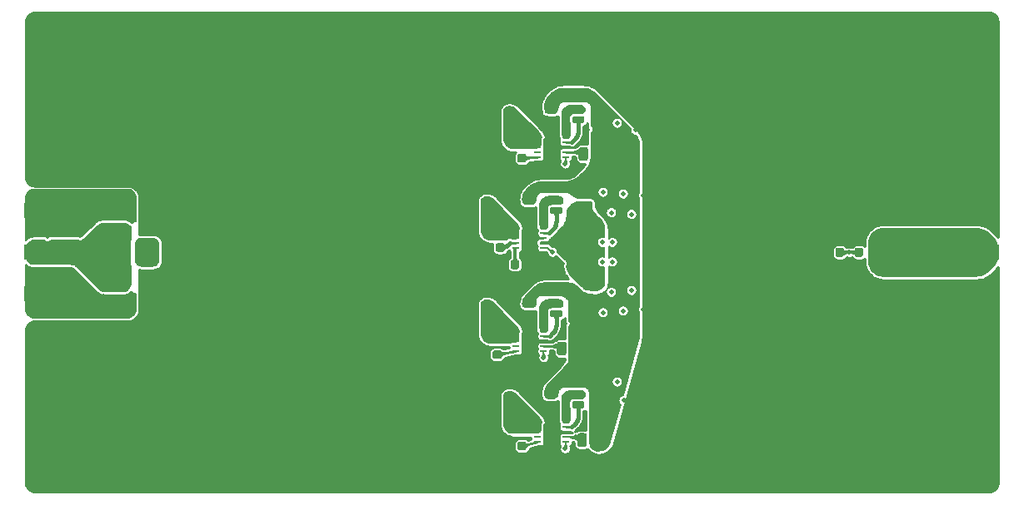
<source format=gbr>
%TF.GenerationSoftware,KiCad,Pcbnew,5.1.7*%
%TF.CreationDate,2020-12-13T01:41:18+00:00*%
%TF.ProjectId,LT3045-4,4c543330-3435-42d3-942e-6b696361645f,rev?*%
%TF.SameCoordinates,Original*%
%TF.FileFunction,Copper,L1,Top*%
%TF.FilePolarity,Positive*%
%FSLAX46Y46*%
G04 Gerber Fmt 4.6, Leading zero omitted, Abs format (unit mm)*
G04 Created by KiCad (PCBNEW 5.1.7) date 2020-12-13 01:41:18*
%MOMM*%
%LPD*%
G01*
G04 APERTURE LIST*
%TA.AperFunction,SMDPad,CuDef*%
%ADD10C,0.100000*%
%TD*%
%TA.AperFunction,SMDPad,CuDef*%
%ADD11R,0.700000X0.250000*%
%TD*%
%TA.AperFunction,SMDPad,CuDef*%
%ADD12R,5.080000X1.500000*%
%TD*%
%TA.AperFunction,ViaPad*%
%ADD13C,0.500000*%
%TD*%
%TA.AperFunction,Conductor*%
%ADD14C,0.250000*%
%TD*%
%TA.AperFunction,Conductor*%
%ADD15C,0.200000*%
%TD*%
%TA.AperFunction,Conductor*%
%ADD16C,1.000000*%
%TD*%
%TA.AperFunction,Conductor*%
%ADD17C,0.350000*%
%TD*%
%TA.AperFunction,Conductor*%
%ADD18C,0.400000*%
%TD*%
%TA.AperFunction,Conductor*%
%ADD19C,0.100000*%
%TD*%
%TA.AperFunction,Conductor*%
%ADD20C,0.254000*%
%TD*%
%TA.AperFunction,Conductor*%
%ADD21C,0.025400*%
%TD*%
G04 APERTURE END LIST*
%TO.P,C7,4*%
%TO.N,/VOUT*%
%TA.AperFunction,SMDPad,CuDef*%
G36*
G01*
X56125000Y-10745000D02*
X56125000Y-10325000D01*
G75*
G02*
X56265000Y-10185000I140000J0D01*
G01*
X57235000Y-10185000D01*
G75*
G02*
X57375000Y-10325000I0J-140000D01*
G01*
X57375000Y-10745000D01*
G75*
G02*
X57235000Y-10885000I-140000J0D01*
G01*
X56265000Y-10885000D01*
G75*
G02*
X56125000Y-10745000I0J140000D01*
G01*
G37*
%TD.AperFunction*%
%TO.P,C7,3*%
%TO.N,Net-(C7-Pad3)*%
%TA.AperFunction,SMDPad,CuDef*%
G36*
G01*
X56125000Y-11725000D02*
X56125000Y-11305000D01*
G75*
G02*
X56265000Y-11165000I140000J0D01*
G01*
X57235000Y-11165000D01*
G75*
G02*
X57375000Y-11305000I0J-140000D01*
G01*
X57375000Y-11725000D01*
G75*
G02*
X57235000Y-11865000I-140000J0D01*
G01*
X56265000Y-11865000D01*
G75*
G02*
X56125000Y-11725000I0J140000D01*
G01*
G37*
%TD.AperFunction*%
%TO.P,C7,1*%
%TO.N,/GND_SET1*%
%TA.AperFunction,SMDPad,CuDef*%
G36*
G01*
X53325000Y-10745000D02*
X53325000Y-10325000D01*
G75*
G02*
X53465000Y-10185000I140000J0D01*
G01*
X54435000Y-10185000D01*
G75*
G02*
X54575000Y-10325000I0J-140000D01*
G01*
X54575000Y-10745000D01*
G75*
G02*
X54435000Y-10885000I-140000J0D01*
G01*
X53465000Y-10885000D01*
G75*
G02*
X53325000Y-10745000I0J140000D01*
G01*
G37*
%TD.AperFunction*%
%TO.P,C7,2*%
%TO.N,GND*%
%TA.AperFunction,SMDPad,CuDef*%
G36*
G01*
X53325000Y-11725000D02*
X53325000Y-11305000D01*
G75*
G02*
X53465000Y-11165000I140000J0D01*
G01*
X54435000Y-11165000D01*
G75*
G02*
X54575000Y-11305000I0J-140000D01*
G01*
X54575000Y-11725000D01*
G75*
G02*
X54435000Y-11865000I-140000J0D01*
G01*
X53465000Y-11865000D01*
G75*
G02*
X53325000Y-11725000I0J140000D01*
G01*
G37*
%TD.AperFunction*%
%TD*%
%TO.P,C3,4*%
%TO.N,/VOUT*%
%TA.AperFunction,SMDPad,CuDef*%
G36*
G01*
X53875000Y-19995000D02*
X53875000Y-19575000D01*
G75*
G02*
X54015000Y-19435000I140000J0D01*
G01*
X54985000Y-19435000D01*
G75*
G02*
X55125000Y-19575000I0J-140000D01*
G01*
X55125000Y-19995000D01*
G75*
G02*
X54985000Y-20135000I-140000J0D01*
G01*
X54015000Y-20135000D01*
G75*
G02*
X53875000Y-19995000I0J140000D01*
G01*
G37*
%TD.AperFunction*%
%TO.P,C3,3*%
%TO.N,Net-(C3-Pad3)*%
%TA.AperFunction,SMDPad,CuDef*%
G36*
G01*
X53875000Y-20975000D02*
X53875000Y-20555000D01*
G75*
G02*
X54015000Y-20415000I140000J0D01*
G01*
X54985000Y-20415000D01*
G75*
G02*
X55125000Y-20555000I0J-140000D01*
G01*
X55125000Y-20975000D01*
G75*
G02*
X54985000Y-21115000I-140000J0D01*
G01*
X54015000Y-21115000D01*
G75*
G02*
X53875000Y-20975000I0J140000D01*
G01*
G37*
%TD.AperFunction*%
%TO.P,C3,1*%
%TO.N,/GND_SET1*%
%TA.AperFunction,SMDPad,CuDef*%
G36*
G01*
X51075000Y-19995000D02*
X51075000Y-19575000D01*
G75*
G02*
X51215000Y-19435000I140000J0D01*
G01*
X52185000Y-19435000D01*
G75*
G02*
X52325000Y-19575000I0J-140000D01*
G01*
X52325000Y-19995000D01*
G75*
G02*
X52185000Y-20135000I-140000J0D01*
G01*
X51215000Y-20135000D01*
G75*
G02*
X51075000Y-19995000I0J140000D01*
G01*
G37*
%TD.AperFunction*%
%TO.P,C3,2*%
%TO.N,GND*%
%TA.AperFunction,SMDPad,CuDef*%
G36*
G01*
X51075000Y-20975000D02*
X51075000Y-20555000D01*
G75*
G02*
X51215000Y-20415000I140000J0D01*
G01*
X52185000Y-20415000D01*
G75*
G02*
X52325000Y-20555000I0J-140000D01*
G01*
X52325000Y-20975000D01*
G75*
G02*
X52185000Y-21115000I-140000J0D01*
G01*
X51215000Y-21115000D01*
G75*
G02*
X51075000Y-20975000I0J140000D01*
G01*
G37*
%TD.AperFunction*%
%TD*%
%TO.P,C8,4*%
%TO.N,/VOUT*%
%TA.AperFunction,SMDPad,CuDef*%
G36*
G01*
X53875000Y-30495000D02*
X53875000Y-30075000D01*
G75*
G02*
X54015000Y-29935000I140000J0D01*
G01*
X54985000Y-29935000D01*
G75*
G02*
X55125000Y-30075000I0J-140000D01*
G01*
X55125000Y-30495000D01*
G75*
G02*
X54985000Y-30635000I-140000J0D01*
G01*
X54015000Y-30635000D01*
G75*
G02*
X53875000Y-30495000I0J140000D01*
G01*
G37*
%TD.AperFunction*%
%TO.P,C8,3*%
%TO.N,Net-(C8-Pad3)*%
%TA.AperFunction,SMDPad,CuDef*%
G36*
G01*
X53875000Y-31475000D02*
X53875000Y-31055000D01*
G75*
G02*
X54015000Y-30915000I140000J0D01*
G01*
X54985000Y-30915000D01*
G75*
G02*
X55125000Y-31055000I0J-140000D01*
G01*
X55125000Y-31475000D01*
G75*
G02*
X54985000Y-31615000I-140000J0D01*
G01*
X54015000Y-31615000D01*
G75*
G02*
X53875000Y-31475000I0J140000D01*
G01*
G37*
%TD.AperFunction*%
%TO.P,C8,1*%
%TO.N,/GND_SET1*%
%TA.AperFunction,SMDPad,CuDef*%
G36*
G01*
X51075000Y-30495000D02*
X51075000Y-30075000D01*
G75*
G02*
X51215000Y-29935000I140000J0D01*
G01*
X52185000Y-29935000D01*
G75*
G02*
X52325000Y-30075000I0J-140000D01*
G01*
X52325000Y-30495000D01*
G75*
G02*
X52185000Y-30635000I-140000J0D01*
G01*
X51215000Y-30635000D01*
G75*
G02*
X51075000Y-30495000I0J140000D01*
G01*
G37*
%TD.AperFunction*%
%TO.P,C8,2*%
%TO.N,GND*%
%TA.AperFunction,SMDPad,CuDef*%
G36*
G01*
X51075000Y-31475000D02*
X51075000Y-31055000D01*
G75*
G02*
X51215000Y-30915000I140000J0D01*
G01*
X52185000Y-30915000D01*
G75*
G02*
X52325000Y-31055000I0J-140000D01*
G01*
X52325000Y-31475000D01*
G75*
G02*
X52185000Y-31615000I-140000J0D01*
G01*
X51215000Y-31615000D01*
G75*
G02*
X51075000Y-31475000I0J140000D01*
G01*
G37*
%TD.AperFunction*%
%TD*%
%TO.P,C9,2*%
%TO.N,GND*%
%TA.AperFunction,SMDPad,CuDef*%
G36*
G01*
X53325000Y-40725000D02*
X53325000Y-40305000D01*
G75*
G02*
X53465000Y-40165000I140000J0D01*
G01*
X54435000Y-40165000D01*
G75*
G02*
X54575000Y-40305000I0J-140000D01*
G01*
X54575000Y-40725000D01*
G75*
G02*
X54435000Y-40865000I-140000J0D01*
G01*
X53465000Y-40865000D01*
G75*
G02*
X53325000Y-40725000I0J140000D01*
G01*
G37*
%TD.AperFunction*%
%TO.P,C9,1*%
%TO.N,/GND_SET1*%
%TA.AperFunction,SMDPad,CuDef*%
G36*
G01*
X53325000Y-39745000D02*
X53325000Y-39325000D01*
G75*
G02*
X53465000Y-39185000I140000J0D01*
G01*
X54435000Y-39185000D01*
G75*
G02*
X54575000Y-39325000I0J-140000D01*
G01*
X54575000Y-39745000D01*
G75*
G02*
X54435000Y-39885000I-140000J0D01*
G01*
X53465000Y-39885000D01*
G75*
G02*
X53325000Y-39745000I0J140000D01*
G01*
G37*
%TD.AperFunction*%
%TO.P,C9,3*%
%TO.N,Net-(C9-Pad3)*%
%TA.AperFunction,SMDPad,CuDef*%
G36*
G01*
X56125000Y-40725000D02*
X56125000Y-40305000D01*
G75*
G02*
X56265000Y-40165000I140000J0D01*
G01*
X57235000Y-40165000D01*
G75*
G02*
X57375000Y-40305000I0J-140000D01*
G01*
X57375000Y-40725000D01*
G75*
G02*
X57235000Y-40865000I-140000J0D01*
G01*
X56265000Y-40865000D01*
G75*
G02*
X56125000Y-40725000I0J140000D01*
G01*
G37*
%TD.AperFunction*%
%TO.P,C9,4*%
%TO.N,/VOUT*%
%TA.AperFunction,SMDPad,CuDef*%
G36*
G01*
X56125000Y-39745000D02*
X56125000Y-39325000D01*
G75*
G02*
X56265000Y-39185000I140000J0D01*
G01*
X57235000Y-39185000D01*
G75*
G02*
X57375000Y-39325000I0J-140000D01*
G01*
X57375000Y-39745000D01*
G75*
G02*
X57235000Y-39885000I-140000J0D01*
G01*
X56265000Y-39885000D01*
G75*
G02*
X56125000Y-39745000I0J140000D01*
G01*
G37*
%TD.AperFunction*%
%TD*%
%TA.AperFunction,SMDPad,CuDef*%
D10*
%TO.P,U4,11*%
%TO.N,GND*%
G36*
X54875000Y-44490000D02*
G01*
X53225000Y-44490000D01*
X53225000Y-42486000D01*
X53575000Y-42110000D01*
X54875000Y-42110000D01*
X54875000Y-44490000D01*
G37*
%TD.AperFunction*%
D11*
%TO.P,U4,10*%
%TO.N,/VOUT*%
X55475000Y-42300000D03*
%TO.P,U4,9*%
%TO.N,Net-(C9-Pad3)*%
X55475000Y-42800000D03*
%TO.P,U4,8*%
%TO.N,GND*%
X55475000Y-43300000D03*
%TO.P,U4,7*%
%TO.N,Net-(C11-Pad1)*%
X55475000Y-43800000D03*
%TO.P,U4,6*%
%TO.N,/VIN*%
X55475000Y-44300000D03*
%TO.P,U4,5*%
%TO.N,Net-(R16-Pad1)*%
X52625000Y-44300000D03*
%TO.P,U4,4*%
%TO.N,N/C*%
X52625000Y-43800000D03*
%TO.P,U4,3*%
%TO.N,/VIN*%
X52625000Y-43300000D03*
%TO.P,U4,2*%
X52625000Y-42800000D03*
%TO.P,U4,1*%
X52625000Y-42300000D03*
%TD*%
%TA.AperFunction,SMDPad,CuDef*%
D10*
%TO.P,U1,11*%
%TO.N,GND*%
G36*
X52625000Y-24740000D02*
G01*
X50975000Y-24740000D01*
X50975000Y-22736000D01*
X51325000Y-22360000D01*
X52625000Y-22360000D01*
X52625000Y-24740000D01*
G37*
%TD.AperFunction*%
D11*
%TO.P,U1,10*%
%TO.N,/VOUT*%
X53225000Y-22550000D03*
%TO.P,U1,9*%
%TO.N,Net-(C3-Pad3)*%
X53225000Y-23050000D03*
%TO.P,U1,8*%
%TO.N,GND*%
X53225000Y-23550000D03*
%TO.P,U1,7*%
%TO.N,Net-(C11-Pad1)*%
X53225000Y-24050000D03*
%TO.P,U1,6*%
%TO.N,Net-(R5-Pad2)*%
X53225000Y-24550000D03*
%TO.P,U1,5*%
%TO.N,Net-(R4-Pad1)*%
X50375000Y-24550000D03*
%TO.P,U1,4*%
%TO.N,Net-(R1-Pad1)*%
X50375000Y-24050000D03*
%TO.P,U1,3*%
%TO.N,/VIN*%
X50375000Y-23550000D03*
%TO.P,U1,2*%
X50375000Y-23050000D03*
%TO.P,U1,1*%
X50375000Y-22550000D03*
%TD*%
D12*
%TO.P,J1,2*%
%TO.N,GND*%
X3000000Y-20750000D03*
X3000000Y-29250000D03*
%TO.P,J1,1*%
%TO.N,Net-(C1-Pad1)*%
X3000000Y-25000000D03*
%TD*%
%TO.P,J2,1*%
%TO.N,/VOUT*%
X97000000Y-25000000D03*
%TO.P,J2,2*%
%TO.N,GND*%
X97000000Y-20750000D03*
X97000000Y-29250000D03*
%TD*%
%TO.P,L1,1*%
%TO.N,/VIN*%
%TA.AperFunction,SMDPad,CuDef*%
G36*
G01*
X13225000Y-24375000D02*
X13225000Y-25625000D01*
G75*
G02*
X12975000Y-25875000I-250000J0D01*
G01*
X12225000Y-25875000D01*
G75*
G02*
X11975000Y-25625000I0J250000D01*
G01*
X11975000Y-24375000D01*
G75*
G02*
X12225000Y-24125000I250000J0D01*
G01*
X12975000Y-24125000D01*
G75*
G02*
X13225000Y-24375000I0J-250000D01*
G01*
G37*
%TD.AperFunction*%
%TO.P,L1,2*%
%TO.N,Net-(C1-Pad1)*%
%TA.AperFunction,SMDPad,CuDef*%
G36*
G01*
X10425000Y-24375000D02*
X10425000Y-25625000D01*
G75*
G02*
X10175000Y-25875000I-250000J0D01*
G01*
X9425000Y-25875000D01*
G75*
G02*
X9175000Y-25625000I0J250000D01*
G01*
X9175000Y-24375000D01*
G75*
G02*
X9425000Y-24125000I250000J0D01*
G01*
X10175000Y-24125000D01*
G75*
G02*
X10425000Y-24375000I0J-250000D01*
G01*
G37*
%TD.AperFunction*%
%TD*%
%TO.P,R3,2*%
%TO.N,/GND_SET1*%
%TA.AperFunction,SMDPad,CuDef*%
G36*
G01*
X57756250Y-19550000D02*
X57243750Y-19550000D01*
G75*
G02*
X57025000Y-19331250I0J218750D01*
G01*
X57025000Y-18893750D01*
G75*
G02*
X57243750Y-18675000I218750J0D01*
G01*
X57756250Y-18675000D01*
G75*
G02*
X57975000Y-18893750I0J-218750D01*
G01*
X57975000Y-19331250D01*
G75*
G02*
X57756250Y-19550000I-218750J0D01*
G01*
G37*
%TD.AperFunction*%
%TO.P,R3,1*%
%TO.N,Net-(C11-Pad1)*%
%TA.AperFunction,SMDPad,CuDef*%
G36*
G01*
X57756250Y-21125000D02*
X57243750Y-21125000D01*
G75*
G02*
X57025000Y-20906250I0J218750D01*
G01*
X57025000Y-20468750D01*
G75*
G02*
X57243750Y-20250000I218750J0D01*
G01*
X57756250Y-20250000D01*
G75*
G02*
X57975000Y-20468750I0J-218750D01*
G01*
X57975000Y-20906250D01*
G75*
G02*
X57756250Y-21125000I-218750J0D01*
G01*
G37*
%TD.AperFunction*%
%TD*%
%TO.P,R4,1*%
%TO.N,Net-(R4-Pad1)*%
%TA.AperFunction,SMDPad,CuDef*%
G36*
G01*
X50737500Y-25993750D02*
X50737500Y-26506250D01*
G75*
G02*
X50518750Y-26725000I-218750J0D01*
G01*
X50081250Y-26725000D01*
G75*
G02*
X49862500Y-26506250I0J218750D01*
G01*
X49862500Y-25993750D01*
G75*
G02*
X50081250Y-25775000I218750J0D01*
G01*
X50518750Y-25775000D01*
G75*
G02*
X50737500Y-25993750I0J-218750D01*
G01*
G37*
%TD.AperFunction*%
%TO.P,R4,2*%
%TO.N,GND*%
%TA.AperFunction,SMDPad,CuDef*%
G36*
G01*
X49162500Y-25993750D02*
X49162500Y-26506250D01*
G75*
G02*
X48943750Y-26725000I-218750J0D01*
G01*
X48506250Y-26725000D01*
G75*
G02*
X48287500Y-26506250I0J218750D01*
G01*
X48287500Y-25993750D01*
G75*
G02*
X48506250Y-25775000I218750J0D01*
G01*
X48943750Y-25775000D01*
G75*
G02*
X49162500Y-25993750I0J-218750D01*
G01*
G37*
%TD.AperFunction*%
%TD*%
%TO.P,R5,2*%
%TO.N,Net-(R5-Pad2)*%
%TA.AperFunction,SMDPad,CuDef*%
G36*
G01*
X85687500Y-24743750D02*
X85687500Y-25256250D01*
G75*
G02*
X85468750Y-25475000I-218750J0D01*
G01*
X85031250Y-25475000D01*
G75*
G02*
X84812500Y-25256250I0J218750D01*
G01*
X84812500Y-24743750D01*
G75*
G02*
X85031250Y-24525000I218750J0D01*
G01*
X85468750Y-24525000D01*
G75*
G02*
X85687500Y-24743750I0J-218750D01*
G01*
G37*
%TD.AperFunction*%
%TO.P,R5,1*%
%TO.N,/VOUT*%
%TA.AperFunction,SMDPad,CuDef*%
G36*
G01*
X87262500Y-24743750D02*
X87262500Y-25256250D01*
G75*
G02*
X87043750Y-25475000I-218750J0D01*
G01*
X86606250Y-25475000D01*
G75*
G02*
X86387500Y-25256250I0J218750D01*
G01*
X86387500Y-24743750D01*
G75*
G02*
X86606250Y-24525000I218750J0D01*
G01*
X87043750Y-24525000D01*
G75*
G02*
X87262500Y-24743750I0J-218750D01*
G01*
G37*
%TD.AperFunction*%
%TD*%
%TO.P,R6,1*%
%TO.N,Net-(R5-Pad2)*%
%TA.AperFunction,SMDPad,CuDef*%
G36*
G01*
X83737500Y-24743750D02*
X83737500Y-25256250D01*
G75*
G02*
X83518750Y-25475000I-218750J0D01*
G01*
X83081250Y-25475000D01*
G75*
G02*
X82862500Y-25256250I0J218750D01*
G01*
X82862500Y-24743750D01*
G75*
G02*
X83081250Y-24525000I218750J0D01*
G01*
X83518750Y-24525000D01*
G75*
G02*
X83737500Y-24743750I0J-218750D01*
G01*
G37*
%TD.AperFunction*%
%TO.P,R6,2*%
%TO.N,GND*%
%TA.AperFunction,SMDPad,CuDef*%
G36*
G01*
X82162500Y-24743750D02*
X82162500Y-25256250D01*
G75*
G02*
X81943750Y-25475000I-218750J0D01*
G01*
X81506250Y-25475000D01*
G75*
G02*
X81287500Y-25256250I0J218750D01*
G01*
X81287500Y-24743750D01*
G75*
G02*
X81506250Y-24525000I218750J0D01*
G01*
X81943750Y-24525000D01*
G75*
G02*
X82162500Y-24743750I0J-218750D01*
G01*
G37*
%TD.AperFunction*%
%TD*%
%TO.P,R14,1*%
%TO.N,Net-(R14-Pad1)*%
%TA.AperFunction,SMDPad,CuDef*%
G36*
G01*
X50743750Y-14987500D02*
X51256250Y-14987500D01*
G75*
G02*
X51475000Y-15206250I0J-218750D01*
G01*
X51475000Y-15643750D01*
G75*
G02*
X51256250Y-15862500I-218750J0D01*
G01*
X50743750Y-15862500D01*
G75*
G02*
X50525000Y-15643750I0J218750D01*
G01*
X50525000Y-15206250D01*
G75*
G02*
X50743750Y-14987500I218750J0D01*
G01*
G37*
%TD.AperFunction*%
%TO.P,R14,2*%
%TO.N,GND*%
%TA.AperFunction,SMDPad,CuDef*%
G36*
G01*
X50743750Y-16562500D02*
X51256250Y-16562500D01*
G75*
G02*
X51475000Y-16781250I0J-218750D01*
G01*
X51475000Y-17218750D01*
G75*
G02*
X51256250Y-17437500I-218750J0D01*
G01*
X50743750Y-17437500D01*
G75*
G02*
X50525000Y-17218750I0J218750D01*
G01*
X50525000Y-16781250D01*
G75*
G02*
X50743750Y-16562500I218750J0D01*
G01*
G37*
%TD.AperFunction*%
%TD*%
%TO.P,R15,2*%
%TO.N,GND*%
%TA.AperFunction,SMDPad,CuDef*%
G36*
G01*
X48243750Y-36562500D02*
X48756250Y-36562500D01*
G75*
G02*
X48975000Y-36781250I0J-218750D01*
G01*
X48975000Y-37218750D01*
G75*
G02*
X48756250Y-37437500I-218750J0D01*
G01*
X48243750Y-37437500D01*
G75*
G02*
X48025000Y-37218750I0J218750D01*
G01*
X48025000Y-36781250D01*
G75*
G02*
X48243750Y-36562500I218750J0D01*
G01*
G37*
%TD.AperFunction*%
%TO.P,R15,1*%
%TO.N,Net-(R15-Pad1)*%
%TA.AperFunction,SMDPad,CuDef*%
G36*
G01*
X48243750Y-34987500D02*
X48756250Y-34987500D01*
G75*
G02*
X48975000Y-35206250I0J-218750D01*
G01*
X48975000Y-35643750D01*
G75*
G02*
X48756250Y-35862500I-218750J0D01*
G01*
X48243750Y-35862500D01*
G75*
G02*
X48025000Y-35643750I0J218750D01*
G01*
X48025000Y-35206250D01*
G75*
G02*
X48243750Y-34987500I218750J0D01*
G01*
G37*
%TD.AperFunction*%
%TD*%
%TO.P,R16,2*%
%TO.N,GND*%
%TA.AperFunction,SMDPad,CuDef*%
G36*
G01*
X50743750Y-45850000D02*
X51256250Y-45850000D01*
G75*
G02*
X51475000Y-46068750I0J-218750D01*
G01*
X51475000Y-46506250D01*
G75*
G02*
X51256250Y-46725000I-218750J0D01*
G01*
X50743750Y-46725000D01*
G75*
G02*
X50525000Y-46506250I0J218750D01*
G01*
X50525000Y-46068750D01*
G75*
G02*
X50743750Y-45850000I218750J0D01*
G01*
G37*
%TD.AperFunction*%
%TO.P,R16,1*%
%TO.N,Net-(R16-Pad1)*%
%TA.AperFunction,SMDPad,CuDef*%
G36*
G01*
X50743750Y-44275000D02*
X51256250Y-44275000D01*
G75*
G02*
X51475000Y-44493750I0J-218750D01*
G01*
X51475000Y-44931250D01*
G75*
G02*
X51256250Y-45150000I-218750J0D01*
G01*
X50743750Y-45150000D01*
G75*
G02*
X50525000Y-44931250I0J218750D01*
G01*
X50525000Y-44493750D01*
G75*
G02*
X50743750Y-44275000I218750J0D01*
G01*
G37*
%TD.AperFunction*%
%TD*%
D11*
%TO.P,U2,1*%
%TO.N,/VIN*%
X52625000Y-13300000D03*
%TO.P,U2,2*%
X52625000Y-13800000D03*
%TO.P,U2,3*%
X52625000Y-14300000D03*
%TO.P,U2,4*%
%TO.N,N/C*%
X52625000Y-14800000D03*
%TO.P,U2,5*%
%TO.N,Net-(R14-Pad1)*%
X52625000Y-15300000D03*
%TO.P,U2,6*%
%TO.N,/VIN*%
X55475000Y-15300000D03*
%TO.P,U2,7*%
%TO.N,Net-(C11-Pad1)*%
X55475000Y-14800000D03*
%TO.P,U2,8*%
%TO.N,GND*%
X55475000Y-14300000D03*
%TO.P,U2,9*%
%TO.N,Net-(C7-Pad3)*%
X55475000Y-13800000D03*
%TO.P,U2,10*%
%TO.N,/VOUT*%
X55475000Y-13300000D03*
%TA.AperFunction,SMDPad,CuDef*%
D10*
%TO.P,U2,11*%
%TO.N,GND*%
G36*
X54875000Y-15490000D02*
G01*
X53225000Y-15490000D01*
X53225000Y-13486000D01*
X53575000Y-13110000D01*
X54875000Y-13110000D01*
X54875000Y-15490000D01*
G37*
%TD.AperFunction*%
%TD*%
D11*
%TO.P,U3,1*%
%TO.N,/VIN*%
X50375000Y-33050000D03*
%TO.P,U3,2*%
X50375000Y-33550000D03*
%TO.P,U3,3*%
X50375000Y-34050000D03*
%TO.P,U3,4*%
%TO.N,N/C*%
X50375000Y-34550000D03*
%TO.P,U3,5*%
%TO.N,Net-(R15-Pad1)*%
X50375000Y-35050000D03*
%TO.P,U3,6*%
%TO.N,/VIN*%
X53225000Y-35050000D03*
%TO.P,U3,7*%
%TO.N,Net-(C11-Pad1)*%
X53225000Y-34550000D03*
%TO.P,U3,8*%
%TO.N,GND*%
X53225000Y-34050000D03*
%TO.P,U3,9*%
%TO.N,Net-(C8-Pad3)*%
X53225000Y-33550000D03*
%TO.P,U3,10*%
%TO.N,/VOUT*%
X53225000Y-33050000D03*
%TA.AperFunction,SMDPad,CuDef*%
D10*
%TO.P,U3,11*%
%TO.N,GND*%
G36*
X52625000Y-35240000D02*
G01*
X50975000Y-35240000D01*
X50975000Y-33236000D01*
X51325000Y-32860000D01*
X52625000Y-32860000D01*
X52625000Y-35240000D01*
G37*
%TD.AperFunction*%
%TD*%
%TO.P,C2,2*%
%TO.N,/GND_SET1*%
%TA.AperFunction,SMDPad,CuDef*%
G36*
G01*
X61150000Y-26950000D02*
X61150000Y-22050000D01*
G75*
G02*
X61400000Y-21800000I250000J0D01*
G01*
X62700000Y-21800000D01*
G75*
G02*
X62950000Y-22050000I0J-250000D01*
G01*
X62950000Y-26950000D01*
G75*
G02*
X62700000Y-27200000I-250000J0D01*
G01*
X61400000Y-27200000D01*
G75*
G02*
X61150000Y-26950000I0J250000D01*
G01*
G37*
%TD.AperFunction*%
%TO.P,C2,1*%
%TO.N,Net-(C11-Pad1)*%
%TA.AperFunction,SMDPad,CuDef*%
G36*
G01*
X56050000Y-26950000D02*
X56050000Y-22050000D01*
G75*
G02*
X56300000Y-21800000I250000J0D01*
G01*
X57600000Y-21800000D01*
G75*
G02*
X57850000Y-22050000I0J-250000D01*
G01*
X57850000Y-26950000D01*
G75*
G02*
X57600000Y-27200000I-250000J0D01*
G01*
X56300000Y-27200000D01*
G75*
G02*
X56050000Y-26950000I0J250000D01*
G01*
G37*
%TD.AperFunction*%
%TD*%
%TO.P,C1,1*%
%TO.N,Net-(C1-Pad1)*%
%TA.AperFunction,SMDPad,CuDef*%
G36*
G01*
X8675000Y-26737500D02*
X10725000Y-26737500D01*
G75*
G02*
X10975000Y-26987500I0J-250000D01*
G01*
X10975000Y-28562500D01*
G75*
G02*
X10725000Y-28812500I-250000J0D01*
G01*
X8675000Y-28812500D01*
G75*
G02*
X8425000Y-28562500I0J250000D01*
G01*
X8425000Y-26987500D01*
G75*
G02*
X8675000Y-26737500I250000J0D01*
G01*
G37*
%TD.AperFunction*%
%TO.P,C1,2*%
%TO.N,GND*%
%TA.AperFunction,SMDPad,CuDef*%
G36*
G01*
X8675000Y-32962500D02*
X10725000Y-32962500D01*
G75*
G02*
X10975000Y-33212500I0J-250000D01*
G01*
X10975000Y-34787500D01*
G75*
G02*
X10725000Y-35037500I-250000J0D01*
G01*
X8675000Y-35037500D01*
G75*
G02*
X8425000Y-34787500I0J250000D01*
G01*
X8425000Y-33212500D01*
G75*
G02*
X8675000Y-32962500I250000J0D01*
G01*
G37*
%TD.AperFunction*%
%TD*%
%TO.P,C10,1*%
%TO.N,Net-(C1-Pad1)*%
%TA.AperFunction,SMDPad,CuDef*%
G36*
G01*
X10256250Y-23425000D02*
X9343750Y-23425000D01*
G75*
G02*
X9100000Y-23181250I0J243750D01*
G01*
X9100000Y-22693750D01*
G75*
G02*
X9343750Y-22450000I243750J0D01*
G01*
X10256250Y-22450000D01*
G75*
G02*
X10500000Y-22693750I0J-243750D01*
G01*
X10500000Y-23181250D01*
G75*
G02*
X10256250Y-23425000I-243750J0D01*
G01*
G37*
%TD.AperFunction*%
%TO.P,C10,2*%
%TO.N,GND*%
%TA.AperFunction,SMDPad,CuDef*%
G36*
G01*
X10256250Y-21550000D02*
X9343750Y-21550000D01*
G75*
G02*
X9100000Y-21306250I0J243750D01*
G01*
X9100000Y-20818750D01*
G75*
G02*
X9343750Y-20575000I243750J0D01*
G01*
X10256250Y-20575000D01*
G75*
G02*
X10500000Y-20818750I0J-243750D01*
G01*
X10500000Y-21306250D01*
G75*
G02*
X10256250Y-21550000I-243750J0D01*
G01*
G37*
%TD.AperFunction*%
%TD*%
%TO.P,R1,1*%
%TO.N,Net-(R1-Pad1)*%
%TA.AperFunction,SMDPad,CuDef*%
G36*
G01*
X49056250Y-24962500D02*
X48543750Y-24962500D01*
G75*
G02*
X48325000Y-24743750I0J218750D01*
G01*
X48325000Y-24306250D01*
G75*
G02*
X48543750Y-24087500I218750J0D01*
G01*
X49056250Y-24087500D01*
G75*
G02*
X49275000Y-24306250I0J-218750D01*
G01*
X49275000Y-24743750D01*
G75*
G02*
X49056250Y-24962500I-218750J0D01*
G01*
G37*
%TD.AperFunction*%
%TO.P,R1,2*%
%TO.N,/VIN*%
%TA.AperFunction,SMDPad,CuDef*%
G36*
G01*
X49056250Y-23387500D02*
X48543750Y-23387500D01*
G75*
G02*
X48325000Y-23168750I0J218750D01*
G01*
X48325000Y-22731250D01*
G75*
G02*
X48543750Y-22512500I218750J0D01*
G01*
X49056250Y-22512500D01*
G75*
G02*
X49275000Y-22731250I0J-218750D01*
G01*
X49275000Y-23168750D01*
G75*
G02*
X49056250Y-23387500I-218750J0D01*
G01*
G37*
%TD.AperFunction*%
%TD*%
%TO.P,C4,1*%
%TO.N,Net-(C11-Pad1)*%
%TA.AperFunction,SMDPad,CuDef*%
G36*
G01*
X56775000Y-15456250D02*
X56775000Y-14543750D01*
G75*
G02*
X57018750Y-14300000I243750J0D01*
G01*
X57506250Y-14300000D01*
G75*
G02*
X57750000Y-14543750I0J-243750D01*
G01*
X57750000Y-15456250D01*
G75*
G02*
X57506250Y-15700000I-243750J0D01*
G01*
X57018750Y-15700000D01*
G75*
G02*
X56775000Y-15456250I0J243750D01*
G01*
G37*
%TD.AperFunction*%
%TO.P,C4,2*%
%TO.N,/GND_SET1*%
%TA.AperFunction,SMDPad,CuDef*%
G36*
G01*
X58650000Y-15456250D02*
X58650000Y-14543750D01*
G75*
G02*
X58893750Y-14300000I243750J0D01*
G01*
X59381250Y-14300000D01*
G75*
G02*
X59625000Y-14543750I0J-243750D01*
G01*
X59625000Y-15456250D01*
G75*
G02*
X59381250Y-15700000I-243750J0D01*
G01*
X58893750Y-15700000D01*
G75*
G02*
X58650000Y-15456250I0J243750D01*
G01*
G37*
%TD.AperFunction*%
%TD*%
%TO.P,C5,2*%
%TO.N,/GND_SET1*%
%TA.AperFunction,SMDPad,CuDef*%
G36*
G01*
X56450000Y-35256250D02*
X56450000Y-34343750D01*
G75*
G02*
X56693750Y-34100000I243750J0D01*
G01*
X57181250Y-34100000D01*
G75*
G02*
X57425000Y-34343750I0J-243750D01*
G01*
X57425000Y-35256250D01*
G75*
G02*
X57181250Y-35500000I-243750J0D01*
G01*
X56693750Y-35500000D01*
G75*
G02*
X56450000Y-35256250I0J243750D01*
G01*
G37*
%TD.AperFunction*%
%TO.P,C5,1*%
%TO.N,Net-(C11-Pad1)*%
%TA.AperFunction,SMDPad,CuDef*%
G36*
G01*
X54575000Y-35256250D02*
X54575000Y-34343750D01*
G75*
G02*
X54818750Y-34100000I243750J0D01*
G01*
X55306250Y-34100000D01*
G75*
G02*
X55550000Y-34343750I0J-243750D01*
G01*
X55550000Y-35256250D01*
G75*
G02*
X55306250Y-35500000I-243750J0D01*
G01*
X54818750Y-35500000D01*
G75*
G02*
X54575000Y-35256250I0J243750D01*
G01*
G37*
%TD.AperFunction*%
%TD*%
%TO.P,C6,1*%
%TO.N,Net-(C11-Pad1)*%
%TA.AperFunction,SMDPad,CuDef*%
G36*
G01*
X57443750Y-27875000D02*
X58356250Y-27875000D01*
G75*
G02*
X58600000Y-28118750I0J-243750D01*
G01*
X58600000Y-28606250D01*
G75*
G02*
X58356250Y-28850000I-243750J0D01*
G01*
X57443750Y-28850000D01*
G75*
G02*
X57200000Y-28606250I0J243750D01*
G01*
X57200000Y-28118750D01*
G75*
G02*
X57443750Y-27875000I243750J0D01*
G01*
G37*
%TD.AperFunction*%
%TO.P,C6,2*%
%TO.N,/GND_SET1*%
%TA.AperFunction,SMDPad,CuDef*%
G36*
G01*
X57443750Y-29750000D02*
X58356250Y-29750000D01*
G75*
G02*
X58600000Y-29993750I0J-243750D01*
G01*
X58600000Y-30481250D01*
G75*
G02*
X58356250Y-30725000I-243750J0D01*
G01*
X57443750Y-30725000D01*
G75*
G02*
X57200000Y-30481250I0J243750D01*
G01*
X57200000Y-29993750D01*
G75*
G02*
X57443750Y-29750000I243750J0D01*
G01*
G37*
%TD.AperFunction*%
%TD*%
%TO.P,C11,2*%
%TO.N,/GND_SET1*%
%TA.AperFunction,SMDPad,CuDef*%
G36*
G01*
X58512500Y-44556250D02*
X58512500Y-43643750D01*
G75*
G02*
X58756250Y-43400000I243750J0D01*
G01*
X59243750Y-43400000D01*
G75*
G02*
X59487500Y-43643750I0J-243750D01*
G01*
X59487500Y-44556250D01*
G75*
G02*
X59243750Y-44800000I-243750J0D01*
G01*
X58756250Y-44800000D01*
G75*
G02*
X58512500Y-44556250I0J243750D01*
G01*
G37*
%TD.AperFunction*%
%TO.P,C11,1*%
%TO.N,Net-(C11-Pad1)*%
%TA.AperFunction,SMDPad,CuDef*%
G36*
G01*
X56637500Y-44556250D02*
X56637500Y-43643750D01*
G75*
G02*
X56881250Y-43400000I243750J0D01*
G01*
X57368750Y-43400000D01*
G75*
G02*
X57612500Y-43643750I0J-243750D01*
G01*
X57612500Y-44556250D01*
G75*
G02*
X57368750Y-44800000I-243750J0D01*
G01*
X56881250Y-44800000D01*
G75*
G02*
X56637500Y-44556250I0J243750D01*
G01*
G37*
%TD.AperFunction*%
%TD*%
D13*
%TO.N,GND*%
X55000000Y-16700000D03*
X48101601Y-9723521D03*
X47125285Y-9944574D03*
X46148969Y-10165626D03*
X45172653Y-10386679D03*
X44196338Y-10607732D03*
X43220022Y-10828784D03*
X42243706Y-11049837D03*
X41267390Y-11270890D03*
X40291074Y-11491942D03*
X39314759Y-11712995D03*
X38338443Y-11934047D03*
X37362127Y-12155100D03*
X36385811Y-12376153D03*
X35409495Y-12597205D03*
X34433180Y-12818258D03*
X33456864Y-13039311D03*
X32480548Y-13260363D03*
X31504232Y-13481416D03*
X30527917Y-13702469D03*
X29551601Y-13923521D03*
X28575285Y-14144574D03*
X27598969Y-14365626D03*
X26622653Y-14586679D03*
X25646338Y-14807732D03*
X24670022Y-15028784D03*
X23693706Y-15249837D03*
X22717390Y-15470890D03*
X21741074Y-15691942D03*
X20764759Y-15912995D03*
X19788443Y-16134047D03*
X18812127Y-16355100D03*
X17835811Y-16576153D03*
X16859495Y-16797205D03*
X15883180Y-17018258D03*
X14906864Y-17239311D03*
X13930548Y-17460363D03*
X12954232Y-17681416D03*
X49077917Y-9502469D03*
X11977917Y-17902469D03*
X48153760Y-43596735D03*
X47177444Y-43288840D03*
X46201128Y-42980945D03*
X45224812Y-42673051D03*
X44248497Y-42365156D03*
X43272181Y-42057261D03*
X42295865Y-41749366D03*
X41319549Y-41441472D03*
X40343233Y-41133577D03*
X39366918Y-40825682D03*
X38390602Y-40517787D03*
X37414286Y-40209893D03*
X36437970Y-39901998D03*
X35461654Y-39594103D03*
X34485339Y-39286208D03*
X33509023Y-38978314D03*
X32532707Y-38670419D03*
X31556391Y-38362524D03*
X30580076Y-38054630D03*
X29603760Y-37746735D03*
X28627444Y-37438840D03*
X27651128Y-37130945D03*
X26674812Y-36823051D03*
X25698497Y-36515156D03*
X24722181Y-36207261D03*
X23745865Y-35899366D03*
X22769549Y-35591472D03*
X21793233Y-35283577D03*
X20816918Y-34975682D03*
X19840602Y-34667787D03*
X18864286Y-34359893D03*
X17887970Y-34051998D03*
X16911654Y-33744103D03*
X15935339Y-33436208D03*
X14959023Y-33128314D03*
X13982707Y-32820419D03*
X13006391Y-32512524D03*
X12030076Y-32204630D03*
X86993467Y-19315379D03*
X86045191Y-18970551D03*
X85096915Y-18625724D03*
X84148639Y-18280896D03*
X83200363Y-17936069D03*
X82252087Y-17591241D03*
X81303811Y-17246413D03*
X80355536Y-16901586D03*
X79407260Y-16556758D03*
X78458984Y-16211931D03*
X77510708Y-15867103D03*
X76562432Y-15522275D03*
X75614156Y-15177448D03*
X74665880Y-14832620D03*
X73717605Y-14487793D03*
X72769329Y-14142965D03*
X71821053Y-13798138D03*
X70872777Y-13453310D03*
X69924501Y-13108482D03*
X68976225Y-12763655D03*
X68027949Y-12418827D03*
X67079674Y-12074000D03*
X66131398Y-11729172D03*
X65183122Y-11384344D03*
X64234846Y-11039517D03*
X63286570Y-10694689D03*
X62338294Y-10349862D03*
X61390018Y-10005034D03*
X60706532Y-11884620D03*
X62603084Y-12574275D03*
X63551360Y-12919103D03*
X64499636Y-13263930D03*
X65447912Y-13608758D03*
X66396188Y-13953586D03*
X67344463Y-14298413D03*
X68292739Y-14643241D03*
X69241015Y-14988068D03*
X70189291Y-15332896D03*
X71137567Y-15677724D03*
X72085843Y-16022551D03*
X73034119Y-16367379D03*
X73982394Y-16712206D03*
X74930670Y-17057034D03*
X75878946Y-17401861D03*
X76827222Y-17746689D03*
X77775498Y-18091517D03*
X78723774Y-18436344D03*
X79672050Y-18781172D03*
X80620325Y-19125999D03*
X81568601Y-19470827D03*
X82516877Y-19815655D03*
X83465153Y-20160482D03*
X84413429Y-20505310D03*
X85361705Y-20850137D03*
X86309981Y-21194965D03*
X84933058Y-21125187D03*
X83906272Y-21035901D03*
X82879487Y-20946616D03*
X81852701Y-20857330D03*
X80825915Y-20768044D03*
X79799130Y-20678759D03*
X78772344Y-20589473D03*
X77745558Y-20500187D03*
X76718772Y-20410901D03*
X75691987Y-20321616D03*
X74665201Y-20232330D03*
X73638415Y-20143044D03*
X72611630Y-20053759D03*
X71584844Y-19964473D03*
X70558058Y-19875187D03*
X69531272Y-19785901D03*
X68504487Y-19696616D03*
X67477701Y-19607330D03*
X66450915Y-19518044D03*
X65424130Y-19428759D03*
X64397344Y-19339473D03*
X63370558Y-19250187D03*
X61316987Y-19071616D03*
X59263415Y-18893044D03*
X60116941Y-20974812D03*
X62170512Y-21153383D03*
X64224084Y-21331955D03*
X65250870Y-21421241D03*
X66277655Y-21510526D03*
X67304441Y-21599812D03*
X68331227Y-21689098D03*
X69358012Y-21778383D03*
X70384798Y-21867669D03*
X71411584Y-21956955D03*
X72438370Y-22046241D03*
X73465155Y-22135526D03*
X74491941Y-22224812D03*
X75518727Y-22314098D03*
X76545512Y-22403383D03*
X77572298Y-22492669D03*
X78599084Y-22581955D03*
X79625870Y-22671241D03*
X80652655Y-22760526D03*
X81679441Y-22849812D03*
X82706227Y-22939098D03*
X83733012Y-23028383D03*
X84759798Y-23117669D03*
X85786584Y-23206955D03*
X59263415Y-31156955D03*
X61316987Y-30978383D03*
X63370558Y-30799812D03*
X64397344Y-30710526D03*
X65424130Y-30621241D03*
X66450915Y-30531955D03*
X67477701Y-30442669D03*
X68504487Y-30353383D03*
X69531272Y-30264098D03*
X70558058Y-30174812D03*
X71584844Y-30085526D03*
X72611630Y-29996241D03*
X73638415Y-29906955D03*
X74665201Y-29817669D03*
X75691987Y-29728383D03*
X76718772Y-29639098D03*
X77745558Y-29549812D03*
X78772344Y-29460526D03*
X79799130Y-29371241D03*
X80825915Y-29281955D03*
X81852701Y-29192669D03*
X82879487Y-29103383D03*
X83906272Y-29014098D03*
X84933058Y-28924812D03*
X85786584Y-26843044D03*
X84759798Y-26932330D03*
X83733012Y-27021616D03*
X82706227Y-27110901D03*
X81679441Y-27200187D03*
X80652655Y-27289473D03*
X79625870Y-27378759D03*
X78599084Y-27468044D03*
X77572298Y-27557330D03*
X76545512Y-27646616D03*
X75518727Y-27735901D03*
X74491941Y-27825187D03*
X73465155Y-27914473D03*
X72438370Y-28003759D03*
X71411584Y-28093044D03*
X70384798Y-28182330D03*
X69358012Y-28271616D03*
X68331227Y-28360901D03*
X67304441Y-28450187D03*
X66277655Y-28539473D03*
X65250870Y-28628759D03*
X64224084Y-28718044D03*
X62170512Y-28896616D03*
X60116941Y-29075187D03*
X61390018Y-40094965D03*
X62338294Y-39750137D03*
X63286570Y-39405310D03*
X64234846Y-39060482D03*
X65183122Y-38715655D03*
X66131398Y-38370827D03*
X67079674Y-38025999D03*
X68027949Y-37681172D03*
X68976225Y-37336344D03*
X69924501Y-36991517D03*
X70872777Y-36646689D03*
X71821053Y-36301861D03*
X72769329Y-35957034D03*
X73717605Y-35612206D03*
X74665880Y-35267379D03*
X75614156Y-34922551D03*
X76562432Y-34577724D03*
X77510708Y-34232896D03*
X78458984Y-33888068D03*
X79407260Y-33543241D03*
X80355536Y-33198413D03*
X81303811Y-32853586D03*
X82252087Y-32508758D03*
X83200363Y-32163930D03*
X84148639Y-31819103D03*
X85096915Y-31474275D03*
X86045191Y-31129448D03*
X86993467Y-30784620D03*
X86309981Y-28905034D03*
X85361705Y-29249862D03*
X84413429Y-29594689D03*
X83465153Y-29939517D03*
X82516877Y-30284344D03*
X81568601Y-30629172D03*
X80620325Y-30974000D03*
X79672050Y-31318827D03*
X78723774Y-31663655D03*
X77775498Y-32008482D03*
X76827222Y-32353310D03*
X75878946Y-32698138D03*
X74930670Y-33042965D03*
X73982394Y-33387793D03*
X73034119Y-33732620D03*
X72085843Y-34077448D03*
X71137567Y-34422275D03*
X70189291Y-34767103D03*
X69241015Y-35111931D03*
X68292739Y-35456758D03*
X67344463Y-35801586D03*
X66396188Y-36146413D03*
X65447912Y-36491241D03*
X64499636Y-36836069D03*
X63551360Y-37180896D03*
X62603084Y-37525724D03*
X60706532Y-38215379D03*
X59216666Y-26000000D03*
X60220000Y-26000000D03*
X64233333Y-26000000D03*
X65236666Y-26000000D03*
X66240000Y-26000000D03*
X67243333Y-26000000D03*
X68246666Y-26000000D03*
X69250000Y-26000000D03*
X70253333Y-26000000D03*
X71256666Y-26000000D03*
X72260000Y-26000000D03*
X73263333Y-26000000D03*
X74266666Y-26000000D03*
X75270000Y-26000000D03*
X76273333Y-26000000D03*
X77276666Y-26000000D03*
X78280000Y-26000000D03*
X79283333Y-26000000D03*
X80286666Y-26000000D03*
X80286666Y-24000000D03*
X79283333Y-24000000D03*
X78280000Y-24000000D03*
X77276666Y-24000000D03*
X76273333Y-24000000D03*
X75270000Y-24000000D03*
X74266666Y-24000000D03*
X73263333Y-24000000D03*
X72260000Y-24000000D03*
X71256666Y-24000000D03*
X70253333Y-24000000D03*
X69250000Y-24000000D03*
X68246666Y-24000000D03*
X67243333Y-24000000D03*
X66240000Y-24000000D03*
X65236666Y-24000000D03*
X64233333Y-24000000D03*
X60220000Y-24000000D03*
X59216666Y-24000000D03*
X53700000Y-42500000D03*
X54500000Y-42500000D03*
X54500000Y-43300000D03*
X53700000Y-43300000D03*
X53700000Y-44100000D03*
X54500000Y-44100000D03*
X51400000Y-33200000D03*
X52200000Y-33200000D03*
X51400000Y-34000000D03*
X52200000Y-34000000D03*
X52200000Y-34800000D03*
X51400000Y-34800000D03*
X53700000Y-13500000D03*
X54500000Y-13500000D03*
X54500000Y-14300000D03*
X53700000Y-14300000D03*
X53700000Y-15100000D03*
X54500000Y-15100000D03*
X51400000Y-22800000D03*
X52200000Y-22800000D03*
X52200000Y-23600000D03*
X51400000Y-23600000D03*
X52200000Y-24400000D03*
X51400000Y-24400000D03*
X97000000Y-19500000D03*
X97000000Y-30500000D03*
X52300000Y-17000000D03*
X47700000Y-26200000D03*
X1369439Y-1292123D03*
X1202358Y-4243574D03*
X1392106Y-7027164D03*
X1413159Y-9604904D03*
X1248597Y-12502258D03*
X1294658Y-15509721D03*
X1378819Y-32941711D03*
X1401772Y-35693822D03*
X1407566Y-38356637D03*
X1529467Y-41262470D03*
X1241935Y-44170037D03*
X1353815Y-46822076D03*
X2171354Y-17380047D03*
X2858846Y-2694693D03*
X2643935Y-5511557D03*
X2822349Y-8226161D03*
X2725706Y-11090482D03*
X2860838Y-14095584D03*
X2758601Y-34391037D03*
X2612218Y-37002315D03*
X2862512Y-39910955D03*
X2884716Y-42779223D03*
X2724859Y-45381433D03*
X2709776Y-48229159D03*
X3328770Y-16007784D03*
X4091369Y-1310388D03*
X4109338Y-4133329D03*
X4174611Y-7083318D03*
X4153511Y-9897100D03*
X4299085Y-12442389D03*
X4252902Y-32717802D03*
X4176389Y-35780062D03*
X4010896Y-38436549D03*
X4213487Y-41136645D03*
X4223605Y-44232539D03*
X4017578Y-46748740D03*
X4938235Y-14717347D03*
X4951100Y-17369211D03*
X5685019Y-2656271D03*
X5404712Y-5555605D03*
X5472705Y-8527562D03*
X5476190Y-11072823D03*
X5501670Y-34337227D03*
X5720692Y-36919247D03*
X5487356Y-39931090D03*
X5409546Y-42526547D03*
X5618801Y-45345402D03*
X5573792Y-48211608D03*
X6134065Y-13273033D03*
X6423872Y-16037497D03*
X7125486Y-1496624D03*
X7121467Y-4077524D03*
X7074867Y-6921483D03*
X6875173Y-9724835D03*
X7025295Y-32977567D03*
X6869468Y-35632979D03*
X6864854Y-38300505D03*
X6920079Y-41436864D03*
X6837073Y-44101562D03*
X7073671Y-47022898D03*
X7718513Y-11944148D03*
X7723278Y-14665273D03*
X7772231Y-17309961D03*
X8335963Y-2916995D03*
X8483001Y-5587280D03*
X8503457Y-8521717D03*
X8431227Y-36962079D03*
X8234596Y-40027337D03*
X8296360Y-42663653D03*
X8375491Y-45371634D03*
X8262705Y-48435226D03*
X9073102Y-10413670D03*
X9160415Y-13349201D03*
X8929501Y-16153273D03*
X9646217Y-1352055D03*
X9938352Y-4074463D03*
X9929623Y-7095556D03*
X9742943Y-35819376D03*
X9760567Y-38370475D03*
X9920440Y-41238752D03*
X9614092Y-44004108D03*
X9684598Y-46927118D03*
X10451321Y-9055219D03*
X10484825Y-11703195D03*
X10385702Y-14545758D03*
X10451211Y-17516296D03*
X11204916Y-2906883D03*
X11310767Y-5623043D03*
X11103488Y-37022818D03*
X11182540Y-39895216D03*
X11224908Y-42631298D03*
X11058261Y-45300271D03*
X11131662Y-48408172D03*
X11809314Y-7815640D03*
X12033962Y-10500314D03*
X11747882Y-13246452D03*
X11754086Y-16241340D03*
X11894532Y-33474248D03*
X12518603Y-1258155D03*
X12690123Y-4271970D03*
X12611534Y-35561941D03*
X12662862Y-38646826D03*
X12511614Y-41383875D03*
X12623465Y-43939364D03*
X12458154Y-46824319D03*
X13323369Y-6317219D03*
X13140554Y-9247387D03*
X13148095Y-12003954D03*
X13258494Y-14594397D03*
X13954927Y-2922023D03*
X13985985Y-16643494D03*
X14102316Y-34142194D03*
X14107433Y-37104128D03*
X13882067Y-39817185D03*
X13905097Y-42657624D03*
X14063949Y-45556603D03*
X13870878Y-48392141D03*
X14748840Y-4884972D03*
X14542031Y-7802162D03*
X14640460Y-10590513D03*
X14682219Y-13221637D03*
X15385162Y-1279260D03*
X15230552Y-15484537D03*
X15351562Y-35773760D03*
X15481576Y-38495474D03*
X15273340Y-41157820D03*
X15243183Y-44191652D03*
X15534863Y-46946979D03*
X16142547Y-3375239D03*
X15963693Y-6423645D03*
X16183420Y-8959017D03*
X16095996Y-11816078D03*
X16917739Y-14024375D03*
X16746586Y-37226536D03*
X16676926Y-39823602D03*
X16711377Y-42639173D03*
X16846838Y-45630825D03*
X16782627Y-48220269D03*
X17523344Y-1998765D03*
X17407277Y-4943780D03*
X17509612Y-7842677D03*
X17567012Y-10458749D03*
X17562633Y-16082982D03*
X18105336Y-12413945D03*
X18044737Y-35551744D03*
X18048495Y-38310447D03*
X18172274Y-41233205D03*
X18280693Y-43929086D03*
X18207205Y-46706836D03*
X18751606Y-3447416D03*
X19035203Y-6279122D03*
X18822746Y-8961446D03*
X18898253Y-14760856D03*
X19652081Y-1389382D03*
X19723867Y-11071189D03*
X19418375Y-37169627D03*
X19547348Y-39786262D03*
X19471305Y-42789932D03*
X19738353Y-45442701D03*
X19509466Y-48402921D03*
X20228878Y-4869921D03*
X20181121Y-7844775D03*
X20151216Y-13366943D03*
X21033800Y-2833949D03*
X21072312Y-9655492D03*
X21055417Y-15380470D03*
X21061197Y-38378494D03*
X20820174Y-41136131D03*
X21090680Y-43947890D03*
X20874047Y-46908071D03*
X21603606Y-6201422D03*
X21827754Y-11902533D03*
X21529593Y-36237702D03*
X22434125Y-1374254D03*
X22241015Y-4328691D03*
X22541765Y-8290444D03*
X22304726Y-13930313D03*
X22253059Y-39800634D03*
X22422841Y-42774903D03*
X22457288Y-45406404D03*
X22329718Y-48237597D03*
X23130195Y-10477749D03*
X23248365Y-37878206D03*
X23915908Y-2806896D03*
X23787737Y-5429972D03*
X23844344Y-12542107D03*
X23668118Y-41184176D03*
X23935699Y-44140978D03*
X23707626Y-46752865D03*
X24348740Y-7550904D03*
X24315371Y-39203881D03*
X25282874Y-1324397D03*
X25140542Y-4142905D03*
X25196557Y-9932375D03*
X25192170Y-42814748D03*
X25333626Y-45538051D03*
X25125177Y-48358031D03*
X25857377Y-6370422D03*
X25799375Y-11820799D03*
X25949137Y-37871997D03*
X26013644Y-40487857D03*
X26523986Y-2894805D03*
X26738439Y-8287657D03*
X26433183Y-44109619D03*
X26472660Y-47010856D03*
X27203020Y-4919238D03*
X27409858Y-10383462D03*
X27428658Y-39334238D03*
X27341542Y-42026314D03*
X27871105Y-1415157D03*
X27827947Y-7029344D03*
X27822104Y-12485155D03*
X28011386Y-45581745D03*
X27930180Y-48161152D03*
X28697830Y-3383249D03*
X28827426Y-9168538D03*
X28508801Y-40749686D03*
X28841769Y-43228161D03*
X29277637Y-5644349D03*
X29214428Y-11012154D03*
X29352868Y-47049569D03*
X30114607Y-2244014D03*
X29933485Y-7619108D03*
X30203300Y-13100833D03*
X30160833Y-39256300D03*
X30157298Y-42109182D03*
X29912241Y-44922250D03*
X30649899Y-4288745D03*
X30945035Y-9757627D03*
X30674727Y-48289101D03*
X31423224Y-6103757D03*
X31638230Y-11818212D03*
X31427826Y-40411768D03*
X31307727Y-43387072D03*
X31597010Y-46206132D03*
X32021656Y-1304735D03*
X32330486Y-8399520D03*
X32855629Y-3451181D03*
X32951553Y-10592639D03*
X32880920Y-26437628D03*
X33024201Y-42131096D03*
X32881769Y-44893431D03*
X32914296Y-47727220D03*
X33545746Y-5519259D03*
X34389222Y-2117910D03*
X34122946Y-7527408D03*
X34332783Y-40444562D03*
X34134849Y-43499867D03*
X34296994Y-46327646D03*
X35133895Y-4106887D03*
X35009581Y-9866607D03*
X35099327Y-25800541D03*
X34815298Y-48119829D03*
X35655350Y-6250966D03*
X35568364Y-11755446D03*
X35810053Y-41985198D03*
X35701395Y-44914529D03*
X36355016Y-1486670D03*
X36390137Y-8306486D03*
X36432701Y-19693503D03*
X36207528Y-27258941D03*
X36494199Y-47045750D03*
X37194953Y-3487371D03*
X37073193Y-10372042D03*
X36953550Y-33622269D03*
X37113067Y-43369558D03*
X37907961Y-5739013D03*
X37947042Y-25999408D03*
X37797294Y-45574028D03*
X37757137Y-48276542D03*
X38567021Y-1923063D03*
X38635010Y-7775286D03*
X38409088Y-18838034D03*
X38351105Y-27978940D03*
X38446683Y-42076021D03*
X39021327Y-4228163D03*
X39139204Y-9712653D03*
X39271158Y-34351293D03*
X39325524Y-44101014D03*
X39283384Y-46782647D03*
X39923613Y-6156423D03*
X39855341Y-26463075D03*
X40673342Y-1283290D03*
X40511082Y-8250589D03*
X40488667Y-18170452D03*
X40746810Y-42601738D03*
X40648433Y-45373693D03*
X40527277Y-48363230D03*
X41168804Y-3571669D03*
X41270501Y-10360581D03*
X41290584Y-27851205D03*
X41289436Y-35135028D03*
X41907281Y-5597321D03*
X41925048Y-25253136D03*
X42074534Y-44053826D03*
X42124876Y-46786471D03*
X42824650Y-1902210D03*
X42849907Y-7627364D03*
X42601726Y-17480985D03*
X43523239Y-4058100D03*
X43377226Y-9921503D03*
X43535924Y-26469438D03*
X43329607Y-35655793D03*
X43231195Y-45450409D03*
X43479531Y-48349300D03*
X43901943Y-6285617D03*
X44035149Y-43253910D03*
X44625686Y-1524207D03*
X44821894Y-8384814D03*
X44770189Y-16627302D03*
X44892040Y-25295227D03*
X44805987Y-46727185D03*
X45447653Y-3626995D03*
X45361154Y-35011855D03*
X45495942Y-44682358D03*
X46173121Y-5598558D03*
X46339162Y-26489482D03*
X46260250Y-37003027D03*
X46239498Y-48161547D03*
X46780859Y-2156631D03*
X46922992Y-46175599D03*
X47417023Y-4011741D03*
X47460811Y-6907333D03*
X47568902Y-15993032D03*
X47715506Y-25335065D03*
X47630655Y-27980862D03*
X47427088Y-35563848D03*
X48352872Y-18005108D03*
X48256360Y-44714519D03*
X48423392Y-47610572D03*
X48997404Y-1288820D03*
X48869860Y-5543706D03*
X49140315Y-29230968D03*
X49535475Y-3355494D03*
X49772495Y-7769664D03*
X49780453Y-15480949D03*
X49653641Y-19487678D03*
X49639288Y-27140372D03*
X49626214Y-36353930D03*
X49839041Y-46139642D03*
X50522380Y-30675265D03*
X50209972Y-48286785D03*
X51080185Y-2062923D03*
X51104249Y-4803263D03*
X51035241Y-8952118D03*
X51122300Y-28699975D03*
X50955448Y-37890921D03*
X51756839Y-7110357D03*
X51738360Y-25907522D03*
X52381355Y-3371071D03*
X52492637Y-10485277D03*
X52320543Y-39143300D03*
X52588131Y-45336242D03*
X53245705Y-1360762D03*
X53065186Y-5744898D03*
X53237910Y-8317625D03*
X53176320Y-47583486D03*
X54596871Y-2876174D03*
X54574285Y-7013082D03*
X55321226Y-4700864D03*
X55174233Y-46794003D03*
X55927901Y-1485307D03*
X56518810Y-3443856D03*
X56566743Y-6220261D03*
X56687657Y-45458775D03*
X56673421Y-48109812D03*
X57977822Y-2056770D03*
X58180252Y-5019740D03*
X58168377Y-7691114D03*
X58126187Y-47036725D03*
X59312260Y-3468882D03*
X59421158Y-6355292D03*
X59557985Y-48114793D03*
X60172804Y-1266416D03*
X60001907Y-8382681D03*
X60259191Y-46182682D03*
X61013297Y-4778079D03*
X60903211Y-44239403D03*
X61606793Y-2662600D03*
X61477997Y-6874300D03*
X61665731Y-41112789D03*
X61693992Y-47522776D03*
X62374189Y-9131594D03*
X62408372Y-45578233D03*
X63094184Y-1327659D03*
X62980996Y-4252447D03*
X63016609Y-42719135D03*
X63827581Y-6191650D03*
X63820567Y-14834481D03*
X63597730Y-17594162D03*
X63598656Y-22403947D03*
X63511899Y-27266603D03*
X63782222Y-32259269D03*
X63808750Y-35047730D03*
X63582657Y-40537206D03*
X63674806Y-47030109D03*
X64421328Y-2768179D03*
X64228159Y-8496817D03*
X64501786Y-43970960D03*
X64904966Y-4901817D03*
X65156398Y-16209476D03*
X65031828Y-33416121D03*
X65003110Y-41896456D03*
X64960279Y-48339230D03*
X65918972Y-1302302D03*
X65890726Y-7113491D03*
X65704697Y-9868911D03*
X65808759Y-18167122D03*
X65766665Y-39852536D03*
X65754842Y-45440810D03*
X66499903Y-3577697D03*
X66632430Y-27291512D03*
X66366552Y-32076193D03*
X66505756Y-43376455D03*
X67261852Y-5593417D03*
X67305454Y-8443243D03*
X67020683Y-15423839D03*
X67172051Y-34273273D03*
X67004113Y-41418729D03*
X67030466Y-46715950D03*
X67794651Y-2137392D03*
X68024120Y-10496282D03*
X67948713Y-17468025D03*
X67727576Y-39092763D03*
X67935966Y-44608810D03*
X68646384Y-4209441D03*
X68613196Y-6846626D03*
X68513008Y-31334238D03*
X68575472Y-42677267D03*
X68495658Y-48442443D03*
X69368479Y-8930566D03*
X69396493Y-27237711D03*
X69160901Y-33452674D03*
X69131360Y-40510328D03*
X69214933Y-46092766D03*
X70031961Y-1386514D03*
X70034976Y-5740695D03*
X69902395Y-11140651D03*
X69820948Y-16667033D03*
X69851620Y-38380295D03*
X69876035Y-44240328D03*
X70577724Y-3400756D03*
X70753773Y-7506451D03*
X70604360Y-18737784D03*
X70806008Y-32311700D03*
X70755065Y-41841114D03*
X70500409Y-47418940D03*
X71239152Y-9742466D03*
X71288418Y-40039795D03*
X71345314Y-45452740D03*
X72220545Y-2124060D03*
X72109400Y-4952126D03*
X72193130Y-12001554D03*
X71960959Y-17469814D03*
X72085714Y-37686806D03*
X72156774Y-43235155D03*
X72744697Y-6868699D03*
X72832519Y-31385516D03*
X72667153Y-41194467D03*
X72793710Y-46775325D03*
X73492808Y-3606040D03*
X73396625Y-8942865D03*
X73442269Y-18701970D03*
X73500047Y-39033657D03*
X73539624Y-44805130D03*
X74134909Y-1424405D03*
X74343799Y-5623295D03*
X74292700Y-11219184D03*
X74098106Y-37135105D03*
X74273466Y-42605016D03*
X74348335Y-48241825D03*
X74762153Y-7681363D03*
X74931104Y-13309868D03*
X74794884Y-30806264D03*
X74985703Y-40431923D03*
X74783685Y-46255032D03*
X75737632Y-2618956D03*
X75725949Y-9619856D03*
X75549321Y-38326419D03*
X75672805Y-44175326D03*
X76400374Y-5026989D03*
X76413886Y-11917326D03*
X76206264Y-18772327D03*
X76291232Y-36435466D03*
X76196308Y-42091815D03*
X76222622Y-47598326D03*
X76956094Y-1305729D03*
X76959086Y-7096485D03*
X77050957Y-13959042D03*
X76931923Y-39741766D03*
X77084548Y-45481110D03*
X77564299Y-3421790D03*
X77715214Y-8900230D03*
X77639127Y-30613255D03*
X77706933Y-37610880D03*
X77815877Y-43311696D03*
X78532635Y-5614173D03*
X78483338Y-11234194D03*
X78398707Y-35600982D03*
X78473421Y-41159658D03*
X78500874Y-46796551D03*
X79026848Y-2082023D03*
X78932398Y-7523847D03*
X79077995Y-13229298D03*
X79037524Y-39315008D03*
X78940034Y-44862156D03*
X79908780Y-4109252D03*
X79946148Y-9721591D03*
X79630746Y-15329584D03*
X79925431Y-37183648D03*
X79756345Y-42768200D03*
X79860957Y-48173489D03*
X80539334Y-6394512D03*
X80591681Y-11733584D03*
X80383504Y-34436919D03*
X80377045Y-40702260D03*
X80341706Y-46106992D03*
X81123090Y-1432722D03*
X81096194Y-8360255D03*
X81197263Y-14039227D03*
X81057728Y-38496949D03*
X81178067Y-44245763D03*
X81861166Y-3595444D03*
X82009341Y-10397398D03*
X81749552Y-16219600D03*
X81769232Y-35550121D03*
X81819520Y-41878253D03*
X81974328Y-47563782D03*
X82459548Y-5513643D03*
X82609986Y-12714875D03*
X82422907Y-33536629D03*
X82684099Y-39845411D03*
X82552310Y-45524252D03*
X83176607Y-2143049D03*
X83306016Y-7657353D03*
X83378244Y-14518077D03*
X83198275Y-36987982D03*
X83449169Y-43350980D03*
X83952357Y-4114202D03*
X83994748Y-9778476D03*
X84124547Y-16653137D03*
X84110959Y-34860711D03*
X84110420Y-41193270D03*
X83892861Y-46870900D03*
X84821347Y-6296116D03*
X84572043Y-12027709D03*
X84537866Y-32941997D03*
X84510849Y-38577348D03*
X84741125Y-44871646D03*
X85269192Y-1407579D03*
X85442951Y-8533542D03*
X85272332Y-14055249D03*
X85441794Y-36412318D03*
X85210833Y-42673991D03*
X85534793Y-48169219D03*
X86069515Y-3642626D03*
X85991373Y-10305076D03*
X86126011Y-16160245D03*
X85916117Y-34377325D03*
X86038008Y-39775128D03*
X85979258Y-46346150D03*
X86824226Y-5604640D03*
X86745122Y-12685357D03*
X86880201Y-32113412D03*
X86624595Y-37909710D03*
X86875074Y-44168937D03*
X87420757Y-2218350D03*
X87556544Y-7560812D03*
X87376885Y-14611298D03*
X87347075Y-17452963D03*
X87345734Y-35593352D03*
X87512077Y-41207017D03*
X87410271Y-47720783D03*
X88035603Y-4157638D03*
X88168047Y-9629557D03*
X88053254Y-33617415D03*
X88314660Y-39303977D03*
X88296077Y-45484992D03*
X88771608Y-6150827D03*
X88922523Y-11833433D03*
X88926396Y-16215466D03*
X88739143Y-31468060D03*
X88910463Y-37116419D03*
X88785112Y-42507015D03*
X89560299Y-1334994D03*
X89433945Y-8302956D03*
X89434625Y-13917355D03*
X89688084Y-18002030D03*
X89707151Y-34865896D03*
X89739011Y-40558684D03*
X89602322Y-46954959D03*
X90223195Y-3387594D03*
X90341207Y-10351787D03*
X90415334Y-33028520D03*
X90265872Y-38591143D03*
X90160576Y-44211808D03*
X90924566Y-5509990D03*
X91090626Y-12420078D03*
X90818481Y-15263916D03*
X91114555Y-19533734D03*
X91137447Y-30183572D03*
X90803730Y-36258599D03*
X90825482Y-42126257D03*
X90959080Y-48416580D03*
X91790045Y-2112793D03*
X91825096Y-7538732D03*
X91706723Y-17377141D03*
X91732882Y-34295834D03*
X91777085Y-39747190D03*
X91581216Y-45572180D03*
X92422728Y-4013293D03*
X92498173Y-9841181D03*
X92363827Y-14072395D03*
X92390888Y-20958840D03*
X92340155Y-28772371D03*
X92321192Y-31314752D03*
X92263126Y-37621339D03*
X92501293Y-43206775D03*
X93227673Y-6325085D03*
X92999066Y-12032644D03*
X93209969Y-15981900D03*
X93199454Y-18838525D03*
X93092655Y-35840768D03*
X93026667Y-41383993D03*
X93152845Y-46873898D03*
X93896926Y-1294714D03*
X93770036Y-8537519D03*
X93891368Y-30086129D03*
X93748297Y-32885179D03*
X93792188Y-39120922D03*
X93818563Y-44715907D03*
X94638177Y-3527880D03*
X94543648Y-10398725D03*
X94628516Y-13216991D03*
X94528545Y-17610550D03*
X94588747Y-28100000D03*
X94356089Y-37078355D03*
X94625441Y-42813076D03*
X94620364Y-48319712D03*
X95013465Y-5531334D03*
X95139487Y-15354851D03*
X95258181Y-31526040D03*
X95264658Y-34156258D03*
X95107691Y-40446429D03*
X95316066Y-46173530D03*
X95955352Y-2080726D03*
X95762356Y-7623053D03*
X95938688Y-11812074D03*
X95912612Y-38514925D03*
X96026227Y-43929626D03*
X96748035Y-4086459D03*
X96646335Y-9844534D03*
X96426442Y-13982897D03*
X96519651Y-16786839D03*
X96674776Y-32914336D03*
X96545092Y-35707428D03*
X96738924Y-41835962D03*
X96450739Y-47591024D03*
X97312353Y-6397988D03*
X97500000Y-28100000D03*
X97276889Y-39919193D03*
X97166622Y-45374655D03*
X98116147Y-1399918D03*
X98074047Y-8411475D03*
X97958551Y-11229942D03*
X98067063Y-15435992D03*
X98038226Y-18190783D03*
X97879697Y-34196971D03*
X97872982Y-36972872D03*
X97846844Y-43414107D03*
X98799138Y-3492995D03*
X98545829Y-13368389D03*
X98621830Y-30834550D03*
X98835242Y-41343413D03*
X98674144Y-46919584D03*
X65900000Y-22800000D03*
X68400000Y-22600000D03*
X70700000Y-23000000D03*
X74400000Y-23000000D03*
X77700000Y-23400000D03*
X79100000Y-19600000D03*
X38300000Y-11400000D03*
X1804999Y-22374999D03*
X1804999Y-27274999D03*
X1804999Y-30774999D03*
X3204999Y-27974999D03*
X3904999Y-22374999D03*
X3904999Y-30774999D03*
X4604999Y-27274999D03*
X6004999Y-19574999D03*
X6004999Y-21674999D03*
X6004999Y-28674999D03*
X6004999Y-30774999D03*
X7404999Y-20274999D03*
X7404999Y-30074999D03*
X8804999Y-19574999D03*
X8804999Y-30774999D03*
X10204999Y-30074999D03*
X10904999Y-19574999D03*
X1200000Y-19200000D03*
X3300000Y-19200000D03*
X7800000Y-19300000D03*
X8500000Y-29500000D03*
X3200000Y-27000000D03*
X2800000Y-23400000D03*
X6100000Y-23300000D03*
X7400000Y-21800000D03*
X30000000Y-26700000D03*
X35500000Y-33500000D03*
X35500000Y-19800000D03*
X39600000Y-19300000D03*
X41900000Y-18900000D03*
X44000000Y-18800000D03*
X43800000Y-28600000D03*
X45800000Y-28500000D03*
X45800000Y-18400000D03*
X46600000Y-16700000D03*
X53700000Y-17000000D03*
X55800000Y-17200000D03*
X56600000Y-16400000D03*
X52600000Y-11800000D03*
X51000000Y-10100000D03*
X52200000Y-27500000D03*
X54000000Y-26300000D03*
X54700000Y-27400000D03*
X55100000Y-26200000D03*
X57400000Y-41600000D03*
X52700000Y-41000000D03*
X51200000Y-39400000D03*
X49100000Y-38700000D03*
X55300000Y-36000000D03*
X53900000Y-37400000D03*
X53600000Y-36400000D03*
X51900000Y-36500000D03*
X52500000Y-37600000D03*
X54800000Y-48700000D03*
X55400000Y-32300000D03*
X57700000Y-12500000D03*
X49800000Y-43900000D03*
X49100000Y-43900000D03*
X57300000Y-13300000D03*
X57200000Y-42500000D03*
X55000000Y-33200000D03*
%TO.N,Net-(R5-Pad2)*%
X54100000Y-25000000D03*
X84300000Y-25000000D03*
%TO.N,/VOUT*%
X99100000Y-25000000D03*
X97500000Y-23000000D03*
X96500000Y-23000000D03*
X95500000Y-23000000D03*
X94500000Y-23000000D03*
X97500000Y-27000000D03*
X96500000Y-27000000D03*
X95500000Y-27000000D03*
X94500000Y-27000000D03*
X93500000Y-27000000D03*
X92500000Y-27000000D03*
X93500000Y-23000000D03*
X92500000Y-23000000D03*
X87750000Y-25000000D03*
X55500000Y-12600000D03*
X55500000Y-11800000D03*
X55500000Y-11000000D03*
X53200000Y-20200000D03*
X53200000Y-32400000D03*
X53200000Y-31600000D03*
X53200000Y-30800000D03*
X55500000Y-41600000D03*
X55500000Y-40800000D03*
X55500000Y-40000000D03*
X98300000Y-26600000D03*
X98900000Y-25900000D03*
X98900000Y-24100000D03*
X98300000Y-23400000D03*
X91500000Y-23000000D03*
X90500000Y-23000000D03*
X89500000Y-23000000D03*
X88500000Y-23000000D03*
X91500000Y-27000000D03*
X90500000Y-27000000D03*
X89500000Y-27000000D03*
X88500000Y-27000000D03*
X53200000Y-21000000D03*
X53200000Y-21700000D03*
%TO.N,/VIN*%
X49700000Y-10700000D03*
X49700000Y-11500000D03*
X49700000Y-12300000D03*
X49700000Y-13100000D03*
X49700000Y-13900000D03*
X47400000Y-19900000D03*
X47400000Y-20700000D03*
X47400000Y-21500000D03*
X47400000Y-22300000D03*
X47400000Y-23100000D03*
X47400000Y-30400000D03*
X47400000Y-31200000D03*
X47400000Y-32000000D03*
X47400000Y-32800000D03*
X47400000Y-33600000D03*
X49700000Y-39700000D03*
X49700000Y-40500000D03*
X49700000Y-41300000D03*
X49700000Y-42100000D03*
X49700000Y-42900000D03*
X13900000Y-24100000D03*
X13900000Y-25900000D03*
X13900000Y-24700000D03*
X13900000Y-25300000D03*
X12100000Y-26200000D03*
X12100000Y-23800000D03*
X12700000Y-23800000D03*
X13300000Y-23800000D03*
X13300000Y-26200000D03*
X12700000Y-26200000D03*
X53200000Y-35700000D03*
X49300000Y-34000000D03*
X55400000Y-16000000D03*
X55400006Y-45000000D03*
X51500000Y-14200000D03*
X51500000Y-43200000D03*
%TO.N,Net-(C11-Pad1)*%
X56500000Y-43800000D03*
X54450000Y-34550000D03*
X56650000Y-14800000D03*
X54100000Y-24000000D03*
%TD*%
D14*
%TO.N,GND*%
X97000000Y-29250000D02*
X97000000Y-30500000D01*
X55475000Y-43300000D02*
X54500000Y-43300000D01*
X53225000Y-23550000D02*
X52200000Y-23600000D01*
X54500000Y-14300000D02*
X55475000Y-14300000D01*
X53225000Y-34050000D02*
X52200000Y-34000000D01*
X53700000Y-11750000D02*
X53950000Y-11500000D01*
X53950000Y-14200000D02*
X54050000Y-14300000D01*
X3312500Y-21062500D02*
X3000000Y-20750000D01*
X3000000Y-29250000D02*
X4950000Y-29250000D01*
D15*
X47750000Y-26250000D02*
X47700000Y-26200000D01*
D16*
%TO.N,Net-(C1-Pad1)*%
X3000000Y-25000000D02*
X9800000Y-25000000D01*
D14*
X9800000Y-22937500D02*
X9800000Y-25000000D01*
X9700000Y-25100000D02*
X9800000Y-25000000D01*
X9700000Y-27775000D02*
X9700000Y-25100000D01*
D15*
%TO.N,Net-(R4-Pad1)*%
X50300000Y-24625000D02*
X50375000Y-24550000D01*
D17*
X50300000Y-26250000D02*
X50300000Y-24625000D01*
%TO.N,Net-(R5-Pad2)*%
X85250000Y-25000000D02*
X83300000Y-25000000D01*
D15*
X54100000Y-25000000D02*
X53650000Y-24550000D01*
X53225000Y-24550000D02*
X53650000Y-24550000D01*
D14*
%TO.N,Net-(C3-Pad3)*%
X53225000Y-23050000D02*
X53785002Y-23050000D01*
D18*
X54500000Y-21835002D02*
X54500000Y-20750000D01*
X54500000Y-21835002D02*
X54498545Y-21894231D01*
X54498545Y-21894231D02*
X54494187Y-21953319D01*
X54494187Y-21953319D02*
X54486934Y-22012121D01*
X54486934Y-22012121D02*
X54476805Y-22070496D01*
X54476805Y-22070496D02*
X54463824Y-22128304D01*
X54463824Y-22128304D02*
X54448021Y-22185406D01*
X54448021Y-22185406D02*
X54429436Y-22241663D01*
X54429436Y-22241663D02*
X54408113Y-22296941D01*
X54408113Y-22296941D02*
X54384104Y-22351106D01*
X54384104Y-22351106D02*
X54357465Y-22404027D01*
X54357465Y-22404027D02*
X54328262Y-22455578D01*
X54328262Y-22455578D02*
X54296565Y-22505634D01*
X54296565Y-22505634D02*
X54262449Y-22554074D01*
X54262449Y-22554074D02*
X54225998Y-22600781D01*
X54225998Y-22600781D02*
X54187299Y-22645644D01*
X54187299Y-22645644D02*
X54146446Y-22688555D01*
X54146446Y-22688555D02*
X53785002Y-23050000D01*
D14*
%TO.N,Net-(C7-Pad3)*%
X55475000Y-13800000D02*
X56075000Y-13800000D01*
D18*
X56750000Y-12625000D02*
X56750000Y-11500000D01*
X56750000Y-12625000D02*
X56748545Y-12684229D01*
X56748545Y-12684229D02*
X56744187Y-12743317D01*
X56744187Y-12743317D02*
X56736934Y-12802119D01*
X56736934Y-12802119D02*
X56726805Y-12860494D01*
X56726805Y-12860494D02*
X56713824Y-12918302D01*
X56713824Y-12918302D02*
X56698021Y-12975404D01*
X56698021Y-12975404D02*
X56679436Y-13031661D01*
X56679436Y-13031661D02*
X56658113Y-13086939D01*
X56658113Y-13086939D02*
X56634104Y-13141104D01*
X56634104Y-13141104D02*
X56607465Y-13194025D01*
X56607465Y-13194025D02*
X56578262Y-13245576D01*
X56578262Y-13245576D02*
X56546565Y-13295632D01*
X56546565Y-13295632D02*
X56512449Y-13344072D01*
X56512449Y-13344072D02*
X56475998Y-13390779D01*
X56475998Y-13390779D02*
X56437299Y-13435642D01*
X56437299Y-13435642D02*
X56396446Y-13478553D01*
X56396446Y-13478553D02*
X56075000Y-13800000D01*
D14*
%TO.N,Net-(C8-Pad3)*%
X53225000Y-33550000D02*
X53825000Y-33550000D01*
D18*
X54500000Y-32375000D02*
X54500000Y-31250000D01*
X54500000Y-32375000D02*
X54498545Y-32434229D01*
X54498545Y-32434229D02*
X54494187Y-32493317D01*
X54494187Y-32493317D02*
X54486934Y-32552119D01*
X54486934Y-32552119D02*
X54476805Y-32610494D01*
X54476805Y-32610494D02*
X54463824Y-32668302D01*
X54463824Y-32668302D02*
X54448021Y-32725404D01*
X54448021Y-32725404D02*
X54429436Y-32781661D01*
X54429436Y-32781661D02*
X54408113Y-32836939D01*
X54408113Y-32836939D02*
X54384104Y-32891104D01*
X54384104Y-32891104D02*
X54357465Y-32944025D01*
X54357465Y-32944025D02*
X54328262Y-32995576D01*
X54328262Y-32995576D02*
X54296565Y-33045632D01*
X54296565Y-33045632D02*
X54262449Y-33094072D01*
X54262449Y-33094072D02*
X54225998Y-33140779D01*
X54225998Y-33140779D02*
X54187299Y-33185642D01*
X54187299Y-33185642D02*
X54146446Y-33228553D01*
X54146446Y-33228553D02*
X53825000Y-33550000D01*
D14*
%TO.N,Net-(C9-Pad3)*%
X55475000Y-42800000D02*
X56075000Y-42800000D01*
D18*
X56750000Y-41625000D02*
X56750000Y-40500000D01*
X56750000Y-41625000D02*
X56748545Y-41684229D01*
X56748545Y-41684229D02*
X56744187Y-41743317D01*
X56744187Y-41743317D02*
X56736934Y-41802119D01*
X56736934Y-41802119D02*
X56726805Y-41860494D01*
X56726805Y-41860494D02*
X56713824Y-41918302D01*
X56713824Y-41918302D02*
X56698021Y-41975404D01*
X56698021Y-41975404D02*
X56679436Y-42031661D01*
X56679436Y-42031661D02*
X56658113Y-42086939D01*
X56658113Y-42086939D02*
X56634104Y-42141104D01*
X56634104Y-42141104D02*
X56607465Y-42194025D01*
X56607465Y-42194025D02*
X56578262Y-42245576D01*
X56578262Y-42245576D02*
X56546565Y-42295632D01*
X56546565Y-42295632D02*
X56512449Y-42344072D01*
X56512449Y-42344072D02*
X56475998Y-42390779D01*
X56475998Y-42390779D02*
X56437299Y-42435642D01*
X56437299Y-42435642D02*
X56396446Y-42478553D01*
X56396446Y-42478553D02*
X56075000Y-42800000D01*
D14*
%TO.N,Net-(R14-Pad1)*%
X51000000Y-15425000D02*
X52625000Y-15300000D01*
%TO.N,Net-(R15-Pad1)*%
X48500000Y-35425000D02*
X50375000Y-35050000D01*
%TO.N,Net-(R16-Pad1)*%
X51000000Y-44712500D02*
X52625000Y-44300000D01*
%TO.N,/VIN*%
X12600000Y-25000000D02*
X12200000Y-25000000D01*
D15*
X53225000Y-35675000D02*
X53200000Y-35700000D01*
X55475000Y-44925006D02*
X55400006Y-45000000D01*
X55400006Y-45000000D02*
X55475000Y-44300000D01*
X53225000Y-35050000D02*
X53200000Y-35700000D01*
X55400000Y-16000000D02*
X55475000Y-15300000D01*
D14*
%TO.N,Net-(R1-Pad1)*%
X50375000Y-24050000D02*
X49800000Y-24050000D01*
D18*
X49678553Y-24171446D02*
X49800000Y-24050000D01*
X49678553Y-24171446D02*
X49635642Y-24212299D01*
X49635642Y-24212299D02*
X49590779Y-24250998D01*
X49590779Y-24250998D02*
X49544072Y-24287449D01*
X49544072Y-24287449D02*
X49495632Y-24321565D01*
X49495632Y-24321565D02*
X49445576Y-24353262D01*
X49445576Y-24353262D02*
X49394025Y-24382465D01*
X49394025Y-24382465D02*
X49341104Y-24409104D01*
X49341104Y-24409104D02*
X49286939Y-24433113D01*
X49286939Y-24433113D02*
X49231661Y-24454436D01*
X49231661Y-24454436D02*
X49175404Y-24473021D01*
X49175404Y-24473021D02*
X49118302Y-24488824D01*
X49118302Y-24488824D02*
X49060494Y-24501805D01*
X49060494Y-24501805D02*
X49002119Y-24511934D01*
X49002119Y-24511934D02*
X48943317Y-24519186D01*
X48943317Y-24519186D02*
X48884229Y-24523545D01*
X48884229Y-24523545D02*
X48825000Y-24525000D01*
X48825000Y-24525000D02*
X48800000Y-24525000D01*
D14*
%TO.N,Net-(C11-Pad1)*%
X53225000Y-34550000D02*
X54450000Y-34550000D01*
X55475000Y-14800000D02*
X56650000Y-14800000D01*
D15*
X56650000Y-14800000D02*
X57262500Y-14800000D01*
X55475000Y-43800000D02*
X56800000Y-43800000D01*
X55012500Y-34550000D02*
X55062500Y-34600000D01*
X54450000Y-34550000D02*
X55012500Y-34550000D01*
%TD*%
%TO.N,/VOUT*%
X97419542Y-22616467D02*
X97663277Y-22664949D01*
X97898591Y-22744828D01*
X98121464Y-22854737D01*
X98328087Y-22992797D01*
X98517388Y-23158810D01*
X98841190Y-23482612D01*
X99007203Y-23671913D01*
X99145263Y-23878536D01*
X99255172Y-24101409D01*
X99335051Y-24336723D01*
X99383533Y-24580458D01*
X99400000Y-24831702D01*
X99400000Y-25168298D01*
X99383533Y-25419542D01*
X99335051Y-25663277D01*
X99255172Y-25898591D01*
X99145263Y-26121464D01*
X99007203Y-26328087D01*
X98841190Y-26517388D01*
X98517388Y-26841190D01*
X98328087Y-27007203D01*
X98121464Y-27145263D01*
X97898591Y-27255172D01*
X97663277Y-27335051D01*
X97419542Y-27383533D01*
X97168298Y-27400000D01*
X87740329Y-27400000D01*
X87511742Y-27382009D01*
X87292620Y-27329403D01*
X87084427Y-27243167D01*
X86892287Y-27125423D01*
X86720930Y-26979070D01*
X86574577Y-26807713D01*
X86456833Y-26615573D01*
X86370597Y-26407380D01*
X86317991Y-26188258D01*
X86300000Y-25959671D01*
X86300000Y-24040329D01*
X86317991Y-23811742D01*
X86370597Y-23592620D01*
X86456833Y-23384427D01*
X86574577Y-23192287D01*
X86720930Y-23020930D01*
X86892287Y-22874577D01*
X87084427Y-22756833D01*
X87292620Y-22670597D01*
X87511742Y-22617991D01*
X87740329Y-22600000D01*
X97168298Y-22600000D01*
X97419542Y-22616467D01*
%TA.AperFunction,Conductor*%
D19*
G36*
X97419542Y-22616467D02*
G01*
X97663277Y-22664949D01*
X97898591Y-22744828D01*
X98121464Y-22854737D01*
X98328087Y-22992797D01*
X98517388Y-23158810D01*
X98841190Y-23482612D01*
X99007203Y-23671913D01*
X99145263Y-23878536D01*
X99255172Y-24101409D01*
X99335051Y-24336723D01*
X99383533Y-24580458D01*
X99400000Y-24831702D01*
X99400000Y-25168298D01*
X99383533Y-25419542D01*
X99335051Y-25663277D01*
X99255172Y-25898591D01*
X99145263Y-26121464D01*
X99007203Y-26328087D01*
X98841190Y-26517388D01*
X98517388Y-26841190D01*
X98328087Y-27007203D01*
X98121464Y-27145263D01*
X97898591Y-27255172D01*
X97663277Y-27335051D01*
X97419542Y-27383533D01*
X97168298Y-27400000D01*
X87740329Y-27400000D01*
X87511742Y-27382009D01*
X87292620Y-27329403D01*
X87084427Y-27243167D01*
X86892287Y-27125423D01*
X86720930Y-26979070D01*
X86574577Y-26807713D01*
X86456833Y-26615573D01*
X86370597Y-26407380D01*
X86317991Y-26188258D01*
X86300000Y-25959671D01*
X86300000Y-24040329D01*
X86317991Y-23811742D01*
X86370597Y-23592620D01*
X86456833Y-23384427D01*
X86574577Y-23192287D01*
X86720930Y-23020930D01*
X86892287Y-22874577D01*
X87084427Y-22756833D01*
X87292620Y-22670597D01*
X87511742Y-22617991D01*
X87740329Y-22600000D01*
X97168298Y-22600000D01*
X97419542Y-22616467D01*
G37*
%TD.AperFunction*%
%TD*%
D15*
%TO.N,/VOUT*%
X54853307Y-19364464D02*
X54949567Y-19404336D01*
X55032232Y-19467768D01*
X55095664Y-19550433D01*
X55135536Y-19646693D01*
X55149137Y-19750000D01*
X55135536Y-19853307D01*
X55095664Y-19949567D01*
X55032232Y-20032232D01*
X54949567Y-20095664D01*
X54906389Y-20113549D01*
X54015000Y-20113549D01*
X53928877Y-20122031D01*
X53846064Y-20147152D01*
X53769743Y-20187947D01*
X53702847Y-20242847D01*
X53647947Y-20309743D01*
X53607152Y-20386064D01*
X53582031Y-20468877D01*
X53573549Y-20555000D01*
X53573549Y-20975000D01*
X53582031Y-21061123D01*
X53607152Y-21143936D01*
X53647947Y-21220257D01*
X53650000Y-21222759D01*
X53650000Y-22243441D01*
X53635536Y-22353307D01*
X53595664Y-22449567D01*
X53532232Y-22532232D01*
X53449567Y-22595664D01*
X53382246Y-22623549D01*
X53117754Y-22623549D01*
X53050433Y-22595664D01*
X52967768Y-22532232D01*
X52926452Y-22478389D01*
X52926452Y-22360000D01*
X52920660Y-22301190D01*
X52903505Y-22244639D01*
X52875648Y-22192522D01*
X52850000Y-22161269D01*
X52850000Y-20254908D01*
X52867768Y-20074515D01*
X52918955Y-19905771D01*
X53002080Y-19750255D01*
X53113946Y-19613946D01*
X53250255Y-19502080D01*
X53405771Y-19418955D01*
X53574515Y-19367768D01*
X53754908Y-19350000D01*
X54743441Y-19350000D01*
X54853307Y-19364464D01*
%TA.AperFunction,Conductor*%
D19*
G36*
X54853307Y-19364464D02*
G01*
X54949567Y-19404336D01*
X55032232Y-19467768D01*
X55095664Y-19550433D01*
X55135536Y-19646693D01*
X55149137Y-19750000D01*
X55135536Y-19853307D01*
X55095664Y-19949567D01*
X55032232Y-20032232D01*
X54949567Y-20095664D01*
X54906389Y-20113549D01*
X54015000Y-20113549D01*
X53928877Y-20122031D01*
X53846064Y-20147152D01*
X53769743Y-20187947D01*
X53702847Y-20242847D01*
X53647947Y-20309743D01*
X53607152Y-20386064D01*
X53582031Y-20468877D01*
X53573549Y-20555000D01*
X53573549Y-20975000D01*
X53582031Y-21061123D01*
X53607152Y-21143936D01*
X53647947Y-21220257D01*
X53650000Y-21222759D01*
X53650000Y-22243441D01*
X53635536Y-22353307D01*
X53595664Y-22449567D01*
X53532232Y-22532232D01*
X53449567Y-22595664D01*
X53382246Y-22623549D01*
X53117754Y-22623549D01*
X53050433Y-22595664D01*
X52967768Y-22532232D01*
X52926452Y-22478389D01*
X52926452Y-22360000D01*
X52920660Y-22301190D01*
X52903505Y-22244639D01*
X52875648Y-22192522D01*
X52850000Y-22161269D01*
X52850000Y-20254908D01*
X52867768Y-20074515D01*
X52918955Y-19905771D01*
X53002080Y-19750255D01*
X53113946Y-19613946D01*
X53250255Y-19502080D01*
X53405771Y-19418955D01*
X53574515Y-19367768D01*
X53754908Y-19350000D01*
X54743441Y-19350000D01*
X54853307Y-19364464D01*
G37*
%TD.AperFunction*%
%TD*%
D15*
%TO.N,/VOUT*%
X57103307Y-10114464D02*
X57199567Y-10154336D01*
X57282232Y-10217768D01*
X57345664Y-10300433D01*
X57385536Y-10396693D01*
X57399137Y-10500000D01*
X57385536Y-10603307D01*
X57345664Y-10699567D01*
X57282232Y-10782232D01*
X57199567Y-10845664D01*
X57156389Y-10863549D01*
X56265000Y-10863549D01*
X56178877Y-10872031D01*
X56096064Y-10897152D01*
X56019743Y-10937947D01*
X55952847Y-10992847D01*
X55897947Y-11059743D01*
X55857152Y-11136064D01*
X55832031Y-11218877D01*
X55823549Y-11305000D01*
X55823549Y-11725000D01*
X55832031Y-11811123D01*
X55857152Y-11893936D01*
X55897947Y-11970257D01*
X55900000Y-11972759D01*
X55900000Y-12993441D01*
X55885536Y-13103307D01*
X55845664Y-13199567D01*
X55782232Y-13282232D01*
X55699567Y-13345664D01*
X55632246Y-13373549D01*
X55367754Y-13373549D01*
X55300433Y-13345664D01*
X55217768Y-13282232D01*
X55176452Y-13228389D01*
X55176452Y-13110000D01*
X55170660Y-13051190D01*
X55153505Y-12994639D01*
X55125648Y-12942522D01*
X55100000Y-12911269D01*
X55100000Y-11004908D01*
X55117768Y-10824515D01*
X55168955Y-10655771D01*
X55252080Y-10500255D01*
X55363946Y-10363946D01*
X55500255Y-10252080D01*
X55655771Y-10168955D01*
X55824515Y-10117768D01*
X56004908Y-10100000D01*
X56993441Y-10100000D01*
X57103307Y-10114464D01*
%TA.AperFunction,Conductor*%
D19*
G36*
X57103307Y-10114464D02*
G01*
X57199567Y-10154336D01*
X57282232Y-10217768D01*
X57345664Y-10300433D01*
X57385536Y-10396693D01*
X57399137Y-10500000D01*
X57385536Y-10603307D01*
X57345664Y-10699567D01*
X57282232Y-10782232D01*
X57199567Y-10845664D01*
X57156389Y-10863549D01*
X56265000Y-10863549D01*
X56178877Y-10872031D01*
X56096064Y-10897152D01*
X56019743Y-10937947D01*
X55952847Y-10992847D01*
X55897947Y-11059743D01*
X55857152Y-11136064D01*
X55832031Y-11218877D01*
X55823549Y-11305000D01*
X55823549Y-11725000D01*
X55832031Y-11811123D01*
X55857152Y-11893936D01*
X55897947Y-11970257D01*
X55900000Y-11972759D01*
X55900000Y-12993441D01*
X55885536Y-13103307D01*
X55845664Y-13199567D01*
X55782232Y-13282232D01*
X55699567Y-13345664D01*
X55632246Y-13373549D01*
X55367754Y-13373549D01*
X55300433Y-13345664D01*
X55217768Y-13282232D01*
X55176452Y-13228389D01*
X55176452Y-13110000D01*
X55170660Y-13051190D01*
X55153505Y-12994639D01*
X55125648Y-12942522D01*
X55100000Y-12911269D01*
X55100000Y-11004908D01*
X55117768Y-10824515D01*
X55168955Y-10655771D01*
X55252080Y-10500255D01*
X55363946Y-10363946D01*
X55500255Y-10252080D01*
X55655771Y-10168955D01*
X55824515Y-10117768D01*
X56004908Y-10100000D01*
X56993441Y-10100000D01*
X57103307Y-10114464D01*
G37*
%TD.AperFunction*%
%TD*%
D15*
%TO.N,/VOUT*%
X54853307Y-29864464D02*
X54949567Y-29904336D01*
X55032232Y-29967768D01*
X55095664Y-30050433D01*
X55135536Y-30146693D01*
X55149137Y-30250000D01*
X55135536Y-30353307D01*
X55095664Y-30449567D01*
X55032232Y-30532232D01*
X54949567Y-30595664D01*
X54906389Y-30613549D01*
X54015000Y-30613549D01*
X53928877Y-30622031D01*
X53846064Y-30647152D01*
X53769743Y-30687947D01*
X53702847Y-30742847D01*
X53647947Y-30809743D01*
X53607152Y-30886064D01*
X53582031Y-30968877D01*
X53573549Y-31055000D01*
X53573549Y-31475000D01*
X53582031Y-31561123D01*
X53607152Y-31643936D01*
X53647947Y-31720257D01*
X53650000Y-31722759D01*
X53650000Y-32743441D01*
X53635536Y-32853307D01*
X53595664Y-32949567D01*
X53532232Y-33032232D01*
X53449567Y-33095664D01*
X53382246Y-33123549D01*
X53117754Y-33123549D01*
X53050433Y-33095664D01*
X52967768Y-33032232D01*
X52926452Y-32978389D01*
X52926452Y-32860000D01*
X52920660Y-32801190D01*
X52903505Y-32744639D01*
X52875648Y-32692522D01*
X52850000Y-32661269D01*
X52850000Y-30754908D01*
X52867768Y-30574515D01*
X52918955Y-30405771D01*
X53002080Y-30250255D01*
X53113946Y-30113946D01*
X53250255Y-30002080D01*
X53405771Y-29918955D01*
X53574515Y-29867768D01*
X53754908Y-29850000D01*
X54743441Y-29850000D01*
X54853307Y-29864464D01*
%TA.AperFunction,Conductor*%
D19*
G36*
X54853307Y-29864464D02*
G01*
X54949567Y-29904336D01*
X55032232Y-29967768D01*
X55095664Y-30050433D01*
X55135536Y-30146693D01*
X55149137Y-30250000D01*
X55135536Y-30353307D01*
X55095664Y-30449567D01*
X55032232Y-30532232D01*
X54949567Y-30595664D01*
X54906389Y-30613549D01*
X54015000Y-30613549D01*
X53928877Y-30622031D01*
X53846064Y-30647152D01*
X53769743Y-30687947D01*
X53702847Y-30742847D01*
X53647947Y-30809743D01*
X53607152Y-30886064D01*
X53582031Y-30968877D01*
X53573549Y-31055000D01*
X53573549Y-31475000D01*
X53582031Y-31561123D01*
X53607152Y-31643936D01*
X53647947Y-31720257D01*
X53650000Y-31722759D01*
X53650000Y-32743441D01*
X53635536Y-32853307D01*
X53595664Y-32949567D01*
X53532232Y-33032232D01*
X53449567Y-33095664D01*
X53382246Y-33123549D01*
X53117754Y-33123549D01*
X53050433Y-33095664D01*
X52967768Y-33032232D01*
X52926452Y-32978389D01*
X52926452Y-32860000D01*
X52920660Y-32801190D01*
X52903505Y-32744639D01*
X52875648Y-32692522D01*
X52850000Y-32661269D01*
X52850000Y-30754908D01*
X52867768Y-30574515D01*
X52918955Y-30405771D01*
X53002080Y-30250255D01*
X53113946Y-30113946D01*
X53250255Y-30002080D01*
X53405771Y-29918955D01*
X53574515Y-29867768D01*
X53754908Y-29850000D01*
X54743441Y-29850000D01*
X54853307Y-29864464D01*
G37*
%TD.AperFunction*%
%TD*%
D15*
%TO.N,/VOUT*%
X57103307Y-39114464D02*
X57199567Y-39154336D01*
X57282232Y-39217768D01*
X57345664Y-39300433D01*
X57385536Y-39396693D01*
X57399137Y-39500000D01*
X57385536Y-39603307D01*
X57345664Y-39699567D01*
X57282232Y-39782232D01*
X57199567Y-39845664D01*
X57156389Y-39863549D01*
X56265000Y-39863549D01*
X56178877Y-39872031D01*
X56096064Y-39897152D01*
X56019743Y-39937947D01*
X55952847Y-39992847D01*
X55897947Y-40059743D01*
X55857152Y-40136064D01*
X55832031Y-40218877D01*
X55823549Y-40305000D01*
X55823549Y-40725000D01*
X55832031Y-40811123D01*
X55857152Y-40893936D01*
X55897947Y-40970257D01*
X55900000Y-40972759D01*
X55900000Y-41993441D01*
X55885536Y-42103307D01*
X55845664Y-42199567D01*
X55782232Y-42282232D01*
X55699567Y-42345664D01*
X55632246Y-42373549D01*
X55367754Y-42373549D01*
X55300433Y-42345664D01*
X55217768Y-42282232D01*
X55176452Y-42228389D01*
X55176452Y-42110000D01*
X55170660Y-42051190D01*
X55153505Y-41994639D01*
X55125648Y-41942522D01*
X55100000Y-41911269D01*
X55100000Y-40004908D01*
X55117768Y-39824515D01*
X55168955Y-39655771D01*
X55252080Y-39500255D01*
X55363946Y-39363946D01*
X55500255Y-39252080D01*
X55655771Y-39168955D01*
X55824515Y-39117768D01*
X56004908Y-39100000D01*
X56993441Y-39100000D01*
X57103307Y-39114464D01*
%TA.AperFunction,Conductor*%
D19*
G36*
X57103307Y-39114464D02*
G01*
X57199567Y-39154336D01*
X57282232Y-39217768D01*
X57345664Y-39300433D01*
X57385536Y-39396693D01*
X57399137Y-39500000D01*
X57385536Y-39603307D01*
X57345664Y-39699567D01*
X57282232Y-39782232D01*
X57199567Y-39845664D01*
X57156389Y-39863549D01*
X56265000Y-39863549D01*
X56178877Y-39872031D01*
X56096064Y-39897152D01*
X56019743Y-39937947D01*
X55952847Y-39992847D01*
X55897947Y-40059743D01*
X55857152Y-40136064D01*
X55832031Y-40218877D01*
X55823549Y-40305000D01*
X55823549Y-40725000D01*
X55832031Y-40811123D01*
X55857152Y-40893936D01*
X55897947Y-40970257D01*
X55900000Y-40972759D01*
X55900000Y-41993441D01*
X55885536Y-42103307D01*
X55845664Y-42199567D01*
X55782232Y-42282232D01*
X55699567Y-42345664D01*
X55632246Y-42373549D01*
X55367754Y-42373549D01*
X55300433Y-42345664D01*
X55217768Y-42282232D01*
X55176452Y-42228389D01*
X55176452Y-42110000D01*
X55170660Y-42051190D01*
X55153505Y-41994639D01*
X55125648Y-41942522D01*
X55100000Y-41911269D01*
X55100000Y-40004908D01*
X55117768Y-39824515D01*
X55168955Y-39655771D01*
X55252080Y-39500255D01*
X55363946Y-39363946D01*
X55500255Y-39252080D01*
X55655771Y-39168955D01*
X55824515Y-39117768D01*
X56004908Y-39100000D01*
X56993441Y-39100000D01*
X57103307Y-39114464D01*
G37*
%TD.AperFunction*%
%TD*%
D15*
%TO.N,/GND_SET1*%
X57419542Y-8366467D02*
X57663277Y-8414949D01*
X57898591Y-8494828D01*
X58121464Y-8604737D01*
X58328087Y-8742797D01*
X58517388Y-8908810D01*
X62065627Y-12457049D01*
X62053084Y-12520105D01*
X62053084Y-12628445D01*
X62074220Y-12734704D01*
X62115681Y-12834798D01*
X62175871Y-12924879D01*
X62252480Y-13001488D01*
X62342561Y-13061678D01*
X62442655Y-13103139D01*
X62548914Y-13124275D01*
X62642416Y-13124275D01*
X62645263Y-13128536D01*
X62755172Y-13351409D01*
X62835051Y-13586723D01*
X62883533Y-13830458D01*
X62900000Y-14081702D01*
X62900000Y-18964454D01*
X62883155Y-18989664D01*
X62841694Y-19089758D01*
X62820558Y-19196017D01*
X62820558Y-19304357D01*
X62841694Y-19410616D01*
X62883155Y-19510710D01*
X62900000Y-19535920D01*
X62900000Y-30514079D01*
X62883155Y-30539289D01*
X62841694Y-30639383D01*
X62820558Y-30745642D01*
X62820558Y-30853982D01*
X62841694Y-30960241D01*
X62883155Y-31060335D01*
X62900000Y-31085545D01*
X62900000Y-33474683D01*
X62882450Y-33734016D01*
X62830121Y-33988621D01*
X61288068Y-39554469D01*
X61229589Y-39566101D01*
X61129495Y-39607562D01*
X61039414Y-39667752D01*
X60962805Y-39744361D01*
X60902615Y-39834442D01*
X60861154Y-39934536D01*
X60840018Y-40040795D01*
X60840018Y-40149135D01*
X60861154Y-40255394D01*
X60902615Y-40355488D01*
X60962805Y-40445569D01*
X61024179Y-40506943D01*
X59971869Y-44305123D01*
X59890183Y-44520073D01*
X59772633Y-44712249D01*
X59621608Y-44879404D01*
X59442304Y-45015785D01*
X59240892Y-45116699D01*
X59024306Y-45178670D01*
X58800262Y-45199542D01*
X58624515Y-45182232D01*
X58455771Y-45131045D01*
X58300255Y-45047920D01*
X58163946Y-44936054D01*
X58052080Y-44799745D01*
X57968955Y-44644229D01*
X57917768Y-44475485D01*
X57913951Y-44436732D01*
X57913951Y-43643750D01*
X57903475Y-43537387D01*
X57900000Y-43525931D01*
X57900000Y-41830112D01*
X57928864Y-41760429D01*
X57950000Y-41654170D01*
X57950000Y-41545830D01*
X57928864Y-41439571D01*
X57900000Y-41369888D01*
X57900000Y-39312132D01*
X57899145Y-39299080D01*
X57881695Y-39166531D01*
X57874938Y-39141314D01*
X57823775Y-39017797D01*
X57810722Y-38995190D01*
X57729335Y-38889124D01*
X57710876Y-38870665D01*
X57604810Y-38789278D01*
X57582203Y-38776225D01*
X57458686Y-38725062D01*
X57433469Y-38718305D01*
X57300920Y-38700855D01*
X57287868Y-38700000D01*
X55350000Y-38700000D01*
X55336947Y-38700856D01*
X55181656Y-38721301D01*
X55156441Y-38728057D01*
X55011732Y-38787997D01*
X54989124Y-38801050D01*
X54864860Y-38896401D01*
X54846401Y-38914860D01*
X54751050Y-39039124D01*
X54737997Y-39061732D01*
X54678057Y-39206441D01*
X54671301Y-39231656D01*
X54632130Y-39529185D01*
X54582265Y-39649570D01*
X54502943Y-39752943D01*
X54399570Y-39832265D01*
X54324044Y-39863549D01*
X53696542Y-39863549D01*
X53612930Y-39828916D01*
X53504379Y-39745621D01*
X53421084Y-39637070D01*
X53368723Y-39510659D01*
X53350517Y-39372367D01*
X53367652Y-39154648D01*
X53419250Y-38939726D01*
X53503834Y-38735521D01*
X53619322Y-38547063D01*
X53765431Y-38375991D01*
X53980213Y-38161209D01*
X60156532Y-38161209D01*
X60156532Y-38269549D01*
X60177668Y-38375808D01*
X60219129Y-38475902D01*
X60279319Y-38565983D01*
X60355928Y-38642592D01*
X60446009Y-38702782D01*
X60546103Y-38744243D01*
X60652362Y-38765379D01*
X60760702Y-38765379D01*
X60866961Y-38744243D01*
X60967055Y-38702782D01*
X61057136Y-38642592D01*
X61133745Y-38565983D01*
X61193935Y-38475902D01*
X61235396Y-38375808D01*
X61256532Y-38269549D01*
X61256532Y-38161209D01*
X61235396Y-38054950D01*
X61193935Y-37954856D01*
X61133745Y-37864775D01*
X61057136Y-37788166D01*
X60967055Y-37727976D01*
X60866961Y-37686515D01*
X60760702Y-37665379D01*
X60652362Y-37665379D01*
X60546103Y-37686515D01*
X60446009Y-37727976D01*
X60355928Y-37788166D01*
X60279319Y-37864775D01*
X60219129Y-37954856D01*
X60177668Y-38054950D01*
X60156532Y-38161209D01*
X53980213Y-38161209D01*
X55234925Y-36906497D01*
X55239398Y-36901721D01*
X55411891Y-36705031D01*
X55419854Y-36694653D01*
X55557496Y-36488657D01*
X55560523Y-36487403D01*
X55650604Y-36427213D01*
X55727213Y-36350604D01*
X55787403Y-36260523D01*
X55828864Y-36160429D01*
X55850000Y-36054170D01*
X55850000Y-35945830D01*
X55828864Y-35839571D01*
X55811817Y-35798417D01*
X55830969Y-35702134D01*
X55832676Y-35689165D01*
X55849786Y-35428113D01*
X55850000Y-35421573D01*
X55850000Y-35270982D01*
X55851451Y-35256250D01*
X55851451Y-34343750D01*
X55850000Y-34329018D01*
X55850000Y-32616501D01*
X55887403Y-32560523D01*
X55928864Y-32460429D01*
X55950000Y-32354170D01*
X55950000Y-32245830D01*
X55928864Y-32139571D01*
X55887403Y-32039477D01*
X55850000Y-31983499D01*
X55850000Y-31102785D01*
X58713415Y-31102785D01*
X58713415Y-31211125D01*
X58734551Y-31317384D01*
X58776012Y-31417478D01*
X58836202Y-31507559D01*
X58912811Y-31584168D01*
X59002892Y-31644358D01*
X59102986Y-31685819D01*
X59209245Y-31706955D01*
X59317585Y-31706955D01*
X59423844Y-31685819D01*
X59523938Y-31644358D01*
X59614019Y-31584168D01*
X59690628Y-31507559D01*
X59750818Y-31417478D01*
X59792279Y-31317384D01*
X59813415Y-31211125D01*
X59813415Y-31102785D01*
X59792279Y-30996526D01*
X59762326Y-30924213D01*
X60766987Y-30924213D01*
X60766987Y-31032553D01*
X60788123Y-31138812D01*
X60829584Y-31238906D01*
X60889774Y-31328987D01*
X60966383Y-31405596D01*
X61056464Y-31465786D01*
X61156558Y-31507247D01*
X61262817Y-31528383D01*
X61371157Y-31528383D01*
X61477416Y-31507247D01*
X61577510Y-31465786D01*
X61667591Y-31405596D01*
X61744200Y-31328987D01*
X61804390Y-31238906D01*
X61845851Y-31138812D01*
X61866987Y-31032553D01*
X61866987Y-30924213D01*
X61845851Y-30817954D01*
X61804390Y-30717860D01*
X61744200Y-30627779D01*
X61667591Y-30551170D01*
X61577510Y-30490980D01*
X61477416Y-30449519D01*
X61371157Y-30428383D01*
X61262817Y-30428383D01*
X61156558Y-30449519D01*
X61056464Y-30490980D01*
X60966383Y-30551170D01*
X60889774Y-30627779D01*
X60829584Y-30717860D01*
X60788123Y-30817954D01*
X60766987Y-30924213D01*
X59762326Y-30924213D01*
X59750818Y-30896432D01*
X59690628Y-30806351D01*
X59614019Y-30729742D01*
X59523938Y-30669552D01*
X59423844Y-30628091D01*
X59317585Y-30606955D01*
X59209245Y-30606955D01*
X59102986Y-30628091D01*
X59002892Y-30669552D01*
X58912811Y-30729742D01*
X58836202Y-30806351D01*
X58776012Y-30896432D01*
X58734551Y-30996526D01*
X58713415Y-31102785D01*
X55850000Y-31102785D01*
X55850000Y-30353553D01*
X55849518Y-30343751D01*
X55833117Y-30177231D01*
X55829293Y-30158004D01*
X55780721Y-29997884D01*
X55773219Y-29979773D01*
X55694342Y-29832205D01*
X55683451Y-29815906D01*
X55577301Y-29686561D01*
X55563439Y-29672699D01*
X55434094Y-29566549D01*
X55417795Y-29555658D01*
X55270227Y-29476781D01*
X55252116Y-29469279D01*
X55091996Y-29420707D01*
X55072769Y-29416883D01*
X54906249Y-29400482D01*
X54896447Y-29400000D01*
X52926777Y-29400000D01*
X52913724Y-29400856D01*
X52803266Y-29415398D01*
X52778051Y-29422154D01*
X52675120Y-29464789D01*
X52652512Y-29477842D01*
X52564124Y-29545665D01*
X52545665Y-29564124D01*
X52477842Y-29652512D01*
X52464789Y-29675120D01*
X52422154Y-29778051D01*
X52415398Y-29803266D01*
X52400856Y-29913724D01*
X52400000Y-29926777D01*
X52400000Y-30243441D01*
X52385536Y-30353307D01*
X52345664Y-30449567D01*
X52282232Y-30532232D01*
X52199567Y-30595664D01*
X52156389Y-30613549D01*
X51343611Y-30613549D01*
X51300433Y-30595664D01*
X51217768Y-30532232D01*
X51154336Y-30449567D01*
X51114464Y-30353307D01*
X51100646Y-30248349D01*
X51121746Y-30034111D01*
X51184722Y-29826511D01*
X51286983Y-29635193D01*
X51427733Y-29463689D01*
X52232612Y-28658810D01*
X52421913Y-28492797D01*
X52628536Y-28354737D01*
X52851409Y-28244828D01*
X53086723Y-28164949D01*
X53330458Y-28116467D01*
X53581702Y-28100000D01*
X55418298Y-28100000D01*
X55669542Y-28116467D01*
X55913277Y-28164949D01*
X56148591Y-28244828D01*
X56371464Y-28354737D01*
X56578087Y-28492797D01*
X56767388Y-28658810D01*
X56843503Y-28734925D01*
X56848279Y-28739398D01*
X56945071Y-28824282D01*
X56990432Y-28909147D01*
X57058235Y-28991765D01*
X57140853Y-29059568D01*
X57235111Y-29109950D01*
X57337387Y-29140975D01*
X57443750Y-29151451D01*
X57445840Y-29151451D01*
X57518831Y-29187446D01*
X57530916Y-29192452D01*
X57778645Y-29276545D01*
X57791280Y-29279931D01*
X58047866Y-29330969D01*
X58060835Y-29332676D01*
X58321887Y-29349786D01*
X58328427Y-29350000D01*
X58625000Y-29350000D01*
X58634802Y-29349518D01*
X58854279Y-29327901D01*
X58873506Y-29324077D01*
X59084548Y-29260058D01*
X59102659Y-29252556D01*
X59297157Y-29148595D01*
X59313456Y-29137704D01*
X59483934Y-28997796D01*
X59497796Y-28983934D01*
X59622226Y-28832315D01*
X59588077Y-28914758D01*
X59566941Y-29021017D01*
X59566941Y-29129357D01*
X59588077Y-29235616D01*
X59629538Y-29335710D01*
X59689728Y-29425791D01*
X59766337Y-29502400D01*
X59856418Y-29562590D01*
X59956512Y-29604051D01*
X60062771Y-29625187D01*
X60171111Y-29625187D01*
X60277370Y-29604051D01*
X60377464Y-29562590D01*
X60467545Y-29502400D01*
X60544154Y-29425791D01*
X60604344Y-29335710D01*
X60645805Y-29235616D01*
X60666941Y-29129357D01*
X60666941Y-29021017D01*
X60645805Y-28914758D01*
X60615852Y-28842446D01*
X61620512Y-28842446D01*
X61620512Y-28950786D01*
X61641648Y-29057045D01*
X61683109Y-29157139D01*
X61743299Y-29247220D01*
X61819908Y-29323829D01*
X61909989Y-29384019D01*
X62010083Y-29425480D01*
X62116342Y-29446616D01*
X62224682Y-29446616D01*
X62330941Y-29425480D01*
X62431035Y-29384019D01*
X62521116Y-29323829D01*
X62597725Y-29247220D01*
X62657915Y-29157139D01*
X62699376Y-29057045D01*
X62720512Y-28950786D01*
X62720512Y-28842446D01*
X62699376Y-28736187D01*
X62657915Y-28636093D01*
X62597725Y-28546012D01*
X62521116Y-28469403D01*
X62431035Y-28409213D01*
X62330941Y-28367752D01*
X62224682Y-28346616D01*
X62116342Y-28346616D01*
X62010083Y-28367752D01*
X61909989Y-28409213D01*
X61819908Y-28469403D01*
X61743299Y-28546012D01*
X61683109Y-28636093D01*
X61641648Y-28736187D01*
X61620512Y-28842446D01*
X60615852Y-28842446D01*
X60604344Y-28814664D01*
X60544154Y-28724583D01*
X60467545Y-28647974D01*
X60377464Y-28587784D01*
X60277370Y-28546323D01*
X60171111Y-28525187D01*
X60062771Y-28525187D01*
X59956512Y-28546323D01*
X59856418Y-28587784D01*
X59766337Y-28647974D01*
X59689728Y-28724583D01*
X59678023Y-28742101D01*
X59752556Y-28602659D01*
X59760058Y-28584548D01*
X59824077Y-28373506D01*
X59827901Y-28354279D01*
X59849518Y-28134802D01*
X59850000Y-28125000D01*
X59850000Y-26407817D01*
X59869396Y-26427213D01*
X59959477Y-26487403D01*
X60059571Y-26528864D01*
X60165830Y-26550000D01*
X60274170Y-26550000D01*
X60380429Y-26528864D01*
X60480523Y-26487403D01*
X60570604Y-26427213D01*
X60647213Y-26350604D01*
X60707403Y-26260523D01*
X60748864Y-26160429D01*
X60770000Y-26054170D01*
X60770000Y-25945830D01*
X60748864Y-25839571D01*
X60707403Y-25739477D01*
X60647213Y-25649396D01*
X60570604Y-25572787D01*
X60480523Y-25512597D01*
X60380429Y-25471136D01*
X60274170Y-25450000D01*
X60165830Y-25450000D01*
X60059571Y-25471136D01*
X59959477Y-25512597D01*
X59869396Y-25572787D01*
X59850000Y-25592183D01*
X59850000Y-24407817D01*
X59869396Y-24427213D01*
X59959477Y-24487403D01*
X60059571Y-24528864D01*
X60165830Y-24550000D01*
X60274170Y-24550000D01*
X60380429Y-24528864D01*
X60480523Y-24487403D01*
X60570604Y-24427213D01*
X60647213Y-24350604D01*
X60707403Y-24260523D01*
X60748864Y-24160429D01*
X60770000Y-24054170D01*
X60770000Y-23945830D01*
X60748864Y-23839571D01*
X60707403Y-23739477D01*
X60647213Y-23649396D01*
X60570604Y-23572787D01*
X60480523Y-23512597D01*
X60380429Y-23471136D01*
X60274170Y-23450000D01*
X60165830Y-23450000D01*
X60059571Y-23471136D01*
X59959477Y-23512597D01*
X59869396Y-23572787D01*
X59850000Y-23592183D01*
X59850000Y-22850617D01*
X59849775Y-22843920D01*
X59831834Y-22576634D01*
X59830044Y-22563360D01*
X59776543Y-22300870D01*
X59772995Y-22287954D01*
X59684894Y-22034968D01*
X59679652Y-22022642D01*
X59558532Y-21783699D01*
X59551690Y-21772184D01*
X59399723Y-21551572D01*
X59391402Y-21541075D01*
X59211315Y-21342752D01*
X59206647Y-21337945D01*
X58797133Y-20943597D01*
X58777652Y-20920642D01*
X59566941Y-20920642D01*
X59566941Y-21028982D01*
X59588077Y-21135241D01*
X59629538Y-21235335D01*
X59689728Y-21325416D01*
X59766337Y-21402025D01*
X59856418Y-21462215D01*
X59956512Y-21503676D01*
X60062771Y-21524812D01*
X60171111Y-21524812D01*
X60277370Y-21503676D01*
X60377464Y-21462215D01*
X60467545Y-21402025D01*
X60544154Y-21325416D01*
X60604344Y-21235335D01*
X60645805Y-21135241D01*
X60652971Y-21099213D01*
X61620512Y-21099213D01*
X61620512Y-21207553D01*
X61641648Y-21313812D01*
X61683109Y-21413906D01*
X61743299Y-21503987D01*
X61819908Y-21580596D01*
X61909989Y-21640786D01*
X62010083Y-21682247D01*
X62116342Y-21703383D01*
X62224682Y-21703383D01*
X62330941Y-21682247D01*
X62431035Y-21640786D01*
X62521116Y-21580596D01*
X62597725Y-21503987D01*
X62657915Y-21413906D01*
X62699376Y-21313812D01*
X62720512Y-21207553D01*
X62720512Y-21099213D01*
X62699376Y-20992954D01*
X62657915Y-20892860D01*
X62597725Y-20802779D01*
X62521116Y-20726170D01*
X62431035Y-20665980D01*
X62330941Y-20624519D01*
X62224682Y-20603383D01*
X62116342Y-20603383D01*
X62010083Y-20624519D01*
X61909989Y-20665980D01*
X61819908Y-20726170D01*
X61743299Y-20802779D01*
X61683109Y-20892860D01*
X61641648Y-20992954D01*
X61620512Y-21099213D01*
X60652971Y-21099213D01*
X60666941Y-21028982D01*
X60666941Y-20920642D01*
X60645805Y-20814383D01*
X60604344Y-20714289D01*
X60544154Y-20624208D01*
X60467545Y-20547599D01*
X60377464Y-20487409D01*
X60277370Y-20445948D01*
X60171111Y-20424812D01*
X60062771Y-20424812D01*
X59956512Y-20445948D01*
X59856418Y-20487409D01*
X59766337Y-20547599D01*
X59689728Y-20624208D01*
X59629538Y-20714289D01*
X59588077Y-20814383D01*
X59566941Y-20920642D01*
X58777652Y-20920642D01*
X58669491Y-20793198D01*
X58576891Y-20624764D01*
X58519798Y-20441236D01*
X58500000Y-20244970D01*
X58500000Y-19941421D01*
X58498079Y-19921912D01*
X58472090Y-19791256D01*
X58466399Y-19772497D01*
X58457158Y-19755208D01*
X58383147Y-19644443D01*
X58370711Y-19629289D01*
X58355557Y-19616853D01*
X58244792Y-19542842D01*
X58227503Y-19533601D01*
X58208744Y-19527910D01*
X58078088Y-19501921D01*
X58058579Y-19500000D01*
X56829172Y-19500000D01*
X56644045Y-19481766D01*
X56470750Y-19429198D01*
X56311038Y-19343830D01*
X56008226Y-19095319D01*
X55991927Y-19084428D01*
X55814845Y-18989775D01*
X55796733Y-18982273D01*
X55604588Y-18923987D01*
X55585362Y-18920163D01*
X55385538Y-18900482D01*
X55375736Y-18900000D01*
X53125000Y-18900000D01*
X53111948Y-18900855D01*
X52950186Y-18922151D01*
X52924970Y-18928908D01*
X52774232Y-18991346D01*
X52751624Y-19004399D01*
X52622182Y-19103723D01*
X52603723Y-19122182D01*
X52504399Y-19251624D01*
X52491346Y-19274232D01*
X52428908Y-19424970D01*
X52422151Y-19450186D01*
X52381277Y-19760659D01*
X52328916Y-19887070D01*
X52245621Y-19995621D01*
X52137070Y-20078916D01*
X52053458Y-20113549D01*
X51446542Y-20113549D01*
X51362930Y-20078916D01*
X51254379Y-19995621D01*
X51171084Y-19887070D01*
X51118723Y-19760659D01*
X51100517Y-19622367D01*
X51117652Y-19404648D01*
X51169250Y-19189726D01*
X51253834Y-18985521D01*
X51343700Y-18838874D01*
X58713415Y-18838874D01*
X58713415Y-18947214D01*
X58734551Y-19053473D01*
X58776012Y-19153567D01*
X58836202Y-19243648D01*
X58912811Y-19320257D01*
X59002892Y-19380447D01*
X59102986Y-19421908D01*
X59209245Y-19443044D01*
X59317585Y-19443044D01*
X59423844Y-19421908D01*
X59523938Y-19380447D01*
X59614019Y-19320257D01*
X59690628Y-19243648D01*
X59750818Y-19153567D01*
X59792279Y-19053473D01*
X59799445Y-19017446D01*
X60766987Y-19017446D01*
X60766987Y-19125786D01*
X60788123Y-19232045D01*
X60829584Y-19332139D01*
X60889774Y-19422220D01*
X60966383Y-19498829D01*
X61056464Y-19559019D01*
X61156558Y-19600480D01*
X61262817Y-19621616D01*
X61371157Y-19621616D01*
X61477416Y-19600480D01*
X61577510Y-19559019D01*
X61667591Y-19498829D01*
X61744200Y-19422220D01*
X61804390Y-19332139D01*
X61845851Y-19232045D01*
X61866987Y-19125786D01*
X61866987Y-19017446D01*
X61845851Y-18911187D01*
X61804390Y-18811093D01*
X61744200Y-18721012D01*
X61667591Y-18644403D01*
X61577510Y-18584213D01*
X61477416Y-18542752D01*
X61371157Y-18521616D01*
X61262817Y-18521616D01*
X61156558Y-18542752D01*
X61056464Y-18584213D01*
X60966383Y-18644403D01*
X60889774Y-18721012D01*
X60829584Y-18811093D01*
X60788123Y-18911187D01*
X60766987Y-19017446D01*
X59799445Y-19017446D01*
X59813415Y-18947214D01*
X59813415Y-18838874D01*
X59792279Y-18732615D01*
X59750818Y-18632521D01*
X59690628Y-18542440D01*
X59614019Y-18465831D01*
X59523938Y-18405641D01*
X59423844Y-18364180D01*
X59317585Y-18343044D01*
X59209245Y-18343044D01*
X59102986Y-18364180D01*
X59002892Y-18405641D01*
X58912811Y-18465831D01*
X58836202Y-18542440D01*
X58776012Y-18632521D01*
X58734551Y-18732615D01*
X58713415Y-18838874D01*
X51343700Y-18838874D01*
X51369322Y-18797063D01*
X51515431Y-18625991D01*
X51682612Y-18458810D01*
X51871913Y-18292797D01*
X52078536Y-18154737D01*
X52301409Y-18044828D01*
X52536723Y-17964949D01*
X52780458Y-17916467D01*
X53031702Y-17900000D01*
X55371573Y-17900000D01*
X55378113Y-17899786D01*
X55639165Y-17882676D01*
X55652134Y-17880969D01*
X55908720Y-17829931D01*
X55921355Y-17826545D01*
X56169084Y-17742452D01*
X56181169Y-17737446D01*
X56415802Y-17621738D01*
X56427130Y-17615198D01*
X56644653Y-17469854D01*
X56655031Y-17461891D01*
X56851721Y-17289398D01*
X56856497Y-17284925D01*
X57484925Y-16656497D01*
X57489398Y-16651721D01*
X57661891Y-16455031D01*
X57669854Y-16444653D01*
X57815198Y-16227130D01*
X57821738Y-16215802D01*
X57937446Y-15981169D01*
X57942452Y-15969084D01*
X58026545Y-15721355D01*
X58029931Y-15708720D01*
X58080969Y-15452134D01*
X58082676Y-15439165D01*
X58099786Y-15178113D01*
X58100000Y-15171573D01*
X58100000Y-12877817D01*
X58127213Y-12850604D01*
X58187403Y-12760523D01*
X58228864Y-12660429D01*
X58250000Y-12554170D01*
X58250000Y-12445830D01*
X58228864Y-12339571D01*
X58187403Y-12239477D01*
X58127213Y-12149396D01*
X58100000Y-12122183D01*
X58100000Y-11830450D01*
X60156532Y-11830450D01*
X60156532Y-11938790D01*
X60177668Y-12045049D01*
X60219129Y-12145143D01*
X60279319Y-12235224D01*
X60355928Y-12311833D01*
X60446009Y-12372023D01*
X60546103Y-12413484D01*
X60652362Y-12434620D01*
X60760702Y-12434620D01*
X60866961Y-12413484D01*
X60967055Y-12372023D01*
X61057136Y-12311833D01*
X61133745Y-12235224D01*
X61193935Y-12145143D01*
X61235396Y-12045049D01*
X61256532Y-11938790D01*
X61256532Y-11830450D01*
X61235396Y-11724191D01*
X61193935Y-11624097D01*
X61133745Y-11534016D01*
X61057136Y-11457407D01*
X60967055Y-11397217D01*
X60866961Y-11355756D01*
X60760702Y-11334620D01*
X60652362Y-11334620D01*
X60546103Y-11355756D01*
X60446009Y-11397217D01*
X60355928Y-11457407D01*
X60279319Y-11534016D01*
X60219129Y-11624097D01*
X60177668Y-11724191D01*
X60156532Y-11830450D01*
X58100000Y-11830450D01*
X58100000Y-10280489D01*
X58098969Y-10266169D01*
X58078416Y-10124122D01*
X58070298Y-10096656D01*
X58010325Y-9966262D01*
X57994755Y-9942224D01*
X57900281Y-9834176D01*
X57880680Y-9816935D01*
X57758713Y-9735179D01*
X57737728Y-9724456D01*
X57600016Y-9673513D01*
X57577104Y-9667998D01*
X57431294Y-9650697D01*
X57419511Y-9650000D01*
X55375000Y-9650000D01*
X55361948Y-9650855D01*
X55200186Y-9672151D01*
X55174970Y-9678908D01*
X55024232Y-9741346D01*
X55001624Y-9754399D01*
X54872182Y-9853723D01*
X54853723Y-9872182D01*
X54754399Y-10001624D01*
X54741346Y-10024232D01*
X54678908Y-10174970D01*
X54672151Y-10200186D01*
X54631277Y-10510659D01*
X54578916Y-10637070D01*
X54495621Y-10745621D01*
X54387070Y-10828916D01*
X54303458Y-10863549D01*
X53799666Y-10863549D01*
X53718249Y-10835060D01*
X53595130Y-10757699D01*
X53492301Y-10654870D01*
X53414940Y-10531751D01*
X53366913Y-10394498D01*
X53350442Y-10248312D01*
X53371367Y-9982441D01*
X53434020Y-9721471D01*
X53536726Y-9473517D01*
X53676956Y-9244683D01*
X53853819Y-9037603D01*
X53982612Y-8908810D01*
X54171913Y-8742797D01*
X54378536Y-8604737D01*
X54601409Y-8494828D01*
X54836723Y-8414949D01*
X55080458Y-8366467D01*
X55331702Y-8350000D01*
X57168298Y-8350000D01*
X57419542Y-8366467D01*
%TA.AperFunction,Conductor*%
D19*
G36*
X57419542Y-8366467D02*
G01*
X57663277Y-8414949D01*
X57898591Y-8494828D01*
X58121464Y-8604737D01*
X58328087Y-8742797D01*
X58517388Y-8908810D01*
X62065627Y-12457049D01*
X62053084Y-12520105D01*
X62053084Y-12628445D01*
X62074220Y-12734704D01*
X62115681Y-12834798D01*
X62175871Y-12924879D01*
X62252480Y-13001488D01*
X62342561Y-13061678D01*
X62442655Y-13103139D01*
X62548914Y-13124275D01*
X62642416Y-13124275D01*
X62645263Y-13128536D01*
X62755172Y-13351409D01*
X62835051Y-13586723D01*
X62883533Y-13830458D01*
X62900000Y-14081702D01*
X62900000Y-18964454D01*
X62883155Y-18989664D01*
X62841694Y-19089758D01*
X62820558Y-19196017D01*
X62820558Y-19304357D01*
X62841694Y-19410616D01*
X62883155Y-19510710D01*
X62900000Y-19535920D01*
X62900000Y-30514079D01*
X62883155Y-30539289D01*
X62841694Y-30639383D01*
X62820558Y-30745642D01*
X62820558Y-30853982D01*
X62841694Y-30960241D01*
X62883155Y-31060335D01*
X62900000Y-31085545D01*
X62900000Y-33474683D01*
X62882450Y-33734016D01*
X62830121Y-33988621D01*
X61288068Y-39554469D01*
X61229589Y-39566101D01*
X61129495Y-39607562D01*
X61039414Y-39667752D01*
X60962805Y-39744361D01*
X60902615Y-39834442D01*
X60861154Y-39934536D01*
X60840018Y-40040795D01*
X60840018Y-40149135D01*
X60861154Y-40255394D01*
X60902615Y-40355488D01*
X60962805Y-40445569D01*
X61024179Y-40506943D01*
X59971869Y-44305123D01*
X59890183Y-44520073D01*
X59772633Y-44712249D01*
X59621608Y-44879404D01*
X59442304Y-45015785D01*
X59240892Y-45116699D01*
X59024306Y-45178670D01*
X58800262Y-45199542D01*
X58624515Y-45182232D01*
X58455771Y-45131045D01*
X58300255Y-45047920D01*
X58163946Y-44936054D01*
X58052080Y-44799745D01*
X57968955Y-44644229D01*
X57917768Y-44475485D01*
X57913951Y-44436732D01*
X57913951Y-43643750D01*
X57903475Y-43537387D01*
X57900000Y-43525931D01*
X57900000Y-41830112D01*
X57928864Y-41760429D01*
X57950000Y-41654170D01*
X57950000Y-41545830D01*
X57928864Y-41439571D01*
X57900000Y-41369888D01*
X57900000Y-39312132D01*
X57899145Y-39299080D01*
X57881695Y-39166531D01*
X57874938Y-39141314D01*
X57823775Y-39017797D01*
X57810722Y-38995190D01*
X57729335Y-38889124D01*
X57710876Y-38870665D01*
X57604810Y-38789278D01*
X57582203Y-38776225D01*
X57458686Y-38725062D01*
X57433469Y-38718305D01*
X57300920Y-38700855D01*
X57287868Y-38700000D01*
X55350000Y-38700000D01*
X55336947Y-38700856D01*
X55181656Y-38721301D01*
X55156441Y-38728057D01*
X55011732Y-38787997D01*
X54989124Y-38801050D01*
X54864860Y-38896401D01*
X54846401Y-38914860D01*
X54751050Y-39039124D01*
X54737997Y-39061732D01*
X54678057Y-39206441D01*
X54671301Y-39231656D01*
X54632130Y-39529185D01*
X54582265Y-39649570D01*
X54502943Y-39752943D01*
X54399570Y-39832265D01*
X54324044Y-39863549D01*
X53696542Y-39863549D01*
X53612930Y-39828916D01*
X53504379Y-39745621D01*
X53421084Y-39637070D01*
X53368723Y-39510659D01*
X53350517Y-39372367D01*
X53367652Y-39154648D01*
X53419250Y-38939726D01*
X53503834Y-38735521D01*
X53619322Y-38547063D01*
X53765431Y-38375991D01*
X53980213Y-38161209D01*
X60156532Y-38161209D01*
X60156532Y-38269549D01*
X60177668Y-38375808D01*
X60219129Y-38475902D01*
X60279319Y-38565983D01*
X60355928Y-38642592D01*
X60446009Y-38702782D01*
X60546103Y-38744243D01*
X60652362Y-38765379D01*
X60760702Y-38765379D01*
X60866961Y-38744243D01*
X60967055Y-38702782D01*
X61057136Y-38642592D01*
X61133745Y-38565983D01*
X61193935Y-38475902D01*
X61235396Y-38375808D01*
X61256532Y-38269549D01*
X61256532Y-38161209D01*
X61235396Y-38054950D01*
X61193935Y-37954856D01*
X61133745Y-37864775D01*
X61057136Y-37788166D01*
X60967055Y-37727976D01*
X60866961Y-37686515D01*
X60760702Y-37665379D01*
X60652362Y-37665379D01*
X60546103Y-37686515D01*
X60446009Y-37727976D01*
X60355928Y-37788166D01*
X60279319Y-37864775D01*
X60219129Y-37954856D01*
X60177668Y-38054950D01*
X60156532Y-38161209D01*
X53980213Y-38161209D01*
X55234925Y-36906497D01*
X55239398Y-36901721D01*
X55411891Y-36705031D01*
X55419854Y-36694653D01*
X55557496Y-36488657D01*
X55560523Y-36487403D01*
X55650604Y-36427213D01*
X55727213Y-36350604D01*
X55787403Y-36260523D01*
X55828864Y-36160429D01*
X55850000Y-36054170D01*
X55850000Y-35945830D01*
X55828864Y-35839571D01*
X55811817Y-35798417D01*
X55830969Y-35702134D01*
X55832676Y-35689165D01*
X55849786Y-35428113D01*
X55850000Y-35421573D01*
X55850000Y-35270982D01*
X55851451Y-35256250D01*
X55851451Y-34343750D01*
X55850000Y-34329018D01*
X55850000Y-32616501D01*
X55887403Y-32560523D01*
X55928864Y-32460429D01*
X55950000Y-32354170D01*
X55950000Y-32245830D01*
X55928864Y-32139571D01*
X55887403Y-32039477D01*
X55850000Y-31983499D01*
X55850000Y-31102785D01*
X58713415Y-31102785D01*
X58713415Y-31211125D01*
X58734551Y-31317384D01*
X58776012Y-31417478D01*
X58836202Y-31507559D01*
X58912811Y-31584168D01*
X59002892Y-31644358D01*
X59102986Y-31685819D01*
X59209245Y-31706955D01*
X59317585Y-31706955D01*
X59423844Y-31685819D01*
X59523938Y-31644358D01*
X59614019Y-31584168D01*
X59690628Y-31507559D01*
X59750818Y-31417478D01*
X59792279Y-31317384D01*
X59813415Y-31211125D01*
X59813415Y-31102785D01*
X59792279Y-30996526D01*
X59762326Y-30924213D01*
X60766987Y-30924213D01*
X60766987Y-31032553D01*
X60788123Y-31138812D01*
X60829584Y-31238906D01*
X60889774Y-31328987D01*
X60966383Y-31405596D01*
X61056464Y-31465786D01*
X61156558Y-31507247D01*
X61262817Y-31528383D01*
X61371157Y-31528383D01*
X61477416Y-31507247D01*
X61577510Y-31465786D01*
X61667591Y-31405596D01*
X61744200Y-31328987D01*
X61804390Y-31238906D01*
X61845851Y-31138812D01*
X61866987Y-31032553D01*
X61866987Y-30924213D01*
X61845851Y-30817954D01*
X61804390Y-30717860D01*
X61744200Y-30627779D01*
X61667591Y-30551170D01*
X61577510Y-30490980D01*
X61477416Y-30449519D01*
X61371157Y-30428383D01*
X61262817Y-30428383D01*
X61156558Y-30449519D01*
X61056464Y-30490980D01*
X60966383Y-30551170D01*
X60889774Y-30627779D01*
X60829584Y-30717860D01*
X60788123Y-30817954D01*
X60766987Y-30924213D01*
X59762326Y-30924213D01*
X59750818Y-30896432D01*
X59690628Y-30806351D01*
X59614019Y-30729742D01*
X59523938Y-30669552D01*
X59423844Y-30628091D01*
X59317585Y-30606955D01*
X59209245Y-30606955D01*
X59102986Y-30628091D01*
X59002892Y-30669552D01*
X58912811Y-30729742D01*
X58836202Y-30806351D01*
X58776012Y-30896432D01*
X58734551Y-30996526D01*
X58713415Y-31102785D01*
X55850000Y-31102785D01*
X55850000Y-30353553D01*
X55849518Y-30343751D01*
X55833117Y-30177231D01*
X55829293Y-30158004D01*
X55780721Y-29997884D01*
X55773219Y-29979773D01*
X55694342Y-29832205D01*
X55683451Y-29815906D01*
X55577301Y-29686561D01*
X55563439Y-29672699D01*
X55434094Y-29566549D01*
X55417795Y-29555658D01*
X55270227Y-29476781D01*
X55252116Y-29469279D01*
X55091996Y-29420707D01*
X55072769Y-29416883D01*
X54906249Y-29400482D01*
X54896447Y-29400000D01*
X52926777Y-29400000D01*
X52913724Y-29400856D01*
X52803266Y-29415398D01*
X52778051Y-29422154D01*
X52675120Y-29464789D01*
X52652512Y-29477842D01*
X52564124Y-29545665D01*
X52545665Y-29564124D01*
X52477842Y-29652512D01*
X52464789Y-29675120D01*
X52422154Y-29778051D01*
X52415398Y-29803266D01*
X52400856Y-29913724D01*
X52400000Y-29926777D01*
X52400000Y-30243441D01*
X52385536Y-30353307D01*
X52345664Y-30449567D01*
X52282232Y-30532232D01*
X52199567Y-30595664D01*
X52156389Y-30613549D01*
X51343611Y-30613549D01*
X51300433Y-30595664D01*
X51217768Y-30532232D01*
X51154336Y-30449567D01*
X51114464Y-30353307D01*
X51100646Y-30248349D01*
X51121746Y-30034111D01*
X51184722Y-29826511D01*
X51286983Y-29635193D01*
X51427733Y-29463689D01*
X52232612Y-28658810D01*
X52421913Y-28492797D01*
X52628536Y-28354737D01*
X52851409Y-28244828D01*
X53086723Y-28164949D01*
X53330458Y-28116467D01*
X53581702Y-28100000D01*
X55418298Y-28100000D01*
X55669542Y-28116467D01*
X55913277Y-28164949D01*
X56148591Y-28244828D01*
X56371464Y-28354737D01*
X56578087Y-28492797D01*
X56767388Y-28658810D01*
X56843503Y-28734925D01*
X56848279Y-28739398D01*
X56945071Y-28824282D01*
X56990432Y-28909147D01*
X57058235Y-28991765D01*
X57140853Y-29059568D01*
X57235111Y-29109950D01*
X57337387Y-29140975D01*
X57443750Y-29151451D01*
X57445840Y-29151451D01*
X57518831Y-29187446D01*
X57530916Y-29192452D01*
X57778645Y-29276545D01*
X57791280Y-29279931D01*
X58047866Y-29330969D01*
X58060835Y-29332676D01*
X58321887Y-29349786D01*
X58328427Y-29350000D01*
X58625000Y-29350000D01*
X58634802Y-29349518D01*
X58854279Y-29327901D01*
X58873506Y-29324077D01*
X59084548Y-29260058D01*
X59102659Y-29252556D01*
X59297157Y-29148595D01*
X59313456Y-29137704D01*
X59483934Y-28997796D01*
X59497796Y-28983934D01*
X59622226Y-28832315D01*
X59588077Y-28914758D01*
X59566941Y-29021017D01*
X59566941Y-29129357D01*
X59588077Y-29235616D01*
X59629538Y-29335710D01*
X59689728Y-29425791D01*
X59766337Y-29502400D01*
X59856418Y-29562590D01*
X59956512Y-29604051D01*
X60062771Y-29625187D01*
X60171111Y-29625187D01*
X60277370Y-29604051D01*
X60377464Y-29562590D01*
X60467545Y-29502400D01*
X60544154Y-29425791D01*
X60604344Y-29335710D01*
X60645805Y-29235616D01*
X60666941Y-29129357D01*
X60666941Y-29021017D01*
X60645805Y-28914758D01*
X60615852Y-28842446D01*
X61620512Y-28842446D01*
X61620512Y-28950786D01*
X61641648Y-29057045D01*
X61683109Y-29157139D01*
X61743299Y-29247220D01*
X61819908Y-29323829D01*
X61909989Y-29384019D01*
X62010083Y-29425480D01*
X62116342Y-29446616D01*
X62224682Y-29446616D01*
X62330941Y-29425480D01*
X62431035Y-29384019D01*
X62521116Y-29323829D01*
X62597725Y-29247220D01*
X62657915Y-29157139D01*
X62699376Y-29057045D01*
X62720512Y-28950786D01*
X62720512Y-28842446D01*
X62699376Y-28736187D01*
X62657915Y-28636093D01*
X62597725Y-28546012D01*
X62521116Y-28469403D01*
X62431035Y-28409213D01*
X62330941Y-28367752D01*
X62224682Y-28346616D01*
X62116342Y-28346616D01*
X62010083Y-28367752D01*
X61909989Y-28409213D01*
X61819908Y-28469403D01*
X61743299Y-28546012D01*
X61683109Y-28636093D01*
X61641648Y-28736187D01*
X61620512Y-28842446D01*
X60615852Y-28842446D01*
X60604344Y-28814664D01*
X60544154Y-28724583D01*
X60467545Y-28647974D01*
X60377464Y-28587784D01*
X60277370Y-28546323D01*
X60171111Y-28525187D01*
X60062771Y-28525187D01*
X59956512Y-28546323D01*
X59856418Y-28587784D01*
X59766337Y-28647974D01*
X59689728Y-28724583D01*
X59678023Y-28742101D01*
X59752556Y-28602659D01*
X59760058Y-28584548D01*
X59824077Y-28373506D01*
X59827901Y-28354279D01*
X59849518Y-28134802D01*
X59850000Y-28125000D01*
X59850000Y-26407817D01*
X59869396Y-26427213D01*
X59959477Y-26487403D01*
X60059571Y-26528864D01*
X60165830Y-26550000D01*
X60274170Y-26550000D01*
X60380429Y-26528864D01*
X60480523Y-26487403D01*
X60570604Y-26427213D01*
X60647213Y-26350604D01*
X60707403Y-26260523D01*
X60748864Y-26160429D01*
X60770000Y-26054170D01*
X60770000Y-25945830D01*
X60748864Y-25839571D01*
X60707403Y-25739477D01*
X60647213Y-25649396D01*
X60570604Y-25572787D01*
X60480523Y-25512597D01*
X60380429Y-25471136D01*
X60274170Y-25450000D01*
X60165830Y-25450000D01*
X60059571Y-25471136D01*
X59959477Y-25512597D01*
X59869396Y-25572787D01*
X59850000Y-25592183D01*
X59850000Y-24407817D01*
X59869396Y-24427213D01*
X59959477Y-24487403D01*
X60059571Y-24528864D01*
X60165830Y-24550000D01*
X60274170Y-24550000D01*
X60380429Y-24528864D01*
X60480523Y-24487403D01*
X60570604Y-24427213D01*
X60647213Y-24350604D01*
X60707403Y-24260523D01*
X60748864Y-24160429D01*
X60770000Y-24054170D01*
X60770000Y-23945830D01*
X60748864Y-23839571D01*
X60707403Y-23739477D01*
X60647213Y-23649396D01*
X60570604Y-23572787D01*
X60480523Y-23512597D01*
X60380429Y-23471136D01*
X60274170Y-23450000D01*
X60165830Y-23450000D01*
X60059571Y-23471136D01*
X59959477Y-23512597D01*
X59869396Y-23572787D01*
X59850000Y-23592183D01*
X59850000Y-22850617D01*
X59849775Y-22843920D01*
X59831834Y-22576634D01*
X59830044Y-22563360D01*
X59776543Y-22300870D01*
X59772995Y-22287954D01*
X59684894Y-22034968D01*
X59679652Y-22022642D01*
X59558532Y-21783699D01*
X59551690Y-21772184D01*
X59399723Y-21551572D01*
X59391402Y-21541075D01*
X59211315Y-21342752D01*
X59206647Y-21337945D01*
X58797133Y-20943597D01*
X58777652Y-20920642D01*
X59566941Y-20920642D01*
X59566941Y-21028982D01*
X59588077Y-21135241D01*
X59629538Y-21235335D01*
X59689728Y-21325416D01*
X59766337Y-21402025D01*
X59856418Y-21462215D01*
X59956512Y-21503676D01*
X60062771Y-21524812D01*
X60171111Y-21524812D01*
X60277370Y-21503676D01*
X60377464Y-21462215D01*
X60467545Y-21402025D01*
X60544154Y-21325416D01*
X60604344Y-21235335D01*
X60645805Y-21135241D01*
X60652971Y-21099213D01*
X61620512Y-21099213D01*
X61620512Y-21207553D01*
X61641648Y-21313812D01*
X61683109Y-21413906D01*
X61743299Y-21503987D01*
X61819908Y-21580596D01*
X61909989Y-21640786D01*
X62010083Y-21682247D01*
X62116342Y-21703383D01*
X62224682Y-21703383D01*
X62330941Y-21682247D01*
X62431035Y-21640786D01*
X62521116Y-21580596D01*
X62597725Y-21503987D01*
X62657915Y-21413906D01*
X62699376Y-21313812D01*
X62720512Y-21207553D01*
X62720512Y-21099213D01*
X62699376Y-20992954D01*
X62657915Y-20892860D01*
X62597725Y-20802779D01*
X62521116Y-20726170D01*
X62431035Y-20665980D01*
X62330941Y-20624519D01*
X62224682Y-20603383D01*
X62116342Y-20603383D01*
X62010083Y-20624519D01*
X61909989Y-20665980D01*
X61819908Y-20726170D01*
X61743299Y-20802779D01*
X61683109Y-20892860D01*
X61641648Y-20992954D01*
X61620512Y-21099213D01*
X60652971Y-21099213D01*
X60666941Y-21028982D01*
X60666941Y-20920642D01*
X60645805Y-20814383D01*
X60604344Y-20714289D01*
X60544154Y-20624208D01*
X60467545Y-20547599D01*
X60377464Y-20487409D01*
X60277370Y-20445948D01*
X60171111Y-20424812D01*
X60062771Y-20424812D01*
X59956512Y-20445948D01*
X59856418Y-20487409D01*
X59766337Y-20547599D01*
X59689728Y-20624208D01*
X59629538Y-20714289D01*
X59588077Y-20814383D01*
X59566941Y-20920642D01*
X58777652Y-20920642D01*
X58669491Y-20793198D01*
X58576891Y-20624764D01*
X58519798Y-20441236D01*
X58500000Y-20244970D01*
X58500000Y-19941421D01*
X58498079Y-19921912D01*
X58472090Y-19791256D01*
X58466399Y-19772497D01*
X58457158Y-19755208D01*
X58383147Y-19644443D01*
X58370711Y-19629289D01*
X58355557Y-19616853D01*
X58244792Y-19542842D01*
X58227503Y-19533601D01*
X58208744Y-19527910D01*
X58078088Y-19501921D01*
X58058579Y-19500000D01*
X56829172Y-19500000D01*
X56644045Y-19481766D01*
X56470750Y-19429198D01*
X56311038Y-19343830D01*
X56008226Y-19095319D01*
X55991927Y-19084428D01*
X55814845Y-18989775D01*
X55796733Y-18982273D01*
X55604588Y-18923987D01*
X55585362Y-18920163D01*
X55385538Y-18900482D01*
X55375736Y-18900000D01*
X53125000Y-18900000D01*
X53111948Y-18900855D01*
X52950186Y-18922151D01*
X52924970Y-18928908D01*
X52774232Y-18991346D01*
X52751624Y-19004399D01*
X52622182Y-19103723D01*
X52603723Y-19122182D01*
X52504399Y-19251624D01*
X52491346Y-19274232D01*
X52428908Y-19424970D01*
X52422151Y-19450186D01*
X52381277Y-19760659D01*
X52328916Y-19887070D01*
X52245621Y-19995621D01*
X52137070Y-20078916D01*
X52053458Y-20113549D01*
X51446542Y-20113549D01*
X51362930Y-20078916D01*
X51254379Y-19995621D01*
X51171084Y-19887070D01*
X51118723Y-19760659D01*
X51100517Y-19622367D01*
X51117652Y-19404648D01*
X51169250Y-19189726D01*
X51253834Y-18985521D01*
X51343700Y-18838874D01*
X58713415Y-18838874D01*
X58713415Y-18947214D01*
X58734551Y-19053473D01*
X58776012Y-19153567D01*
X58836202Y-19243648D01*
X58912811Y-19320257D01*
X59002892Y-19380447D01*
X59102986Y-19421908D01*
X59209245Y-19443044D01*
X59317585Y-19443044D01*
X59423844Y-19421908D01*
X59523938Y-19380447D01*
X59614019Y-19320257D01*
X59690628Y-19243648D01*
X59750818Y-19153567D01*
X59792279Y-19053473D01*
X59799445Y-19017446D01*
X60766987Y-19017446D01*
X60766987Y-19125786D01*
X60788123Y-19232045D01*
X60829584Y-19332139D01*
X60889774Y-19422220D01*
X60966383Y-19498829D01*
X61056464Y-19559019D01*
X61156558Y-19600480D01*
X61262817Y-19621616D01*
X61371157Y-19621616D01*
X61477416Y-19600480D01*
X61577510Y-19559019D01*
X61667591Y-19498829D01*
X61744200Y-19422220D01*
X61804390Y-19332139D01*
X61845851Y-19232045D01*
X61866987Y-19125786D01*
X61866987Y-19017446D01*
X61845851Y-18911187D01*
X61804390Y-18811093D01*
X61744200Y-18721012D01*
X61667591Y-18644403D01*
X61577510Y-18584213D01*
X61477416Y-18542752D01*
X61371157Y-18521616D01*
X61262817Y-18521616D01*
X61156558Y-18542752D01*
X61056464Y-18584213D01*
X60966383Y-18644403D01*
X60889774Y-18721012D01*
X60829584Y-18811093D01*
X60788123Y-18911187D01*
X60766987Y-19017446D01*
X59799445Y-19017446D01*
X59813415Y-18947214D01*
X59813415Y-18838874D01*
X59792279Y-18732615D01*
X59750818Y-18632521D01*
X59690628Y-18542440D01*
X59614019Y-18465831D01*
X59523938Y-18405641D01*
X59423844Y-18364180D01*
X59317585Y-18343044D01*
X59209245Y-18343044D01*
X59102986Y-18364180D01*
X59002892Y-18405641D01*
X58912811Y-18465831D01*
X58836202Y-18542440D01*
X58776012Y-18632521D01*
X58734551Y-18732615D01*
X58713415Y-18838874D01*
X51343700Y-18838874D01*
X51369322Y-18797063D01*
X51515431Y-18625991D01*
X51682612Y-18458810D01*
X51871913Y-18292797D01*
X52078536Y-18154737D01*
X52301409Y-18044828D01*
X52536723Y-17964949D01*
X52780458Y-17916467D01*
X53031702Y-17900000D01*
X55371573Y-17900000D01*
X55378113Y-17899786D01*
X55639165Y-17882676D01*
X55652134Y-17880969D01*
X55908720Y-17829931D01*
X55921355Y-17826545D01*
X56169084Y-17742452D01*
X56181169Y-17737446D01*
X56415802Y-17621738D01*
X56427130Y-17615198D01*
X56644653Y-17469854D01*
X56655031Y-17461891D01*
X56851721Y-17289398D01*
X56856497Y-17284925D01*
X57484925Y-16656497D01*
X57489398Y-16651721D01*
X57661891Y-16455031D01*
X57669854Y-16444653D01*
X57815198Y-16227130D01*
X57821738Y-16215802D01*
X57937446Y-15981169D01*
X57942452Y-15969084D01*
X58026545Y-15721355D01*
X58029931Y-15708720D01*
X58080969Y-15452134D01*
X58082676Y-15439165D01*
X58099786Y-15178113D01*
X58100000Y-15171573D01*
X58100000Y-12877817D01*
X58127213Y-12850604D01*
X58187403Y-12760523D01*
X58228864Y-12660429D01*
X58250000Y-12554170D01*
X58250000Y-12445830D01*
X58228864Y-12339571D01*
X58187403Y-12239477D01*
X58127213Y-12149396D01*
X58100000Y-12122183D01*
X58100000Y-11830450D01*
X60156532Y-11830450D01*
X60156532Y-11938790D01*
X60177668Y-12045049D01*
X60219129Y-12145143D01*
X60279319Y-12235224D01*
X60355928Y-12311833D01*
X60446009Y-12372023D01*
X60546103Y-12413484D01*
X60652362Y-12434620D01*
X60760702Y-12434620D01*
X60866961Y-12413484D01*
X60967055Y-12372023D01*
X61057136Y-12311833D01*
X61133745Y-12235224D01*
X61193935Y-12145143D01*
X61235396Y-12045049D01*
X61256532Y-11938790D01*
X61256532Y-11830450D01*
X61235396Y-11724191D01*
X61193935Y-11624097D01*
X61133745Y-11534016D01*
X61057136Y-11457407D01*
X60967055Y-11397217D01*
X60866961Y-11355756D01*
X60760702Y-11334620D01*
X60652362Y-11334620D01*
X60546103Y-11355756D01*
X60446009Y-11397217D01*
X60355928Y-11457407D01*
X60279319Y-11534016D01*
X60219129Y-11624097D01*
X60177668Y-11724191D01*
X60156532Y-11830450D01*
X58100000Y-11830450D01*
X58100000Y-10280489D01*
X58098969Y-10266169D01*
X58078416Y-10124122D01*
X58070298Y-10096656D01*
X58010325Y-9966262D01*
X57994755Y-9942224D01*
X57900281Y-9834176D01*
X57880680Y-9816935D01*
X57758713Y-9735179D01*
X57737728Y-9724456D01*
X57600016Y-9673513D01*
X57577104Y-9667998D01*
X57431294Y-9650697D01*
X57419511Y-9650000D01*
X55375000Y-9650000D01*
X55361948Y-9650855D01*
X55200186Y-9672151D01*
X55174970Y-9678908D01*
X55024232Y-9741346D01*
X55001624Y-9754399D01*
X54872182Y-9853723D01*
X54853723Y-9872182D01*
X54754399Y-10001624D01*
X54741346Y-10024232D01*
X54678908Y-10174970D01*
X54672151Y-10200186D01*
X54631277Y-10510659D01*
X54578916Y-10637070D01*
X54495621Y-10745621D01*
X54387070Y-10828916D01*
X54303458Y-10863549D01*
X53799666Y-10863549D01*
X53718249Y-10835060D01*
X53595130Y-10757699D01*
X53492301Y-10654870D01*
X53414940Y-10531751D01*
X53366913Y-10394498D01*
X53350442Y-10248312D01*
X53371367Y-9982441D01*
X53434020Y-9721471D01*
X53536726Y-9473517D01*
X53676956Y-9244683D01*
X53853819Y-9037603D01*
X53982612Y-8908810D01*
X54171913Y-8742797D01*
X54378536Y-8604737D01*
X54601409Y-8494828D01*
X54836723Y-8414949D01*
X55080458Y-8366467D01*
X55331702Y-8350000D01*
X57168298Y-8350000D01*
X57419542Y-8366467D01*
G37*
%TD.AperFunction*%
%TD*%
D15*
%TO.N,/VIN*%
X47658193Y-19418149D02*
X47828572Y-19470419D01*
X47985298Y-19555252D01*
X48126057Y-19672513D01*
X50488310Y-22074804D01*
X50601065Y-22214276D01*
X50682492Y-22368558D01*
X50732609Y-22535663D01*
X50734554Y-22555627D01*
X50724352Y-22568522D01*
X50696495Y-22620639D01*
X50679340Y-22677190D01*
X50673548Y-22736000D01*
X50673548Y-23350072D01*
X50607699Y-23454870D01*
X50504870Y-23557699D01*
X50400071Y-23623549D01*
X50062841Y-23623549D01*
X49992269Y-23585827D01*
X49898018Y-23557236D01*
X49800001Y-23547582D01*
X49701984Y-23557235D01*
X49607734Y-23585825D01*
X49520873Y-23632254D01*
X49463815Y-23679079D01*
X49442894Y-23700000D01*
X47804908Y-23700000D01*
X47624515Y-23682232D01*
X47455771Y-23631045D01*
X47300255Y-23547920D01*
X47163946Y-23436054D01*
X47052080Y-23299745D01*
X46968955Y-23144229D01*
X46917768Y-22975485D01*
X46900000Y-22795092D01*
X46900000Y-19856551D01*
X46916166Y-19733756D01*
X46961036Y-19625430D01*
X47032412Y-19532412D01*
X47125430Y-19461036D01*
X47233756Y-19416166D01*
X47356551Y-19400000D01*
X47475891Y-19400000D01*
X47658193Y-19418149D01*
%TA.AperFunction,Conductor*%
D19*
G36*
X47658193Y-19418149D02*
G01*
X47828572Y-19470419D01*
X47985298Y-19555252D01*
X48126057Y-19672513D01*
X50488310Y-22074804D01*
X50601065Y-22214276D01*
X50682492Y-22368558D01*
X50732609Y-22535663D01*
X50734554Y-22555627D01*
X50724352Y-22568522D01*
X50696495Y-22620639D01*
X50679340Y-22677190D01*
X50673548Y-22736000D01*
X50673548Y-23350072D01*
X50607699Y-23454870D01*
X50504870Y-23557699D01*
X50400071Y-23623549D01*
X50062841Y-23623549D01*
X49992269Y-23585827D01*
X49898018Y-23557236D01*
X49800001Y-23547582D01*
X49701984Y-23557235D01*
X49607734Y-23585825D01*
X49520873Y-23632254D01*
X49463815Y-23679079D01*
X49442894Y-23700000D01*
X47804908Y-23700000D01*
X47624515Y-23682232D01*
X47455771Y-23631045D01*
X47300255Y-23547920D01*
X47163946Y-23436054D01*
X47052080Y-23299745D01*
X46968955Y-23144229D01*
X46917768Y-22975485D01*
X46900000Y-22795092D01*
X46900000Y-19856551D01*
X46916166Y-19733756D01*
X46961036Y-19625430D01*
X47032412Y-19532412D01*
X47125430Y-19461036D01*
X47233756Y-19416166D01*
X47356551Y-19400000D01*
X47475891Y-19400000D01*
X47658193Y-19418149D01*
G37*
%TD.AperFunction*%
%TD*%
D15*
%TO.N,/VIN*%
X49958138Y-10218155D02*
X50128548Y-10270445D01*
X50285294Y-10355307D01*
X50426064Y-10472607D01*
X52738404Y-12824815D01*
X52851116Y-12964269D01*
X52932517Y-13118536D01*
X52982616Y-13285615D01*
X52984564Y-13305614D01*
X52974352Y-13318522D01*
X52946495Y-13370639D01*
X52929340Y-13427190D01*
X52923548Y-13486000D01*
X52923548Y-14068162D01*
X52863150Y-14164286D01*
X52764286Y-14263150D01*
X52645900Y-14337536D01*
X52542984Y-14373549D01*
X52275000Y-14373549D01*
X52216190Y-14379341D01*
X52159640Y-14396496D01*
X52153084Y-14400000D01*
X50104908Y-14400000D01*
X49924515Y-14382232D01*
X49755771Y-14331045D01*
X49600255Y-14247920D01*
X49463946Y-14136054D01*
X49352080Y-13999745D01*
X49268955Y-13844229D01*
X49217768Y-13675485D01*
X49200000Y-13495092D01*
X49200000Y-10656551D01*
X49216166Y-10533756D01*
X49261036Y-10425430D01*
X49332412Y-10332412D01*
X49425430Y-10261036D01*
X49533756Y-10216166D01*
X49656551Y-10200000D01*
X49775804Y-10200000D01*
X49958138Y-10218155D01*
%TA.AperFunction,Conductor*%
D19*
G36*
X49958138Y-10218155D02*
G01*
X50128548Y-10270445D01*
X50285294Y-10355307D01*
X50426064Y-10472607D01*
X52738404Y-12824815D01*
X52851116Y-12964269D01*
X52932517Y-13118536D01*
X52982616Y-13285615D01*
X52984564Y-13305614D01*
X52974352Y-13318522D01*
X52946495Y-13370639D01*
X52929340Y-13427190D01*
X52923548Y-13486000D01*
X52923548Y-14068162D01*
X52863150Y-14164286D01*
X52764286Y-14263150D01*
X52645900Y-14337536D01*
X52542984Y-14373549D01*
X52275000Y-14373549D01*
X52216190Y-14379341D01*
X52159640Y-14396496D01*
X52153084Y-14400000D01*
X50104908Y-14400000D01*
X49924515Y-14382232D01*
X49755771Y-14331045D01*
X49600255Y-14247920D01*
X49463946Y-14136054D01*
X49352080Y-13999745D01*
X49268955Y-13844229D01*
X49217768Y-13675485D01*
X49200000Y-13495092D01*
X49200000Y-10656551D01*
X49216166Y-10533756D01*
X49261036Y-10425430D01*
X49332412Y-10332412D01*
X49425430Y-10261036D01*
X49533756Y-10216166D01*
X49656551Y-10200000D01*
X49775804Y-10200000D01*
X49958138Y-10218155D01*
G37*
%TD.AperFunction*%
%TD*%
D15*
%TO.N,/VIN*%
X47658193Y-29918149D02*
X47828572Y-29970419D01*
X47985298Y-30055252D01*
X48126057Y-30172513D01*
X50488310Y-32574804D01*
X50601065Y-32714276D01*
X50682492Y-32868558D01*
X50732609Y-33035663D01*
X50734554Y-33055627D01*
X50724352Y-33068522D01*
X50696495Y-33120639D01*
X50679340Y-33177190D01*
X50673548Y-33236000D01*
X50673548Y-33850072D01*
X50607699Y-33954870D01*
X50504870Y-34057699D01*
X50400071Y-34123549D01*
X50025000Y-34123549D01*
X49966190Y-34129341D01*
X49909640Y-34146496D01*
X49857523Y-34174353D01*
X49826272Y-34200000D01*
X47804908Y-34200000D01*
X47624515Y-34182232D01*
X47455771Y-34131045D01*
X47300255Y-34047920D01*
X47163946Y-33936054D01*
X47052080Y-33799745D01*
X46968955Y-33644229D01*
X46917768Y-33475485D01*
X46900000Y-33295092D01*
X46900000Y-30356551D01*
X46916166Y-30233756D01*
X46961036Y-30125430D01*
X47032412Y-30032412D01*
X47125430Y-29961036D01*
X47233756Y-29916166D01*
X47356551Y-29900000D01*
X47475891Y-29900000D01*
X47658193Y-29918149D01*
%TA.AperFunction,Conductor*%
D19*
G36*
X47658193Y-29918149D02*
G01*
X47828572Y-29970419D01*
X47985298Y-30055252D01*
X48126057Y-30172513D01*
X50488310Y-32574804D01*
X50601065Y-32714276D01*
X50682492Y-32868558D01*
X50732609Y-33035663D01*
X50734554Y-33055627D01*
X50724352Y-33068522D01*
X50696495Y-33120639D01*
X50679340Y-33177190D01*
X50673548Y-33236000D01*
X50673548Y-33850072D01*
X50607699Y-33954870D01*
X50504870Y-34057699D01*
X50400071Y-34123549D01*
X50025000Y-34123549D01*
X49966190Y-34129341D01*
X49909640Y-34146496D01*
X49857523Y-34174353D01*
X49826272Y-34200000D01*
X47804908Y-34200000D01*
X47624515Y-34182232D01*
X47455771Y-34131045D01*
X47300255Y-34047920D01*
X47163946Y-33936054D01*
X47052080Y-33799745D01*
X46968955Y-33644229D01*
X46917768Y-33475485D01*
X46900000Y-33295092D01*
X46900000Y-30356551D01*
X46916166Y-30233756D01*
X46961036Y-30125430D01*
X47032412Y-30032412D01*
X47125430Y-29961036D01*
X47233756Y-29916166D01*
X47356551Y-29900000D01*
X47475891Y-29900000D01*
X47658193Y-29918149D01*
G37*
%TD.AperFunction*%
%TD*%
D15*
%TO.N,/VIN*%
X49958138Y-39218155D02*
X50128548Y-39270445D01*
X50285294Y-39355307D01*
X50426064Y-39472607D01*
X52738404Y-41824815D01*
X52851116Y-41964269D01*
X52932517Y-42118536D01*
X52982616Y-42285615D01*
X52984564Y-42305614D01*
X52974352Y-42318522D01*
X52946495Y-42370639D01*
X52929340Y-42427190D01*
X52923548Y-42486000D01*
X52923548Y-43068162D01*
X52863150Y-43164286D01*
X52764286Y-43263150D01*
X52645900Y-43337536D01*
X52542984Y-43373549D01*
X52275000Y-43373549D01*
X52216190Y-43379341D01*
X52159640Y-43396496D01*
X52153084Y-43400000D01*
X50104908Y-43400000D01*
X50006778Y-43390335D01*
X49960429Y-43371136D01*
X49854170Y-43350000D01*
X49818258Y-43350000D01*
X49755771Y-43331045D01*
X49600255Y-43247920D01*
X49463946Y-43136054D01*
X49352080Y-42999745D01*
X49268955Y-42844229D01*
X49217768Y-42675485D01*
X49200000Y-42495092D01*
X49200000Y-39656551D01*
X49216166Y-39533756D01*
X49261036Y-39425430D01*
X49332412Y-39332412D01*
X49425430Y-39261036D01*
X49533756Y-39216166D01*
X49656551Y-39200000D01*
X49775804Y-39200000D01*
X49958138Y-39218155D01*
%TA.AperFunction,Conductor*%
D19*
G36*
X49958138Y-39218155D02*
G01*
X50128548Y-39270445D01*
X50285294Y-39355307D01*
X50426064Y-39472607D01*
X52738404Y-41824815D01*
X52851116Y-41964269D01*
X52932517Y-42118536D01*
X52982616Y-42285615D01*
X52984564Y-42305614D01*
X52974352Y-42318522D01*
X52946495Y-42370639D01*
X52929340Y-42427190D01*
X52923548Y-42486000D01*
X52923548Y-43068162D01*
X52863150Y-43164286D01*
X52764286Y-43263150D01*
X52645900Y-43337536D01*
X52542984Y-43373549D01*
X52275000Y-43373549D01*
X52216190Y-43379341D01*
X52159640Y-43396496D01*
X52153084Y-43400000D01*
X50104908Y-43400000D01*
X50006778Y-43390335D01*
X49960429Y-43371136D01*
X49854170Y-43350000D01*
X49818258Y-43350000D01*
X49755771Y-43331045D01*
X49600255Y-43247920D01*
X49463946Y-43136054D01*
X49352080Y-42999745D01*
X49268955Y-42844229D01*
X49217768Y-42675485D01*
X49200000Y-42495092D01*
X49200000Y-39656551D01*
X49216166Y-39533756D01*
X49261036Y-39425430D01*
X49332412Y-39332412D01*
X49425430Y-39261036D01*
X49533756Y-39216166D01*
X49656551Y-39200000D01*
X49775804Y-39200000D01*
X49958138Y-39218155D01*
G37*
%TD.AperFunction*%
%TD*%
D20*
%TO.N,GND*%
X98670189Y-644376D02*
X98833850Y-694022D01*
X98984672Y-774638D01*
X99116870Y-883130D01*
X99225362Y-1015328D01*
X99305978Y-1166150D01*
X99355624Y-1329811D01*
X99373000Y-1506234D01*
X99373000Y-23450787D01*
X99358598Y-23429233D01*
X99332558Y-23395298D01*
X99160065Y-23198608D01*
X99145438Y-23182990D01*
X98817010Y-22854562D01*
X98801392Y-22839935D01*
X98604702Y-22667442D01*
X98570767Y-22641402D01*
X98353244Y-22496058D01*
X98316201Y-22474672D01*
X98081568Y-22358964D01*
X98042051Y-22342595D01*
X97794322Y-22258502D01*
X97753005Y-22247431D01*
X97496419Y-22196393D01*
X97454012Y-22190810D01*
X97192960Y-22173700D01*
X97171573Y-22173000D01*
X87736396Y-22173000D01*
X87710739Y-22174008D01*
X87470394Y-22192924D01*
X87419714Y-22200951D01*
X87185287Y-22257232D01*
X87136487Y-22273088D01*
X86913750Y-22365348D01*
X86868030Y-22388644D01*
X86662468Y-22514613D01*
X86620956Y-22544773D01*
X86437631Y-22701347D01*
X86401347Y-22737631D01*
X86244773Y-22920956D01*
X86214613Y-22962468D01*
X86088644Y-23168030D01*
X86065348Y-23213750D01*
X85973088Y-23436487D01*
X85957232Y-23485287D01*
X85900951Y-23719714D01*
X85892924Y-23770394D01*
X85874008Y-24010739D01*
X85873000Y-24036396D01*
X85873000Y-24377720D01*
X85855772Y-24356728D01*
X85772831Y-24288660D01*
X85678205Y-24238081D01*
X85575529Y-24206935D01*
X85468750Y-24196418D01*
X85031250Y-24196418D01*
X84924471Y-24206935D01*
X84821795Y-24238081D01*
X84727169Y-24288660D01*
X84644228Y-24356728D01*
X84576160Y-24439669D01*
X84554200Y-24480753D01*
X84468305Y-24445174D01*
X84356830Y-24423000D01*
X84243170Y-24423000D01*
X84131695Y-24445174D01*
X84026688Y-24488669D01*
X84012723Y-24498000D01*
X84005019Y-24498000D01*
X83973840Y-24439669D01*
X83905772Y-24356728D01*
X83822831Y-24288660D01*
X83728205Y-24238081D01*
X83625529Y-24206935D01*
X83518750Y-24196418D01*
X83081250Y-24196418D01*
X82974471Y-24206935D01*
X82871795Y-24238081D01*
X82777169Y-24288660D01*
X82694228Y-24356728D01*
X82626160Y-24439669D01*
X82575581Y-24534295D01*
X82544435Y-24636971D01*
X82533918Y-24743750D01*
X82533918Y-25256250D01*
X82544435Y-25363029D01*
X82575581Y-25465705D01*
X82626160Y-25560331D01*
X82694228Y-25643272D01*
X82777169Y-25711340D01*
X82871795Y-25761919D01*
X82974471Y-25793065D01*
X83081250Y-25803582D01*
X83518750Y-25803582D01*
X83625529Y-25793065D01*
X83728205Y-25761919D01*
X83822831Y-25711340D01*
X83905772Y-25643272D01*
X83973840Y-25560331D01*
X84005019Y-25502000D01*
X84012723Y-25502000D01*
X84026688Y-25511331D01*
X84131695Y-25554826D01*
X84243170Y-25577000D01*
X84356830Y-25577000D01*
X84468305Y-25554826D01*
X84554200Y-25519247D01*
X84576160Y-25560331D01*
X84644228Y-25643272D01*
X84727169Y-25711340D01*
X84821795Y-25761919D01*
X84924471Y-25793065D01*
X85031250Y-25803582D01*
X85468750Y-25803582D01*
X85575529Y-25793065D01*
X85678205Y-25761919D01*
X85772831Y-25711340D01*
X85855772Y-25643272D01*
X85873000Y-25622280D01*
X85873000Y-25963604D01*
X85874008Y-25989261D01*
X85892924Y-26229606D01*
X85900951Y-26280286D01*
X85957232Y-26514713D01*
X85973088Y-26563513D01*
X86065348Y-26786250D01*
X86088644Y-26831970D01*
X86214613Y-27037532D01*
X86244773Y-27079044D01*
X86401347Y-27262369D01*
X86437631Y-27298653D01*
X86620956Y-27455227D01*
X86662468Y-27485387D01*
X86868030Y-27611356D01*
X86913750Y-27634652D01*
X87136487Y-27726912D01*
X87185287Y-27742768D01*
X87419714Y-27799049D01*
X87470394Y-27807076D01*
X87710739Y-27825992D01*
X87736396Y-27827000D01*
X97171573Y-27827000D01*
X97192960Y-27826300D01*
X97454012Y-27809190D01*
X97496419Y-27803607D01*
X97753005Y-27752569D01*
X97794322Y-27741498D01*
X98042051Y-27657405D01*
X98081568Y-27641036D01*
X98316201Y-27525328D01*
X98353244Y-27503942D01*
X98570767Y-27358598D01*
X98604702Y-27332558D01*
X98801392Y-27160065D01*
X98817010Y-27145438D01*
X99145438Y-26817010D01*
X99160065Y-26801392D01*
X99332558Y-26604702D01*
X99358598Y-26570767D01*
X99373000Y-26549213D01*
X99373000Y-48493766D01*
X99355624Y-48670189D01*
X99305978Y-48833850D01*
X99225362Y-48984672D01*
X99116870Y-49116870D01*
X98984672Y-49225362D01*
X98833850Y-49305978D01*
X98670189Y-49355624D01*
X98493766Y-49373000D01*
X1506234Y-49373000D01*
X1329811Y-49355624D01*
X1166150Y-49305978D01*
X1015328Y-49225362D01*
X883130Y-49116870D01*
X774638Y-48984672D01*
X694022Y-48833850D01*
X644376Y-48670189D01*
X627000Y-48493766D01*
X627000Y-39650000D01*
X48773000Y-39650000D01*
X48773000Y-42500000D01*
X48774575Y-42532052D01*
X48793790Y-42727142D01*
X48806295Y-42790012D01*
X48863200Y-42977605D01*
X48887732Y-43036830D01*
X48980142Y-43209717D01*
X49015755Y-43263016D01*
X49140118Y-43414553D01*
X49185447Y-43459882D01*
X49336984Y-43584245D01*
X49390283Y-43619858D01*
X49563170Y-43712268D01*
X49622395Y-43736800D01*
X49809988Y-43793705D01*
X49872858Y-43806210D01*
X50067948Y-43825425D01*
X50100000Y-43827000D01*
X51946418Y-43827000D01*
X51946418Y-43925000D01*
X51952732Y-43989103D01*
X51957017Y-44003230D01*
X51625571Y-44087366D01*
X51620912Y-44088377D01*
X51560331Y-44038660D01*
X51465705Y-43988081D01*
X51363029Y-43956935D01*
X51256250Y-43946418D01*
X50743750Y-43946418D01*
X50636971Y-43956935D01*
X50534295Y-43988081D01*
X50439669Y-44038660D01*
X50356728Y-44106728D01*
X50288660Y-44189669D01*
X50238081Y-44284295D01*
X50206935Y-44386971D01*
X50196418Y-44493750D01*
X50196418Y-44931250D01*
X50206935Y-45038029D01*
X50238081Y-45140705D01*
X50288660Y-45235331D01*
X50356728Y-45318272D01*
X50439669Y-45386340D01*
X50534295Y-45436919D01*
X50636971Y-45468065D01*
X50743750Y-45478582D01*
X51256250Y-45478582D01*
X51363029Y-45468065D01*
X51465705Y-45436919D01*
X51560331Y-45386340D01*
X51643272Y-45318272D01*
X51711340Y-45235331D01*
X51761919Y-45140705D01*
X51793065Y-45038029D01*
X51798860Y-44979188D01*
X51814941Y-44973202D01*
X51847990Y-44963576D01*
X52675238Y-44753582D01*
X52975000Y-44753582D01*
X53039103Y-44747268D01*
X53100743Y-44728570D01*
X53157550Y-44698206D01*
X53207343Y-44657343D01*
X53248206Y-44607550D01*
X53278570Y-44550743D01*
X53297268Y-44489103D01*
X53303582Y-44425000D01*
X53303582Y-44175000D01*
X53297268Y-44110897D01*
X53278795Y-44050000D01*
X53297268Y-43989103D01*
X53303582Y-43925000D01*
X53303582Y-43675000D01*
X53297268Y-43610897D01*
X53278795Y-43550000D01*
X53297268Y-43489103D01*
X53303582Y-43425000D01*
X53303582Y-43265926D01*
X53305081Y-43263540D01*
X53336851Y-43197569D01*
X53390472Y-43044331D01*
X53406767Y-42972940D01*
X53424944Y-42811612D01*
X53427000Y-42775000D01*
X53427000Y-42459216D01*
X53425459Y-42427512D01*
X53406659Y-42234518D01*
X53394422Y-42172302D01*
X53338728Y-41986564D01*
X53314714Y-41927881D01*
X53224222Y-41756384D01*
X53189333Y-41703436D01*
X53067443Y-41552627D01*
X53046316Y-41528939D01*
X50727087Y-39169723D01*
X50703226Y-39147746D01*
X50550991Y-39020893D01*
X50497345Y-38984548D01*
X50323084Y-38890203D01*
X50263324Y-38865150D01*
X50073881Y-38807020D01*
X50010356Y-38794243D01*
X49813171Y-38774609D01*
X49780771Y-38773000D01*
X49650000Y-38773000D01*
X49607317Y-38775798D01*
X49464967Y-38794539D01*
X49382513Y-38816632D01*
X49249863Y-38871577D01*
X49175936Y-38914259D01*
X49062027Y-39001664D01*
X49001664Y-39062027D01*
X48914259Y-39175936D01*
X48871577Y-39249863D01*
X48816632Y-39382513D01*
X48794539Y-39464967D01*
X48775798Y-39607317D01*
X48773000Y-39650000D01*
X627000Y-39650000D01*
X627000Y-32906234D01*
X644376Y-32729811D01*
X694022Y-32566150D01*
X774638Y-32415328D01*
X883130Y-32283130D01*
X1015328Y-32174638D01*
X1166150Y-32094022D01*
X1329811Y-32044376D01*
X1506234Y-32027000D01*
X11000000Y-32027000D01*
X11012448Y-32026388D01*
X11207538Y-32007173D01*
X11231956Y-32002317D01*
X11419549Y-31945412D01*
X11442550Y-31935884D01*
X11615437Y-31843474D01*
X11636138Y-31829642D01*
X11787675Y-31705279D01*
X11805279Y-31687675D01*
X11929642Y-31536138D01*
X11943474Y-31515437D01*
X12035884Y-31342550D01*
X12045412Y-31319549D01*
X12102317Y-31131956D01*
X12107173Y-31107538D01*
X12126388Y-30912448D01*
X12127000Y-30900000D01*
X12127000Y-30350000D01*
X46473000Y-30350000D01*
X46473000Y-33300000D01*
X46474575Y-33332052D01*
X46493790Y-33527142D01*
X46506295Y-33590012D01*
X46563200Y-33777605D01*
X46587732Y-33836830D01*
X46680142Y-34009717D01*
X46715755Y-34063016D01*
X46840118Y-34214553D01*
X46885447Y-34259882D01*
X47036984Y-34384245D01*
X47090283Y-34419858D01*
X47263170Y-34512268D01*
X47322395Y-34536800D01*
X47509988Y-34593705D01*
X47572858Y-34606210D01*
X47767948Y-34625425D01*
X47800000Y-34627000D01*
X49696418Y-34627000D01*
X49696418Y-34675000D01*
X49701225Y-34723804D01*
X49156710Y-34832707D01*
X49154616Y-34833050D01*
X49143272Y-34819228D01*
X49060331Y-34751160D01*
X48965705Y-34700581D01*
X48863029Y-34669435D01*
X48756250Y-34658918D01*
X48243750Y-34658918D01*
X48136971Y-34669435D01*
X48034295Y-34700581D01*
X47939669Y-34751160D01*
X47856728Y-34819228D01*
X47788660Y-34902169D01*
X47738081Y-34996795D01*
X47706935Y-35099471D01*
X47696418Y-35206250D01*
X47696418Y-35643750D01*
X47706935Y-35750529D01*
X47738081Y-35853205D01*
X47788660Y-35947831D01*
X47856728Y-36030772D01*
X47939669Y-36098840D01*
X48034295Y-36149419D01*
X48136971Y-36180565D01*
X48243750Y-36191082D01*
X48756250Y-36191082D01*
X48863029Y-36180565D01*
X48965705Y-36149419D01*
X49060331Y-36098840D01*
X49143272Y-36030772D01*
X49211340Y-35947831D01*
X49261919Y-35853205D01*
X49293065Y-35750529D01*
X49295211Y-35728744D01*
X49300535Y-35727067D01*
X49334047Y-35719141D01*
X50411842Y-35503582D01*
X50725000Y-35503582D01*
X50789103Y-35497268D01*
X50850743Y-35478570D01*
X50907550Y-35448206D01*
X50957343Y-35407343D01*
X50998206Y-35357550D01*
X51028570Y-35300743D01*
X51047268Y-35239103D01*
X51053582Y-35175000D01*
X51053582Y-34925000D01*
X51047268Y-34860897D01*
X51028795Y-34800000D01*
X51047268Y-34739103D01*
X51053582Y-34675000D01*
X51053582Y-34425000D01*
X51047268Y-34360897D01*
X51028795Y-34300000D01*
X51047268Y-34239103D01*
X51053582Y-34175000D01*
X51053582Y-34047361D01*
X51084377Y-33983414D01*
X51139846Y-33824892D01*
X51156140Y-33753503D01*
X51174944Y-33586612D01*
X51177000Y-33550000D01*
X51177000Y-33209300D01*
X51175459Y-33177590D01*
X51156652Y-32984560D01*
X51144410Y-32922333D01*
X51088696Y-32736564D01*
X51064672Y-32677870D01*
X50974147Y-32506350D01*
X50939248Y-32453399D01*
X50817318Y-32302578D01*
X50796183Y-32278887D01*
X48427038Y-29869587D01*
X48403179Y-29847618D01*
X48250955Y-29720806D01*
X48197314Y-29684473D01*
X48023076Y-29590161D01*
X47963325Y-29565117D01*
X47773914Y-29507008D01*
X47710400Y-29494235D01*
X47513249Y-29474608D01*
X47480855Y-29473000D01*
X47350000Y-29473000D01*
X47307317Y-29475798D01*
X47164967Y-29494539D01*
X47082513Y-29516632D01*
X46949863Y-29571577D01*
X46875936Y-29614259D01*
X46762027Y-29701664D01*
X46701664Y-29762027D01*
X46614259Y-29875936D01*
X46571577Y-29949863D01*
X46516632Y-30082513D01*
X46494539Y-30164967D01*
X46475798Y-30307317D01*
X46473000Y-30350000D01*
X12127000Y-30350000D01*
X12127000Y-26791175D01*
X12163429Y-26800936D01*
X12340162Y-26824203D01*
X12382843Y-26827000D01*
X13517157Y-26827000D01*
X13559838Y-26824203D01*
X13736571Y-26800936D01*
X13819028Y-26778841D01*
X13983717Y-26710624D01*
X14057644Y-26667943D01*
X14199065Y-26559427D01*
X14259427Y-26499065D01*
X14367943Y-26357644D01*
X14410624Y-26283717D01*
X14478841Y-26119028D01*
X14500936Y-26036571D01*
X14524203Y-25859838D01*
X14527000Y-25817157D01*
X14527000Y-24182843D01*
X14524203Y-24140162D01*
X14500936Y-23963429D01*
X14478841Y-23880972D01*
X14410624Y-23716283D01*
X14367943Y-23642356D01*
X14259427Y-23500935D01*
X14199065Y-23440573D01*
X14057644Y-23332057D01*
X13983717Y-23289376D01*
X13819028Y-23221159D01*
X13736571Y-23199064D01*
X13559838Y-23175797D01*
X13517157Y-23173000D01*
X12382843Y-23173000D01*
X12340162Y-23175797D01*
X12163429Y-23199064D01*
X12127000Y-23208825D01*
X12127000Y-19850000D01*
X46473000Y-19850000D01*
X46473000Y-22800000D01*
X46474575Y-22832052D01*
X46493790Y-23027142D01*
X46506295Y-23090012D01*
X46563200Y-23277605D01*
X46587732Y-23336830D01*
X46680142Y-23509717D01*
X46715755Y-23563016D01*
X46840118Y-23714553D01*
X46885447Y-23759882D01*
X47036984Y-23884245D01*
X47090283Y-23919858D01*
X47263170Y-24012268D01*
X47322395Y-24036800D01*
X47509988Y-24093705D01*
X47572858Y-24106210D01*
X47767948Y-24125425D01*
X47800000Y-24127000D01*
X48028919Y-24127000D01*
X48006935Y-24199471D01*
X47996418Y-24306250D01*
X47996418Y-24743750D01*
X48006935Y-24850529D01*
X48038081Y-24953205D01*
X48088660Y-25047831D01*
X48156728Y-25130772D01*
X48239669Y-25198840D01*
X48334295Y-25249419D01*
X48436971Y-25280565D01*
X48543750Y-25291082D01*
X49056250Y-25291082D01*
X49163029Y-25280565D01*
X49265705Y-25249419D01*
X49360331Y-25198840D01*
X49443272Y-25130772D01*
X49511340Y-25047831D01*
X49561919Y-24953205D01*
X49585181Y-24876521D01*
X49589593Y-24874021D01*
X49619430Y-24859002D01*
X49631261Y-24853758D01*
X49642528Y-24847376D01*
X49654093Y-24841554D01*
X49665022Y-24834633D01*
X49694087Y-24818168D01*
X49705650Y-24812348D01*
X49716588Y-24805422D01*
X49722224Y-24802229D01*
X49751794Y-24857550D01*
X49792657Y-24907343D01*
X49798001Y-24911728D01*
X49798000Y-25527525D01*
X49777169Y-25538660D01*
X49694228Y-25606728D01*
X49626160Y-25689669D01*
X49575581Y-25784295D01*
X49544435Y-25886971D01*
X49533918Y-25993750D01*
X49533918Y-26506250D01*
X49544435Y-26613029D01*
X49575581Y-26715705D01*
X49626160Y-26810331D01*
X49694228Y-26893272D01*
X49777169Y-26961340D01*
X49871795Y-27011919D01*
X49974471Y-27043065D01*
X50081250Y-27053582D01*
X50518750Y-27053582D01*
X50625529Y-27043065D01*
X50728205Y-27011919D01*
X50822831Y-26961340D01*
X50905772Y-26893272D01*
X50973840Y-26810331D01*
X51024419Y-26715705D01*
X51055565Y-26613029D01*
X51066082Y-26506250D01*
X51066082Y-25993750D01*
X51055565Y-25886971D01*
X51024419Y-25784295D01*
X50973840Y-25689669D01*
X50905772Y-25606728D01*
X50822831Y-25538660D01*
X50802000Y-25527526D01*
X50802000Y-24993356D01*
X50850743Y-24978570D01*
X50907550Y-24948206D01*
X50957343Y-24907343D01*
X50998206Y-24857550D01*
X51028570Y-24800743D01*
X51047268Y-24739103D01*
X51053582Y-24675000D01*
X51053582Y-24425000D01*
X51047268Y-24360897D01*
X51028795Y-24300000D01*
X51047268Y-24239103D01*
X51053582Y-24175000D01*
X51053582Y-23925000D01*
X51047268Y-23860897D01*
X51028795Y-23800000D01*
X51047268Y-23739103D01*
X51053582Y-23675000D01*
X51053582Y-23547361D01*
X51084377Y-23483414D01*
X51139846Y-23324892D01*
X51156140Y-23253503D01*
X51174944Y-23086612D01*
X51177000Y-23050000D01*
X51177000Y-22709300D01*
X51175459Y-22677590D01*
X51156652Y-22484560D01*
X51144410Y-22422333D01*
X51088696Y-22236564D01*
X51064672Y-22177870D01*
X50974147Y-22006350D01*
X50939248Y-21953399D01*
X50817318Y-21802578D01*
X50796183Y-21778887D01*
X48652966Y-19599344D01*
X50674008Y-19599344D01*
X50675797Y-19667681D01*
X50697093Y-19829443D01*
X50719188Y-19911900D01*
X50746418Y-19977639D01*
X50746418Y-19995000D01*
X50755422Y-20086416D01*
X50782087Y-20174319D01*
X50825388Y-20255330D01*
X50883662Y-20326338D01*
X50954670Y-20384612D01*
X51035681Y-20427913D01*
X51123584Y-20454578D01*
X51171670Y-20459314D01*
X51187362Y-20468374D01*
X51338100Y-20530812D01*
X51420557Y-20552907D01*
X51582319Y-20574203D01*
X51625000Y-20577000D01*
X51875000Y-20577000D01*
X51917681Y-20574203D01*
X52079443Y-20552907D01*
X52161900Y-20530812D01*
X52312638Y-20468374D01*
X52386565Y-20425693D01*
X52423000Y-20397736D01*
X52423000Y-22250000D01*
X52425797Y-22292682D01*
X52442834Y-22422092D01*
X52464928Y-22504547D01*
X52514878Y-22625137D01*
X52546984Y-22680745D01*
X52552732Y-22739103D01*
X52571205Y-22800000D01*
X52552732Y-22860897D01*
X52546418Y-22925000D01*
X52546418Y-23175000D01*
X52552732Y-23239103D01*
X52571430Y-23300743D01*
X52601794Y-23357550D01*
X52642657Y-23407343D01*
X52692450Y-23448206D01*
X52749257Y-23478570D01*
X52754451Y-23480145D01*
X52722658Y-23497139D01*
X52641552Y-23551332D01*
X52591998Y-23592000D01*
X52551332Y-23641552D01*
X52497139Y-23722658D01*
X52466921Y-23779192D01*
X52448313Y-23840535D01*
X52429283Y-23936206D01*
X52423000Y-24000000D01*
X52429283Y-24063794D01*
X52448313Y-24159465D01*
X52466921Y-24220808D01*
X52497139Y-24277342D01*
X52551332Y-24358448D01*
X52552897Y-24360354D01*
X52552732Y-24360897D01*
X52546418Y-24425000D01*
X52546418Y-24675000D01*
X52552732Y-24739103D01*
X52571430Y-24800743D01*
X52601794Y-24857550D01*
X52642657Y-24907343D01*
X52692450Y-24948206D01*
X52749257Y-24978570D01*
X52810897Y-24997268D01*
X52875000Y-25003582D01*
X53499714Y-25003582D01*
X53523000Y-25026868D01*
X53523000Y-25056830D01*
X53545174Y-25168305D01*
X53588669Y-25273312D01*
X53651815Y-25367816D01*
X53732184Y-25448185D01*
X53826688Y-25511331D01*
X53931695Y-25554826D01*
X54043170Y-25577000D01*
X54156830Y-25577000D01*
X54268305Y-25554826D01*
X54373312Y-25511331D01*
X54467816Y-25448185D01*
X54476777Y-25439225D01*
X54903865Y-25866313D01*
X55023359Y-26011916D01*
X55104545Y-26163805D01*
X55154538Y-26328610D01*
X55197769Y-26767546D01*
X55210275Y-26830419D01*
X55278967Y-27056864D01*
X55303497Y-27116086D01*
X55415045Y-27324779D01*
X55450660Y-27378080D01*
X55600779Y-27561000D01*
X55622329Y-27584777D01*
X55732054Y-27694502D01*
X55704012Y-27690810D01*
X55442960Y-27673700D01*
X55421573Y-27673000D01*
X53578427Y-27673000D01*
X53557040Y-27673700D01*
X53295988Y-27690810D01*
X53253581Y-27696393D01*
X52996995Y-27747431D01*
X52955678Y-27758502D01*
X52707949Y-27842595D01*
X52668432Y-27858964D01*
X52433799Y-27974672D01*
X52396756Y-27996058D01*
X52179233Y-28141402D01*
X52145298Y-28167442D01*
X51948608Y-28339935D01*
X51932990Y-28354562D01*
X51122329Y-29165223D01*
X51100779Y-29189000D01*
X50950660Y-29371920D01*
X50915045Y-29425221D01*
X50803497Y-29633914D01*
X50778967Y-29693136D01*
X50710275Y-29919581D01*
X50697769Y-29982454D01*
X50674575Y-30217949D01*
X50675797Y-30292682D01*
X50692834Y-30422092D01*
X50714928Y-30504547D01*
X50764878Y-30625137D01*
X50769703Y-30633494D01*
X50782087Y-30674319D01*
X50825388Y-30755330D01*
X50883662Y-30826338D01*
X50954670Y-30884612D01*
X51023562Y-30921435D01*
X51050933Y-30942438D01*
X51124863Y-30985122D01*
X51245453Y-31035072D01*
X51327908Y-31057166D01*
X51457318Y-31074203D01*
X51500000Y-31077000D01*
X52000000Y-31077000D01*
X52042682Y-31074203D01*
X52172092Y-31057166D01*
X52254547Y-31035072D01*
X52375137Y-30985122D01*
X52423000Y-30957488D01*
X52423000Y-32750000D01*
X52425797Y-32792682D01*
X52442834Y-32922092D01*
X52464928Y-33004547D01*
X52514878Y-33125137D01*
X52546984Y-33180745D01*
X52552732Y-33239103D01*
X52571205Y-33300000D01*
X52552732Y-33360897D01*
X52546418Y-33425000D01*
X52546418Y-33675000D01*
X52552732Y-33739103D01*
X52571430Y-33800743D01*
X52601794Y-33857550D01*
X52642657Y-33907343D01*
X52692450Y-33948206D01*
X52749257Y-33978570D01*
X52810897Y-33997268D01*
X52875000Y-34003582D01*
X53555642Y-34003582D01*
X53622352Y-34039239D01*
X53721692Y-34069374D01*
X53825000Y-34079549D01*
X53928310Y-34069374D01*
X54027649Y-34039239D01*
X54119202Y-33990303D01*
X54179345Y-33940945D01*
X54505380Y-33614909D01*
X54510286Y-33610677D01*
X54523665Y-33596624D01*
X54537392Y-33582897D01*
X54541505Y-33577885D01*
X54560082Y-33558372D01*
X54569443Y-33549460D01*
X54577893Y-33539664D01*
X54586830Y-33530277D01*
X54594795Y-33520070D01*
X54616611Y-33494780D01*
X54625531Y-33485411D01*
X54633490Y-33475213D01*
X54641952Y-33465403D01*
X54649410Y-33454813D01*
X54669957Y-33428485D01*
X54678410Y-33418686D01*
X54685861Y-33408106D01*
X54693828Y-33397898D01*
X54700755Y-33386959D01*
X54719987Y-33359652D01*
X54727959Y-33349437D01*
X54734890Y-33338492D01*
X54742331Y-33327927D01*
X54748710Y-33316667D01*
X54766586Y-33288437D01*
X54774042Y-33277850D01*
X54780427Y-33266579D01*
X54787348Y-33255649D01*
X54793165Y-33244093D01*
X54809631Y-33215025D01*
X54816554Y-33204093D01*
X54822377Y-33192526D01*
X54828758Y-33181261D01*
X54834000Y-33169436D01*
X54849024Y-33139589D01*
X54855407Y-33128321D01*
X54860648Y-33116496D01*
X54866467Y-33104937D01*
X54871131Y-33092847D01*
X54884664Y-33062316D01*
X54890486Y-33050749D01*
X54895149Y-33038660D01*
X54900391Y-33026834D01*
X54904447Y-33014555D01*
X54916472Y-32983381D01*
X54921718Y-32971547D01*
X54925781Y-32959249D01*
X54930437Y-32947178D01*
X54933888Y-32934710D01*
X54944367Y-32902989D01*
X54949026Y-32890911D01*
X54952480Y-32878432D01*
X54956540Y-32866141D01*
X54959375Y-32853515D01*
X54968291Y-32821300D01*
X54972348Y-32809018D01*
X54975181Y-32796404D01*
X54978635Y-32783922D01*
X54980850Y-32771159D01*
X54988170Y-32738559D01*
X54991621Y-32726090D01*
X54993832Y-32713347D01*
X54996671Y-32700705D01*
X54998257Y-32687845D01*
X55003965Y-32654947D01*
X55006801Y-32642319D01*
X55008386Y-32629468D01*
X55010599Y-32616715D01*
X55011551Y-32603812D01*
X55015642Y-32570649D01*
X55017855Y-32557891D01*
X55018807Y-32544989D01*
X55020391Y-32532145D01*
X55020709Y-32519200D01*
X55023167Y-32485881D01*
X55024750Y-32473044D01*
X55025068Y-32460104D01*
X55026021Y-32447182D01*
X55025703Y-32434240D01*
X55026364Y-32407339D01*
X55027000Y-32400881D01*
X55027000Y-32381447D01*
X55027476Y-32362069D01*
X55027000Y-32355614D01*
X55027000Y-31939445D01*
X55076416Y-31934578D01*
X55164319Y-31907913D01*
X55245330Y-31864612D01*
X55316338Y-31806338D01*
X55374612Y-31735330D01*
X55417913Y-31654319D01*
X55423000Y-31637549D01*
X55423000Y-33783960D01*
X55417906Y-33782415D01*
X55306250Y-33771418D01*
X54818750Y-33771418D01*
X54707094Y-33782415D01*
X54599728Y-33814984D01*
X54500779Y-33867873D01*
X54414050Y-33939050D01*
X54384826Y-33974660D01*
X54281695Y-33995174D01*
X54176688Y-34038669D01*
X54087894Y-34098000D01*
X53591061Y-34098000D01*
X53575000Y-34096418D01*
X52875000Y-34096418D01*
X52810897Y-34102732D01*
X52749257Y-34121430D01*
X52692450Y-34151794D01*
X52642657Y-34192657D01*
X52601794Y-34242450D01*
X52571430Y-34299257D01*
X52552732Y-34360897D01*
X52546418Y-34425000D01*
X52546418Y-34675000D01*
X52552732Y-34739103D01*
X52571205Y-34800000D01*
X52552732Y-34860897D01*
X52546418Y-34925000D01*
X52546418Y-35175000D01*
X52552732Y-35239103D01*
X52571430Y-35300743D01*
X52601794Y-35357550D01*
X52642657Y-35407343D01*
X52682976Y-35440431D01*
X52645174Y-35531695D01*
X52623000Y-35643170D01*
X52623000Y-35756830D01*
X52645174Y-35868305D01*
X52688669Y-35973312D01*
X52751815Y-36067816D01*
X52832184Y-36148185D01*
X52926688Y-36211331D01*
X53031695Y-36254826D01*
X53143170Y-36277000D01*
X53256830Y-36277000D01*
X53368305Y-36254826D01*
X53473312Y-36211331D01*
X53567816Y-36148185D01*
X53648185Y-36067816D01*
X53711331Y-35973312D01*
X53754826Y-35868305D01*
X53777000Y-35756830D01*
X53777000Y-35643170D01*
X53754826Y-35531695D01*
X53727006Y-35464532D01*
X53757550Y-35448206D01*
X53807343Y-35407343D01*
X53848206Y-35357550D01*
X53878570Y-35300743D01*
X53897268Y-35239103D01*
X53903582Y-35175000D01*
X53903582Y-35002000D01*
X54087894Y-35002000D01*
X54176688Y-35061331D01*
X54246418Y-35090214D01*
X54246418Y-35256250D01*
X54257415Y-35367906D01*
X54289984Y-35475272D01*
X54342873Y-35574221D01*
X54414050Y-35660950D01*
X54500779Y-35732127D01*
X54599728Y-35785016D01*
X54707094Y-35817585D01*
X54818750Y-35828582D01*
X55306250Y-35828582D01*
X55371734Y-35822132D01*
X55365316Y-35854397D01*
X55295001Y-36061537D01*
X55198256Y-36257718D01*
X55076721Y-36439608D01*
X54925428Y-36612124D01*
X53460718Y-38076834D01*
X53443289Y-38095689D01*
X53289518Y-38275732D01*
X53259358Y-38317243D01*
X53135645Y-38519123D01*
X53112349Y-38564844D01*
X53021741Y-38783592D01*
X53005885Y-38832393D01*
X52950612Y-39062623D01*
X52942585Y-39113303D01*
X52924008Y-39349344D01*
X52925797Y-39417681D01*
X52947093Y-39579443D01*
X52969188Y-39661900D01*
X52996418Y-39727639D01*
X52996418Y-39745000D01*
X53005422Y-39836416D01*
X53032087Y-39924319D01*
X53075388Y-40005330D01*
X53133662Y-40076338D01*
X53204670Y-40134612D01*
X53285681Y-40177913D01*
X53373584Y-40204578D01*
X53421670Y-40209314D01*
X53437362Y-40218374D01*
X53588100Y-40280812D01*
X53670557Y-40302907D01*
X53832319Y-40324203D01*
X53875000Y-40327000D01*
X54150000Y-40327000D01*
X54192683Y-40324202D01*
X54347974Y-40303757D01*
X54430428Y-40281664D01*
X54575137Y-40221724D01*
X54649065Y-40179042D01*
X54673000Y-40160676D01*
X54673000Y-42000000D01*
X54675797Y-42042682D01*
X54692834Y-42172092D01*
X54714928Y-42254547D01*
X54764878Y-42375137D01*
X54796984Y-42430745D01*
X54802732Y-42489103D01*
X54821205Y-42550000D01*
X54802732Y-42610897D01*
X54796418Y-42675000D01*
X54796418Y-42925000D01*
X54802732Y-42989103D01*
X54821430Y-43050743D01*
X54851794Y-43107550D01*
X54892657Y-43157343D01*
X54942450Y-43198206D01*
X54999257Y-43228570D01*
X55060897Y-43247268D01*
X55125000Y-43253582D01*
X55805642Y-43253582D01*
X55872352Y-43289239D01*
X55971692Y-43319374D01*
X56075000Y-43329549D01*
X56178310Y-43319374D01*
X56182751Y-43318027D01*
X56132184Y-43351815D01*
X56110999Y-43373000D01*
X55953680Y-43373000D01*
X55950743Y-43371430D01*
X55889103Y-43352732D01*
X55825000Y-43346418D01*
X55125000Y-43346418D01*
X55060897Y-43352732D01*
X54999257Y-43371430D01*
X54942450Y-43401794D01*
X54892657Y-43442657D01*
X54851794Y-43492450D01*
X54821430Y-43549257D01*
X54802732Y-43610897D01*
X54796418Y-43675000D01*
X54796418Y-43925000D01*
X54802732Y-43989103D01*
X54821205Y-44050000D01*
X54802732Y-44110897D01*
X54796418Y-44175000D01*
X54796418Y-44425000D01*
X54802732Y-44489103D01*
X54821430Y-44550743D01*
X54851794Y-44607550D01*
X54892657Y-44657343D01*
X54920011Y-44679791D01*
X54888675Y-44726688D01*
X54845180Y-44831695D01*
X54823006Y-44943170D01*
X54823006Y-45056830D01*
X54845180Y-45168305D01*
X54888675Y-45273312D01*
X54951821Y-45367816D01*
X55032190Y-45448185D01*
X55126694Y-45511331D01*
X55231701Y-45554826D01*
X55343176Y-45577000D01*
X55456836Y-45577000D01*
X55568311Y-45554826D01*
X55673318Y-45511331D01*
X55767822Y-45448185D01*
X55848191Y-45367816D01*
X55911337Y-45273312D01*
X55954832Y-45168305D01*
X55977006Y-45056830D01*
X55977006Y-44943170D01*
X55954832Y-44831695D01*
X55916428Y-44738979D01*
X55950743Y-44728570D01*
X56007550Y-44698206D01*
X56057343Y-44657343D01*
X56098206Y-44607550D01*
X56128570Y-44550743D01*
X56147268Y-44489103D01*
X56153582Y-44425000D01*
X56153582Y-44290832D01*
X56230019Y-44312711D01*
X56308918Y-44345392D01*
X56308918Y-44556250D01*
X56319915Y-44667906D01*
X56352484Y-44775272D01*
X56405373Y-44874221D01*
X56476550Y-44960950D01*
X56563279Y-45032127D01*
X56662228Y-45085016D01*
X56769594Y-45117585D01*
X56881250Y-45128582D01*
X57368750Y-45128582D01*
X57480406Y-45117585D01*
X57587772Y-45085016D01*
X57686721Y-45032127D01*
X57692143Y-45027677D01*
X57715755Y-45063016D01*
X57840118Y-45214553D01*
X57885447Y-45259882D01*
X58036984Y-45384245D01*
X58090283Y-45419858D01*
X58263170Y-45512268D01*
X58322395Y-45536800D01*
X58509988Y-45593705D01*
X58572858Y-45606210D01*
X58767948Y-45625425D01*
X58830332Y-45625590D01*
X59073190Y-45602965D01*
X59132812Y-45591759D01*
X59367312Y-45524662D01*
X59423838Y-45502635D01*
X59641908Y-45393375D01*
X59693391Y-45361286D01*
X59887525Y-45213625D01*
X59932196Y-45172578D01*
X60095713Y-44991597D01*
X60132032Y-44943005D01*
X60259305Y-44734933D01*
X60286024Y-44680467D01*
X60372670Y-44452466D01*
X60382127Y-44423611D01*
X63242523Y-34099370D01*
X63247699Y-34077894D01*
X63302070Y-33813353D01*
X63308019Y-33769600D01*
X63326254Y-33500145D01*
X63327000Y-33478066D01*
X63327000Y-14078427D01*
X63326300Y-14057040D01*
X63309190Y-13795988D01*
X63303607Y-13753581D01*
X63252569Y-13496995D01*
X63241498Y-13455678D01*
X63157405Y-13207949D01*
X63141036Y-13168432D01*
X63025328Y-12933799D01*
X63003942Y-12896756D01*
X62858598Y-12679233D01*
X62832558Y-12645298D01*
X62660065Y-12448608D01*
X62645438Y-12432990D01*
X58817010Y-8604562D01*
X58801392Y-8589935D01*
X58604702Y-8417442D01*
X58570767Y-8391402D01*
X58353244Y-8246058D01*
X58316201Y-8224672D01*
X58081568Y-8108964D01*
X58042051Y-8092595D01*
X57794322Y-8008502D01*
X57753005Y-7997431D01*
X57496419Y-7946393D01*
X57454012Y-7940810D01*
X57192960Y-7923700D01*
X57171573Y-7923000D01*
X55328427Y-7923000D01*
X55307040Y-7923700D01*
X55045988Y-7940810D01*
X55003581Y-7946393D01*
X54746995Y-7997431D01*
X54705678Y-8008502D01*
X54457949Y-8092595D01*
X54418432Y-8108964D01*
X54183799Y-8224672D01*
X54146756Y-8246058D01*
X53929233Y-8391402D01*
X53895298Y-8417442D01*
X53698608Y-8589935D01*
X53682990Y-8604562D01*
X53549106Y-8738446D01*
X53531677Y-8757300D01*
X53347152Y-8973351D01*
X53316992Y-9014864D01*
X53168537Y-9257120D01*
X53145241Y-9302840D01*
X53036511Y-9565338D01*
X53020655Y-9614138D01*
X52954327Y-9890413D01*
X52946300Y-9941094D01*
X52924008Y-10224344D01*
X52925056Y-10286612D01*
X52943860Y-10453503D01*
X52960154Y-10524892D01*
X52996418Y-10628529D01*
X52996418Y-10745000D01*
X53005422Y-10836416D01*
X53032087Y-10924319D01*
X53075388Y-11005330D01*
X53133662Y-11076338D01*
X53204670Y-11134612D01*
X53285681Y-11177913D01*
X53373584Y-11204578D01*
X53465000Y-11213582D01*
X53523404Y-11213582D01*
X53566586Y-11234377D01*
X53725108Y-11289846D01*
X53796497Y-11306140D01*
X53963388Y-11324944D01*
X54000000Y-11327000D01*
X54125000Y-11327000D01*
X54167681Y-11324203D01*
X54329443Y-11302907D01*
X54411900Y-11280812D01*
X54562638Y-11218374D01*
X54636565Y-11175693D01*
X54673000Y-11147736D01*
X54673000Y-13000000D01*
X54675797Y-13042682D01*
X54692834Y-13172092D01*
X54714928Y-13254547D01*
X54764878Y-13375137D01*
X54796984Y-13430745D01*
X54802732Y-13489103D01*
X54821205Y-13550000D01*
X54802732Y-13610897D01*
X54796418Y-13675000D01*
X54796418Y-13925000D01*
X54802732Y-13989103D01*
X54821430Y-14050743D01*
X54851794Y-14107550D01*
X54892657Y-14157343D01*
X54942450Y-14198206D01*
X54999257Y-14228570D01*
X55060897Y-14247268D01*
X55125000Y-14253582D01*
X55805642Y-14253582D01*
X55872352Y-14289239D01*
X55971692Y-14319374D01*
X56075000Y-14329549D01*
X56178310Y-14319374D01*
X56277649Y-14289239D01*
X56369202Y-14240303D01*
X56429345Y-14190945D01*
X56755380Y-13864909D01*
X56760286Y-13860677D01*
X56773665Y-13846624D01*
X56787392Y-13832897D01*
X56791505Y-13827885D01*
X56810082Y-13808372D01*
X56819443Y-13799460D01*
X56827893Y-13789664D01*
X56836830Y-13780277D01*
X56844795Y-13770070D01*
X56866611Y-13744780D01*
X56875531Y-13735411D01*
X56883490Y-13725213D01*
X56891952Y-13715403D01*
X56899410Y-13704813D01*
X56919957Y-13678485D01*
X56928410Y-13668686D01*
X56935861Y-13658106D01*
X56943828Y-13647898D01*
X56950755Y-13636959D01*
X56969987Y-13609652D01*
X56977959Y-13599437D01*
X56984890Y-13588492D01*
X56992331Y-13577927D01*
X56998710Y-13566667D01*
X57016586Y-13538437D01*
X57024042Y-13527850D01*
X57030427Y-13516579D01*
X57037348Y-13505649D01*
X57043165Y-13494093D01*
X57059631Y-13465025D01*
X57066554Y-13454093D01*
X57072377Y-13442526D01*
X57078758Y-13431261D01*
X57084000Y-13419436D01*
X57099024Y-13389589D01*
X57105407Y-13378321D01*
X57110648Y-13366496D01*
X57116467Y-13354937D01*
X57121131Y-13342847D01*
X57134664Y-13312316D01*
X57140486Y-13300749D01*
X57145149Y-13288660D01*
X57150391Y-13276834D01*
X57154447Y-13264555D01*
X57166472Y-13233381D01*
X57171718Y-13221547D01*
X57175781Y-13209249D01*
X57180437Y-13197178D01*
X57183888Y-13184710D01*
X57194367Y-13152989D01*
X57199026Y-13140911D01*
X57202480Y-13128432D01*
X57206540Y-13116141D01*
X57209375Y-13103515D01*
X57218291Y-13071300D01*
X57222348Y-13059018D01*
X57225181Y-13046404D01*
X57228635Y-13033922D01*
X57230850Y-13021159D01*
X57238170Y-12988559D01*
X57241621Y-12976090D01*
X57243832Y-12963347D01*
X57246671Y-12950705D01*
X57248257Y-12937845D01*
X57253965Y-12904947D01*
X57256801Y-12892319D01*
X57258386Y-12879468D01*
X57260599Y-12866715D01*
X57261551Y-12853812D01*
X57265642Y-12820649D01*
X57267855Y-12807891D01*
X57268807Y-12794989D01*
X57270391Y-12782145D01*
X57270709Y-12769200D01*
X57273167Y-12735881D01*
X57274750Y-12723044D01*
X57275068Y-12710104D01*
X57276021Y-12697182D01*
X57275703Y-12684240D01*
X57276364Y-12657339D01*
X57277000Y-12650881D01*
X57277000Y-12631447D01*
X57277476Y-12612069D01*
X57277000Y-12605614D01*
X57277000Y-12189445D01*
X57326416Y-12184578D01*
X57414319Y-12157913D01*
X57495330Y-12114612D01*
X57566338Y-12056338D01*
X57624612Y-11985330D01*
X57667913Y-11904319D01*
X57673000Y-11887549D01*
X57673000Y-13999128D01*
X57617906Y-13982415D01*
X57506250Y-13971418D01*
X57018750Y-13971418D01*
X56907094Y-13982415D01*
X56799728Y-14014984D01*
X56700779Y-14067873D01*
X56614050Y-14139050D01*
X56542873Y-14225779D01*
X56538551Y-14233864D01*
X56481695Y-14245174D01*
X56376688Y-14288669D01*
X56287894Y-14348000D01*
X55841061Y-14348000D01*
X55825000Y-14346418D01*
X55125000Y-14346418D01*
X55060897Y-14352732D01*
X54999257Y-14371430D01*
X54942450Y-14401794D01*
X54892657Y-14442657D01*
X54851794Y-14492450D01*
X54821430Y-14549257D01*
X54802732Y-14610897D01*
X54796418Y-14675000D01*
X54796418Y-14925000D01*
X54802732Y-14989103D01*
X54821205Y-15050000D01*
X54802732Y-15110897D01*
X54796418Y-15175000D01*
X54796418Y-15425000D01*
X54802732Y-15489103D01*
X54821430Y-15550743D01*
X54851794Y-15607550D01*
X54892657Y-15657343D01*
X54920007Y-15679788D01*
X54888669Y-15726688D01*
X54845174Y-15831695D01*
X54823000Y-15943170D01*
X54823000Y-16056830D01*
X54845174Y-16168305D01*
X54888669Y-16273312D01*
X54951815Y-16367816D01*
X55032184Y-16448185D01*
X55126688Y-16511331D01*
X55231695Y-16554826D01*
X55343170Y-16577000D01*
X55456830Y-16577000D01*
X55568305Y-16554826D01*
X55673312Y-16511331D01*
X55767816Y-16448185D01*
X55848185Y-16367816D01*
X55911331Y-16273312D01*
X55954826Y-16168305D01*
X55977000Y-16056830D01*
X55977000Y-15943170D01*
X55954826Y-15831695D01*
X55916423Y-15738981D01*
X55950743Y-15728570D01*
X56007550Y-15698206D01*
X56057343Y-15657343D01*
X56098206Y-15607550D01*
X56128570Y-15550743D01*
X56147268Y-15489103D01*
X56153582Y-15425000D01*
X56153582Y-15252000D01*
X56287894Y-15252000D01*
X56376688Y-15311331D01*
X56446418Y-15340214D01*
X56446418Y-15456250D01*
X56457415Y-15567906D01*
X56489984Y-15675272D01*
X56542873Y-15774221D01*
X56614050Y-15860950D01*
X56700779Y-15932127D01*
X56799728Y-15985016D01*
X56907094Y-16017585D01*
X57018750Y-16028582D01*
X57434315Y-16028582D01*
X57326721Y-16189608D01*
X57175428Y-16362124D01*
X56562124Y-16975428D01*
X56389608Y-17126721D01*
X56207718Y-17248256D01*
X56011537Y-17345001D01*
X55804397Y-17415316D01*
X55589852Y-17457992D01*
X55360866Y-17473000D01*
X53028427Y-17473000D01*
X53007040Y-17473700D01*
X52745988Y-17490810D01*
X52703581Y-17496393D01*
X52446995Y-17547431D01*
X52405678Y-17558502D01*
X52157949Y-17642595D01*
X52118432Y-17658964D01*
X51883799Y-17774672D01*
X51846756Y-17796058D01*
X51629233Y-17941402D01*
X51595298Y-17967442D01*
X51398608Y-18139935D01*
X51382990Y-18154562D01*
X51210718Y-18326834D01*
X51193289Y-18345689D01*
X51039518Y-18525732D01*
X51009358Y-18567243D01*
X50885645Y-18769123D01*
X50862349Y-18814844D01*
X50771741Y-19033592D01*
X50755885Y-19082393D01*
X50700612Y-19312623D01*
X50692585Y-19363303D01*
X50674008Y-19599344D01*
X48652966Y-19599344D01*
X48427038Y-19369587D01*
X48403179Y-19347618D01*
X48250955Y-19220806D01*
X48197314Y-19184473D01*
X48023076Y-19090161D01*
X47963325Y-19065117D01*
X47773914Y-19007008D01*
X47710400Y-18994235D01*
X47513249Y-18974608D01*
X47480855Y-18973000D01*
X47350000Y-18973000D01*
X47307317Y-18975798D01*
X47164967Y-18994539D01*
X47082513Y-19016632D01*
X46949863Y-19071577D01*
X46875936Y-19114259D01*
X46762027Y-19201664D01*
X46701664Y-19262027D01*
X46614259Y-19375936D01*
X46571577Y-19449863D01*
X46516632Y-19582513D01*
X46494539Y-19664967D01*
X46475798Y-19807317D01*
X46473000Y-19850000D01*
X12127000Y-19850000D01*
X12127000Y-19400000D01*
X12126388Y-19387552D01*
X12107173Y-19192462D01*
X12102317Y-19168044D01*
X12045412Y-18980451D01*
X12035884Y-18957450D01*
X11943474Y-18784563D01*
X11929642Y-18763862D01*
X11805279Y-18612325D01*
X11787675Y-18594721D01*
X11636138Y-18470358D01*
X11615437Y-18456526D01*
X11442550Y-18364116D01*
X11419549Y-18354588D01*
X11231956Y-18297683D01*
X11207538Y-18292827D01*
X11012448Y-18273612D01*
X11000000Y-18273000D01*
X1506234Y-18273000D01*
X1329811Y-18255624D01*
X1166150Y-18205978D01*
X1015328Y-18125362D01*
X883130Y-18016870D01*
X774638Y-17884672D01*
X694022Y-17733850D01*
X644376Y-17570189D01*
X627000Y-17393766D01*
X627000Y-10650000D01*
X48773000Y-10650000D01*
X48773000Y-13500000D01*
X48774575Y-13532052D01*
X48793790Y-13727142D01*
X48806295Y-13790012D01*
X48863200Y-13977605D01*
X48887732Y-14036830D01*
X48980142Y-14209717D01*
X49015755Y-14263016D01*
X49140118Y-14414553D01*
X49185447Y-14459882D01*
X49336984Y-14584245D01*
X49390283Y-14619858D01*
X49563170Y-14712268D01*
X49622395Y-14736800D01*
X49809988Y-14793705D01*
X49872858Y-14806210D01*
X50067948Y-14825425D01*
X50100000Y-14827000D01*
X50350350Y-14827000D01*
X50288660Y-14902169D01*
X50238081Y-14996795D01*
X50206935Y-15099471D01*
X50196418Y-15206250D01*
X50196418Y-15643750D01*
X50206935Y-15750529D01*
X50238081Y-15853205D01*
X50288660Y-15947831D01*
X50356728Y-16030772D01*
X50439669Y-16098840D01*
X50534295Y-16149419D01*
X50636971Y-16180565D01*
X50743750Y-16191082D01*
X51256250Y-16191082D01*
X51363029Y-16180565D01*
X51465705Y-16149419D01*
X51560331Y-16098840D01*
X51643272Y-16030772D01*
X51711340Y-15947831D01*
X51761919Y-15853205D01*
X51772094Y-15819663D01*
X51792588Y-15817366D01*
X52621785Y-15753582D01*
X52975000Y-15753582D01*
X53039103Y-15747268D01*
X53100743Y-15728570D01*
X53157550Y-15698206D01*
X53207343Y-15657343D01*
X53248206Y-15607550D01*
X53278570Y-15550743D01*
X53297268Y-15489103D01*
X53303582Y-15425000D01*
X53303582Y-15175000D01*
X53297268Y-15110897D01*
X53278795Y-15050000D01*
X53297268Y-14989103D01*
X53303582Y-14925000D01*
X53303582Y-14675000D01*
X53297268Y-14610897D01*
X53278795Y-14550000D01*
X53297268Y-14489103D01*
X53303582Y-14425000D01*
X53303582Y-14265926D01*
X53305081Y-14263540D01*
X53336851Y-14197569D01*
X53390472Y-14044331D01*
X53406767Y-13972940D01*
X53424944Y-13811612D01*
X53427000Y-13775000D01*
X53427000Y-13459216D01*
X53425459Y-13427512D01*
X53406659Y-13234518D01*
X53394422Y-13172302D01*
X53338728Y-12986564D01*
X53314714Y-12927881D01*
X53224222Y-12756384D01*
X53189333Y-12703436D01*
X53067443Y-12552627D01*
X53046316Y-12528939D01*
X50727087Y-10169723D01*
X50703226Y-10147746D01*
X50550991Y-10020893D01*
X50497345Y-9984548D01*
X50323084Y-9890203D01*
X50263324Y-9865150D01*
X50073881Y-9807020D01*
X50010356Y-9794243D01*
X49813171Y-9774609D01*
X49780771Y-9773000D01*
X49650000Y-9773000D01*
X49607317Y-9775798D01*
X49464967Y-9794539D01*
X49382513Y-9816632D01*
X49249863Y-9871577D01*
X49175936Y-9914259D01*
X49062027Y-10001664D01*
X49001664Y-10062027D01*
X48914259Y-10175936D01*
X48871577Y-10249863D01*
X48816632Y-10382513D01*
X48794539Y-10464967D01*
X48775798Y-10607317D01*
X48773000Y-10650000D01*
X627000Y-10650000D01*
X627000Y-1506234D01*
X644376Y-1329811D01*
X694022Y-1166150D01*
X774638Y-1015328D01*
X883130Y-883130D01*
X1015328Y-774638D01*
X1166150Y-694022D01*
X1329811Y-644376D01*
X1506234Y-627000D01*
X98493766Y-627000D01*
X98670189Y-644376D01*
%TA.AperFunction,Conductor*%
D19*
G36*
X98670189Y-644376D02*
G01*
X98833850Y-694022D01*
X98984672Y-774638D01*
X99116870Y-883130D01*
X99225362Y-1015328D01*
X99305978Y-1166150D01*
X99355624Y-1329811D01*
X99373000Y-1506234D01*
X99373000Y-23450787D01*
X99358598Y-23429233D01*
X99332558Y-23395298D01*
X99160065Y-23198608D01*
X99145438Y-23182990D01*
X98817010Y-22854562D01*
X98801392Y-22839935D01*
X98604702Y-22667442D01*
X98570767Y-22641402D01*
X98353244Y-22496058D01*
X98316201Y-22474672D01*
X98081568Y-22358964D01*
X98042051Y-22342595D01*
X97794322Y-22258502D01*
X97753005Y-22247431D01*
X97496419Y-22196393D01*
X97454012Y-22190810D01*
X97192960Y-22173700D01*
X97171573Y-22173000D01*
X87736396Y-22173000D01*
X87710739Y-22174008D01*
X87470394Y-22192924D01*
X87419714Y-22200951D01*
X87185287Y-22257232D01*
X87136487Y-22273088D01*
X86913750Y-22365348D01*
X86868030Y-22388644D01*
X86662468Y-22514613D01*
X86620956Y-22544773D01*
X86437631Y-22701347D01*
X86401347Y-22737631D01*
X86244773Y-22920956D01*
X86214613Y-22962468D01*
X86088644Y-23168030D01*
X86065348Y-23213750D01*
X85973088Y-23436487D01*
X85957232Y-23485287D01*
X85900951Y-23719714D01*
X85892924Y-23770394D01*
X85874008Y-24010739D01*
X85873000Y-24036396D01*
X85873000Y-24377720D01*
X85855772Y-24356728D01*
X85772831Y-24288660D01*
X85678205Y-24238081D01*
X85575529Y-24206935D01*
X85468750Y-24196418D01*
X85031250Y-24196418D01*
X84924471Y-24206935D01*
X84821795Y-24238081D01*
X84727169Y-24288660D01*
X84644228Y-24356728D01*
X84576160Y-24439669D01*
X84554200Y-24480753D01*
X84468305Y-24445174D01*
X84356830Y-24423000D01*
X84243170Y-24423000D01*
X84131695Y-24445174D01*
X84026688Y-24488669D01*
X84012723Y-24498000D01*
X84005019Y-24498000D01*
X83973840Y-24439669D01*
X83905772Y-24356728D01*
X83822831Y-24288660D01*
X83728205Y-24238081D01*
X83625529Y-24206935D01*
X83518750Y-24196418D01*
X83081250Y-24196418D01*
X82974471Y-24206935D01*
X82871795Y-24238081D01*
X82777169Y-24288660D01*
X82694228Y-24356728D01*
X82626160Y-24439669D01*
X82575581Y-24534295D01*
X82544435Y-24636971D01*
X82533918Y-24743750D01*
X82533918Y-25256250D01*
X82544435Y-25363029D01*
X82575581Y-25465705D01*
X82626160Y-25560331D01*
X82694228Y-25643272D01*
X82777169Y-25711340D01*
X82871795Y-25761919D01*
X82974471Y-25793065D01*
X83081250Y-25803582D01*
X83518750Y-25803582D01*
X83625529Y-25793065D01*
X83728205Y-25761919D01*
X83822831Y-25711340D01*
X83905772Y-25643272D01*
X83973840Y-25560331D01*
X84005019Y-25502000D01*
X84012723Y-25502000D01*
X84026688Y-25511331D01*
X84131695Y-25554826D01*
X84243170Y-25577000D01*
X84356830Y-25577000D01*
X84468305Y-25554826D01*
X84554200Y-25519247D01*
X84576160Y-25560331D01*
X84644228Y-25643272D01*
X84727169Y-25711340D01*
X84821795Y-25761919D01*
X84924471Y-25793065D01*
X85031250Y-25803582D01*
X85468750Y-25803582D01*
X85575529Y-25793065D01*
X85678205Y-25761919D01*
X85772831Y-25711340D01*
X85855772Y-25643272D01*
X85873000Y-25622280D01*
X85873000Y-25963604D01*
X85874008Y-25989261D01*
X85892924Y-26229606D01*
X85900951Y-26280286D01*
X85957232Y-26514713D01*
X85973088Y-26563513D01*
X86065348Y-26786250D01*
X86088644Y-26831970D01*
X86214613Y-27037532D01*
X86244773Y-27079044D01*
X86401347Y-27262369D01*
X86437631Y-27298653D01*
X86620956Y-27455227D01*
X86662468Y-27485387D01*
X86868030Y-27611356D01*
X86913750Y-27634652D01*
X87136487Y-27726912D01*
X87185287Y-27742768D01*
X87419714Y-27799049D01*
X87470394Y-27807076D01*
X87710739Y-27825992D01*
X87736396Y-27827000D01*
X97171573Y-27827000D01*
X97192960Y-27826300D01*
X97454012Y-27809190D01*
X97496419Y-27803607D01*
X97753005Y-27752569D01*
X97794322Y-27741498D01*
X98042051Y-27657405D01*
X98081568Y-27641036D01*
X98316201Y-27525328D01*
X98353244Y-27503942D01*
X98570767Y-27358598D01*
X98604702Y-27332558D01*
X98801392Y-27160065D01*
X98817010Y-27145438D01*
X99145438Y-26817010D01*
X99160065Y-26801392D01*
X99332558Y-26604702D01*
X99358598Y-26570767D01*
X99373000Y-26549213D01*
X99373000Y-48493766D01*
X99355624Y-48670189D01*
X99305978Y-48833850D01*
X99225362Y-48984672D01*
X99116870Y-49116870D01*
X98984672Y-49225362D01*
X98833850Y-49305978D01*
X98670189Y-49355624D01*
X98493766Y-49373000D01*
X1506234Y-49373000D01*
X1329811Y-49355624D01*
X1166150Y-49305978D01*
X1015328Y-49225362D01*
X883130Y-49116870D01*
X774638Y-48984672D01*
X694022Y-48833850D01*
X644376Y-48670189D01*
X627000Y-48493766D01*
X627000Y-39650000D01*
X48773000Y-39650000D01*
X48773000Y-42500000D01*
X48774575Y-42532052D01*
X48793790Y-42727142D01*
X48806295Y-42790012D01*
X48863200Y-42977605D01*
X48887732Y-43036830D01*
X48980142Y-43209717D01*
X49015755Y-43263016D01*
X49140118Y-43414553D01*
X49185447Y-43459882D01*
X49336984Y-43584245D01*
X49390283Y-43619858D01*
X49563170Y-43712268D01*
X49622395Y-43736800D01*
X49809988Y-43793705D01*
X49872858Y-43806210D01*
X50067948Y-43825425D01*
X50100000Y-43827000D01*
X51946418Y-43827000D01*
X51946418Y-43925000D01*
X51952732Y-43989103D01*
X51957017Y-44003230D01*
X51625571Y-44087366D01*
X51620912Y-44088377D01*
X51560331Y-44038660D01*
X51465705Y-43988081D01*
X51363029Y-43956935D01*
X51256250Y-43946418D01*
X50743750Y-43946418D01*
X50636971Y-43956935D01*
X50534295Y-43988081D01*
X50439669Y-44038660D01*
X50356728Y-44106728D01*
X50288660Y-44189669D01*
X50238081Y-44284295D01*
X50206935Y-44386971D01*
X50196418Y-44493750D01*
X50196418Y-44931250D01*
X50206935Y-45038029D01*
X50238081Y-45140705D01*
X50288660Y-45235331D01*
X50356728Y-45318272D01*
X50439669Y-45386340D01*
X50534295Y-45436919D01*
X50636971Y-45468065D01*
X50743750Y-45478582D01*
X51256250Y-45478582D01*
X51363029Y-45468065D01*
X51465705Y-45436919D01*
X51560331Y-45386340D01*
X51643272Y-45318272D01*
X51711340Y-45235331D01*
X51761919Y-45140705D01*
X51793065Y-45038029D01*
X51798860Y-44979188D01*
X51814941Y-44973202D01*
X51847990Y-44963576D01*
X52675238Y-44753582D01*
X52975000Y-44753582D01*
X53039103Y-44747268D01*
X53100743Y-44728570D01*
X53157550Y-44698206D01*
X53207343Y-44657343D01*
X53248206Y-44607550D01*
X53278570Y-44550743D01*
X53297268Y-44489103D01*
X53303582Y-44425000D01*
X53303582Y-44175000D01*
X53297268Y-44110897D01*
X53278795Y-44050000D01*
X53297268Y-43989103D01*
X53303582Y-43925000D01*
X53303582Y-43675000D01*
X53297268Y-43610897D01*
X53278795Y-43550000D01*
X53297268Y-43489103D01*
X53303582Y-43425000D01*
X53303582Y-43265926D01*
X53305081Y-43263540D01*
X53336851Y-43197569D01*
X53390472Y-43044331D01*
X53406767Y-42972940D01*
X53424944Y-42811612D01*
X53427000Y-42775000D01*
X53427000Y-42459216D01*
X53425459Y-42427512D01*
X53406659Y-42234518D01*
X53394422Y-42172302D01*
X53338728Y-41986564D01*
X53314714Y-41927881D01*
X53224222Y-41756384D01*
X53189333Y-41703436D01*
X53067443Y-41552627D01*
X53046316Y-41528939D01*
X50727087Y-39169723D01*
X50703226Y-39147746D01*
X50550991Y-39020893D01*
X50497345Y-38984548D01*
X50323084Y-38890203D01*
X50263324Y-38865150D01*
X50073881Y-38807020D01*
X50010356Y-38794243D01*
X49813171Y-38774609D01*
X49780771Y-38773000D01*
X49650000Y-38773000D01*
X49607317Y-38775798D01*
X49464967Y-38794539D01*
X49382513Y-38816632D01*
X49249863Y-38871577D01*
X49175936Y-38914259D01*
X49062027Y-39001664D01*
X49001664Y-39062027D01*
X48914259Y-39175936D01*
X48871577Y-39249863D01*
X48816632Y-39382513D01*
X48794539Y-39464967D01*
X48775798Y-39607317D01*
X48773000Y-39650000D01*
X627000Y-39650000D01*
X627000Y-32906234D01*
X644376Y-32729811D01*
X694022Y-32566150D01*
X774638Y-32415328D01*
X883130Y-32283130D01*
X1015328Y-32174638D01*
X1166150Y-32094022D01*
X1329811Y-32044376D01*
X1506234Y-32027000D01*
X11000000Y-32027000D01*
X11012448Y-32026388D01*
X11207538Y-32007173D01*
X11231956Y-32002317D01*
X11419549Y-31945412D01*
X11442550Y-31935884D01*
X11615437Y-31843474D01*
X11636138Y-31829642D01*
X11787675Y-31705279D01*
X11805279Y-31687675D01*
X11929642Y-31536138D01*
X11943474Y-31515437D01*
X12035884Y-31342550D01*
X12045412Y-31319549D01*
X12102317Y-31131956D01*
X12107173Y-31107538D01*
X12126388Y-30912448D01*
X12127000Y-30900000D01*
X12127000Y-30350000D01*
X46473000Y-30350000D01*
X46473000Y-33300000D01*
X46474575Y-33332052D01*
X46493790Y-33527142D01*
X46506295Y-33590012D01*
X46563200Y-33777605D01*
X46587732Y-33836830D01*
X46680142Y-34009717D01*
X46715755Y-34063016D01*
X46840118Y-34214553D01*
X46885447Y-34259882D01*
X47036984Y-34384245D01*
X47090283Y-34419858D01*
X47263170Y-34512268D01*
X47322395Y-34536800D01*
X47509988Y-34593705D01*
X47572858Y-34606210D01*
X47767948Y-34625425D01*
X47800000Y-34627000D01*
X49696418Y-34627000D01*
X49696418Y-34675000D01*
X49701225Y-34723804D01*
X49156710Y-34832707D01*
X49154616Y-34833050D01*
X49143272Y-34819228D01*
X49060331Y-34751160D01*
X48965705Y-34700581D01*
X48863029Y-34669435D01*
X48756250Y-34658918D01*
X48243750Y-34658918D01*
X48136971Y-34669435D01*
X48034295Y-34700581D01*
X47939669Y-34751160D01*
X47856728Y-34819228D01*
X47788660Y-34902169D01*
X47738081Y-34996795D01*
X47706935Y-35099471D01*
X47696418Y-35206250D01*
X47696418Y-35643750D01*
X47706935Y-35750529D01*
X47738081Y-35853205D01*
X47788660Y-35947831D01*
X47856728Y-36030772D01*
X47939669Y-36098840D01*
X48034295Y-36149419D01*
X48136971Y-36180565D01*
X48243750Y-36191082D01*
X48756250Y-36191082D01*
X48863029Y-36180565D01*
X48965705Y-36149419D01*
X49060331Y-36098840D01*
X49143272Y-36030772D01*
X49211340Y-35947831D01*
X49261919Y-35853205D01*
X49293065Y-35750529D01*
X49295211Y-35728744D01*
X49300535Y-35727067D01*
X49334047Y-35719141D01*
X50411842Y-35503582D01*
X50725000Y-35503582D01*
X50789103Y-35497268D01*
X50850743Y-35478570D01*
X50907550Y-35448206D01*
X50957343Y-35407343D01*
X50998206Y-35357550D01*
X51028570Y-35300743D01*
X51047268Y-35239103D01*
X51053582Y-35175000D01*
X51053582Y-34925000D01*
X51047268Y-34860897D01*
X51028795Y-34800000D01*
X51047268Y-34739103D01*
X51053582Y-34675000D01*
X51053582Y-34425000D01*
X51047268Y-34360897D01*
X51028795Y-34300000D01*
X51047268Y-34239103D01*
X51053582Y-34175000D01*
X51053582Y-34047361D01*
X51084377Y-33983414D01*
X51139846Y-33824892D01*
X51156140Y-33753503D01*
X51174944Y-33586612D01*
X51177000Y-33550000D01*
X51177000Y-33209300D01*
X51175459Y-33177590D01*
X51156652Y-32984560D01*
X51144410Y-32922333D01*
X51088696Y-32736564D01*
X51064672Y-32677870D01*
X50974147Y-32506350D01*
X50939248Y-32453399D01*
X50817318Y-32302578D01*
X50796183Y-32278887D01*
X48427038Y-29869587D01*
X48403179Y-29847618D01*
X48250955Y-29720806D01*
X48197314Y-29684473D01*
X48023076Y-29590161D01*
X47963325Y-29565117D01*
X47773914Y-29507008D01*
X47710400Y-29494235D01*
X47513249Y-29474608D01*
X47480855Y-29473000D01*
X47350000Y-29473000D01*
X47307317Y-29475798D01*
X47164967Y-29494539D01*
X47082513Y-29516632D01*
X46949863Y-29571577D01*
X46875936Y-29614259D01*
X46762027Y-29701664D01*
X46701664Y-29762027D01*
X46614259Y-29875936D01*
X46571577Y-29949863D01*
X46516632Y-30082513D01*
X46494539Y-30164967D01*
X46475798Y-30307317D01*
X46473000Y-30350000D01*
X12127000Y-30350000D01*
X12127000Y-26791175D01*
X12163429Y-26800936D01*
X12340162Y-26824203D01*
X12382843Y-26827000D01*
X13517157Y-26827000D01*
X13559838Y-26824203D01*
X13736571Y-26800936D01*
X13819028Y-26778841D01*
X13983717Y-26710624D01*
X14057644Y-26667943D01*
X14199065Y-26559427D01*
X14259427Y-26499065D01*
X14367943Y-26357644D01*
X14410624Y-26283717D01*
X14478841Y-26119028D01*
X14500936Y-26036571D01*
X14524203Y-25859838D01*
X14527000Y-25817157D01*
X14527000Y-24182843D01*
X14524203Y-24140162D01*
X14500936Y-23963429D01*
X14478841Y-23880972D01*
X14410624Y-23716283D01*
X14367943Y-23642356D01*
X14259427Y-23500935D01*
X14199065Y-23440573D01*
X14057644Y-23332057D01*
X13983717Y-23289376D01*
X13819028Y-23221159D01*
X13736571Y-23199064D01*
X13559838Y-23175797D01*
X13517157Y-23173000D01*
X12382843Y-23173000D01*
X12340162Y-23175797D01*
X12163429Y-23199064D01*
X12127000Y-23208825D01*
X12127000Y-19850000D01*
X46473000Y-19850000D01*
X46473000Y-22800000D01*
X46474575Y-22832052D01*
X46493790Y-23027142D01*
X46506295Y-23090012D01*
X46563200Y-23277605D01*
X46587732Y-23336830D01*
X46680142Y-23509717D01*
X46715755Y-23563016D01*
X46840118Y-23714553D01*
X46885447Y-23759882D01*
X47036984Y-23884245D01*
X47090283Y-23919858D01*
X47263170Y-24012268D01*
X47322395Y-24036800D01*
X47509988Y-24093705D01*
X47572858Y-24106210D01*
X47767948Y-24125425D01*
X47800000Y-24127000D01*
X48028919Y-24127000D01*
X48006935Y-24199471D01*
X47996418Y-24306250D01*
X47996418Y-24743750D01*
X48006935Y-24850529D01*
X48038081Y-24953205D01*
X48088660Y-25047831D01*
X48156728Y-25130772D01*
X48239669Y-25198840D01*
X48334295Y-25249419D01*
X48436971Y-25280565D01*
X48543750Y-25291082D01*
X49056250Y-25291082D01*
X49163029Y-25280565D01*
X49265705Y-25249419D01*
X49360331Y-25198840D01*
X49443272Y-25130772D01*
X49511340Y-25047831D01*
X49561919Y-24953205D01*
X49585181Y-24876521D01*
X49589593Y-24874021D01*
X49619430Y-24859002D01*
X49631261Y-24853758D01*
X49642528Y-24847376D01*
X49654093Y-24841554D01*
X49665022Y-24834633D01*
X49694087Y-24818168D01*
X49705650Y-24812348D01*
X49716588Y-24805422D01*
X49722224Y-24802229D01*
X49751794Y-24857550D01*
X49792657Y-24907343D01*
X49798001Y-24911728D01*
X49798000Y-25527525D01*
X49777169Y-25538660D01*
X49694228Y-25606728D01*
X49626160Y-25689669D01*
X49575581Y-25784295D01*
X49544435Y-25886971D01*
X49533918Y-25993750D01*
X49533918Y-26506250D01*
X49544435Y-26613029D01*
X49575581Y-26715705D01*
X49626160Y-26810331D01*
X49694228Y-26893272D01*
X49777169Y-26961340D01*
X49871795Y-27011919D01*
X49974471Y-27043065D01*
X50081250Y-27053582D01*
X50518750Y-27053582D01*
X50625529Y-27043065D01*
X50728205Y-27011919D01*
X50822831Y-26961340D01*
X50905772Y-26893272D01*
X50973840Y-26810331D01*
X51024419Y-26715705D01*
X51055565Y-26613029D01*
X51066082Y-26506250D01*
X51066082Y-25993750D01*
X51055565Y-25886971D01*
X51024419Y-25784295D01*
X50973840Y-25689669D01*
X50905772Y-25606728D01*
X50822831Y-25538660D01*
X50802000Y-25527526D01*
X50802000Y-24993356D01*
X50850743Y-24978570D01*
X50907550Y-24948206D01*
X50957343Y-24907343D01*
X50998206Y-24857550D01*
X51028570Y-24800743D01*
X51047268Y-24739103D01*
X51053582Y-24675000D01*
X51053582Y-24425000D01*
X51047268Y-24360897D01*
X51028795Y-24300000D01*
X51047268Y-24239103D01*
X51053582Y-24175000D01*
X51053582Y-23925000D01*
X51047268Y-23860897D01*
X51028795Y-23800000D01*
X51047268Y-23739103D01*
X51053582Y-23675000D01*
X51053582Y-23547361D01*
X51084377Y-23483414D01*
X51139846Y-23324892D01*
X51156140Y-23253503D01*
X51174944Y-23086612D01*
X51177000Y-23050000D01*
X51177000Y-22709300D01*
X51175459Y-22677590D01*
X51156652Y-22484560D01*
X51144410Y-22422333D01*
X51088696Y-22236564D01*
X51064672Y-22177870D01*
X50974147Y-22006350D01*
X50939248Y-21953399D01*
X50817318Y-21802578D01*
X50796183Y-21778887D01*
X48652966Y-19599344D01*
X50674008Y-19599344D01*
X50675797Y-19667681D01*
X50697093Y-19829443D01*
X50719188Y-19911900D01*
X50746418Y-19977639D01*
X50746418Y-19995000D01*
X50755422Y-20086416D01*
X50782087Y-20174319D01*
X50825388Y-20255330D01*
X50883662Y-20326338D01*
X50954670Y-20384612D01*
X51035681Y-20427913D01*
X51123584Y-20454578D01*
X51171670Y-20459314D01*
X51187362Y-20468374D01*
X51338100Y-20530812D01*
X51420557Y-20552907D01*
X51582319Y-20574203D01*
X51625000Y-20577000D01*
X51875000Y-20577000D01*
X51917681Y-20574203D01*
X52079443Y-20552907D01*
X52161900Y-20530812D01*
X52312638Y-20468374D01*
X52386565Y-20425693D01*
X52423000Y-20397736D01*
X52423000Y-22250000D01*
X52425797Y-22292682D01*
X52442834Y-22422092D01*
X52464928Y-22504547D01*
X52514878Y-22625137D01*
X52546984Y-22680745D01*
X52552732Y-22739103D01*
X52571205Y-22800000D01*
X52552732Y-22860897D01*
X52546418Y-22925000D01*
X52546418Y-23175000D01*
X52552732Y-23239103D01*
X52571430Y-23300743D01*
X52601794Y-23357550D01*
X52642657Y-23407343D01*
X52692450Y-23448206D01*
X52749257Y-23478570D01*
X52754451Y-23480145D01*
X52722658Y-23497139D01*
X52641552Y-23551332D01*
X52591998Y-23592000D01*
X52551332Y-23641552D01*
X52497139Y-23722658D01*
X52466921Y-23779192D01*
X52448313Y-23840535D01*
X52429283Y-23936206D01*
X52423000Y-24000000D01*
X52429283Y-24063794D01*
X52448313Y-24159465D01*
X52466921Y-24220808D01*
X52497139Y-24277342D01*
X52551332Y-24358448D01*
X52552897Y-24360354D01*
X52552732Y-24360897D01*
X52546418Y-24425000D01*
X52546418Y-24675000D01*
X52552732Y-24739103D01*
X52571430Y-24800743D01*
X52601794Y-24857550D01*
X52642657Y-24907343D01*
X52692450Y-24948206D01*
X52749257Y-24978570D01*
X52810897Y-24997268D01*
X52875000Y-25003582D01*
X53499714Y-25003582D01*
X53523000Y-25026868D01*
X53523000Y-25056830D01*
X53545174Y-25168305D01*
X53588669Y-25273312D01*
X53651815Y-25367816D01*
X53732184Y-25448185D01*
X53826688Y-25511331D01*
X53931695Y-25554826D01*
X54043170Y-25577000D01*
X54156830Y-25577000D01*
X54268305Y-25554826D01*
X54373312Y-25511331D01*
X54467816Y-25448185D01*
X54476777Y-25439225D01*
X54903865Y-25866313D01*
X55023359Y-26011916D01*
X55104545Y-26163805D01*
X55154538Y-26328610D01*
X55197769Y-26767546D01*
X55210275Y-26830419D01*
X55278967Y-27056864D01*
X55303497Y-27116086D01*
X55415045Y-27324779D01*
X55450660Y-27378080D01*
X55600779Y-27561000D01*
X55622329Y-27584777D01*
X55732054Y-27694502D01*
X55704012Y-27690810D01*
X55442960Y-27673700D01*
X55421573Y-27673000D01*
X53578427Y-27673000D01*
X53557040Y-27673700D01*
X53295988Y-27690810D01*
X53253581Y-27696393D01*
X52996995Y-27747431D01*
X52955678Y-27758502D01*
X52707949Y-27842595D01*
X52668432Y-27858964D01*
X52433799Y-27974672D01*
X52396756Y-27996058D01*
X52179233Y-28141402D01*
X52145298Y-28167442D01*
X51948608Y-28339935D01*
X51932990Y-28354562D01*
X51122329Y-29165223D01*
X51100779Y-29189000D01*
X50950660Y-29371920D01*
X50915045Y-29425221D01*
X50803497Y-29633914D01*
X50778967Y-29693136D01*
X50710275Y-29919581D01*
X50697769Y-29982454D01*
X50674575Y-30217949D01*
X50675797Y-30292682D01*
X50692834Y-30422092D01*
X50714928Y-30504547D01*
X50764878Y-30625137D01*
X50769703Y-30633494D01*
X50782087Y-30674319D01*
X50825388Y-30755330D01*
X50883662Y-30826338D01*
X50954670Y-30884612D01*
X51023562Y-30921435D01*
X51050933Y-30942438D01*
X51124863Y-30985122D01*
X51245453Y-31035072D01*
X51327908Y-31057166D01*
X51457318Y-31074203D01*
X51500000Y-31077000D01*
X52000000Y-31077000D01*
X52042682Y-31074203D01*
X52172092Y-31057166D01*
X52254547Y-31035072D01*
X52375137Y-30985122D01*
X52423000Y-30957488D01*
X52423000Y-32750000D01*
X52425797Y-32792682D01*
X52442834Y-32922092D01*
X52464928Y-33004547D01*
X52514878Y-33125137D01*
X52546984Y-33180745D01*
X52552732Y-33239103D01*
X52571205Y-33300000D01*
X52552732Y-33360897D01*
X52546418Y-33425000D01*
X52546418Y-33675000D01*
X52552732Y-33739103D01*
X52571430Y-33800743D01*
X52601794Y-33857550D01*
X52642657Y-33907343D01*
X52692450Y-33948206D01*
X52749257Y-33978570D01*
X52810897Y-33997268D01*
X52875000Y-34003582D01*
X53555642Y-34003582D01*
X53622352Y-34039239D01*
X53721692Y-34069374D01*
X53825000Y-34079549D01*
X53928310Y-34069374D01*
X54027649Y-34039239D01*
X54119202Y-33990303D01*
X54179345Y-33940945D01*
X54505380Y-33614909D01*
X54510286Y-33610677D01*
X54523665Y-33596624D01*
X54537392Y-33582897D01*
X54541505Y-33577885D01*
X54560082Y-33558372D01*
X54569443Y-33549460D01*
X54577893Y-33539664D01*
X54586830Y-33530277D01*
X54594795Y-33520070D01*
X54616611Y-33494780D01*
X54625531Y-33485411D01*
X54633490Y-33475213D01*
X54641952Y-33465403D01*
X54649410Y-33454813D01*
X54669957Y-33428485D01*
X54678410Y-33418686D01*
X54685861Y-33408106D01*
X54693828Y-33397898D01*
X54700755Y-33386959D01*
X54719987Y-33359652D01*
X54727959Y-33349437D01*
X54734890Y-33338492D01*
X54742331Y-33327927D01*
X54748710Y-33316667D01*
X54766586Y-33288437D01*
X54774042Y-33277850D01*
X54780427Y-33266579D01*
X54787348Y-33255649D01*
X54793165Y-33244093D01*
X54809631Y-33215025D01*
X54816554Y-33204093D01*
X54822377Y-33192526D01*
X54828758Y-33181261D01*
X54834000Y-33169436D01*
X54849024Y-33139589D01*
X54855407Y-33128321D01*
X54860648Y-33116496D01*
X54866467Y-33104937D01*
X54871131Y-33092847D01*
X54884664Y-33062316D01*
X54890486Y-33050749D01*
X54895149Y-33038660D01*
X54900391Y-33026834D01*
X54904447Y-33014555D01*
X54916472Y-32983381D01*
X54921718Y-32971547D01*
X54925781Y-32959249D01*
X54930437Y-32947178D01*
X54933888Y-32934710D01*
X54944367Y-32902989D01*
X54949026Y-32890911D01*
X54952480Y-32878432D01*
X54956540Y-32866141D01*
X54959375Y-32853515D01*
X54968291Y-32821300D01*
X54972348Y-32809018D01*
X54975181Y-32796404D01*
X54978635Y-32783922D01*
X54980850Y-32771159D01*
X54988170Y-32738559D01*
X54991621Y-32726090D01*
X54993832Y-32713347D01*
X54996671Y-32700705D01*
X54998257Y-32687845D01*
X55003965Y-32654947D01*
X55006801Y-32642319D01*
X55008386Y-32629468D01*
X55010599Y-32616715D01*
X55011551Y-32603812D01*
X55015642Y-32570649D01*
X55017855Y-32557891D01*
X55018807Y-32544989D01*
X55020391Y-32532145D01*
X55020709Y-32519200D01*
X55023167Y-32485881D01*
X55024750Y-32473044D01*
X55025068Y-32460104D01*
X55026021Y-32447182D01*
X55025703Y-32434240D01*
X55026364Y-32407339D01*
X55027000Y-32400881D01*
X55027000Y-32381447D01*
X55027476Y-32362069D01*
X55027000Y-32355614D01*
X55027000Y-31939445D01*
X55076416Y-31934578D01*
X55164319Y-31907913D01*
X55245330Y-31864612D01*
X55316338Y-31806338D01*
X55374612Y-31735330D01*
X55417913Y-31654319D01*
X55423000Y-31637549D01*
X55423000Y-33783960D01*
X55417906Y-33782415D01*
X55306250Y-33771418D01*
X54818750Y-33771418D01*
X54707094Y-33782415D01*
X54599728Y-33814984D01*
X54500779Y-33867873D01*
X54414050Y-33939050D01*
X54384826Y-33974660D01*
X54281695Y-33995174D01*
X54176688Y-34038669D01*
X54087894Y-34098000D01*
X53591061Y-34098000D01*
X53575000Y-34096418D01*
X52875000Y-34096418D01*
X52810897Y-34102732D01*
X52749257Y-34121430D01*
X52692450Y-34151794D01*
X52642657Y-34192657D01*
X52601794Y-34242450D01*
X52571430Y-34299257D01*
X52552732Y-34360897D01*
X52546418Y-34425000D01*
X52546418Y-34675000D01*
X52552732Y-34739103D01*
X52571205Y-34800000D01*
X52552732Y-34860897D01*
X52546418Y-34925000D01*
X52546418Y-35175000D01*
X52552732Y-35239103D01*
X52571430Y-35300743D01*
X52601794Y-35357550D01*
X52642657Y-35407343D01*
X52682976Y-35440431D01*
X52645174Y-35531695D01*
X52623000Y-35643170D01*
X52623000Y-35756830D01*
X52645174Y-35868305D01*
X52688669Y-35973312D01*
X52751815Y-36067816D01*
X52832184Y-36148185D01*
X52926688Y-36211331D01*
X53031695Y-36254826D01*
X53143170Y-36277000D01*
X53256830Y-36277000D01*
X53368305Y-36254826D01*
X53473312Y-36211331D01*
X53567816Y-36148185D01*
X53648185Y-36067816D01*
X53711331Y-35973312D01*
X53754826Y-35868305D01*
X53777000Y-35756830D01*
X53777000Y-35643170D01*
X53754826Y-35531695D01*
X53727006Y-35464532D01*
X53757550Y-35448206D01*
X53807343Y-35407343D01*
X53848206Y-35357550D01*
X53878570Y-35300743D01*
X53897268Y-35239103D01*
X53903582Y-35175000D01*
X53903582Y-35002000D01*
X54087894Y-35002000D01*
X54176688Y-35061331D01*
X54246418Y-35090214D01*
X54246418Y-35256250D01*
X54257415Y-35367906D01*
X54289984Y-35475272D01*
X54342873Y-35574221D01*
X54414050Y-35660950D01*
X54500779Y-35732127D01*
X54599728Y-35785016D01*
X54707094Y-35817585D01*
X54818750Y-35828582D01*
X55306250Y-35828582D01*
X55371734Y-35822132D01*
X55365316Y-35854397D01*
X55295001Y-36061537D01*
X55198256Y-36257718D01*
X55076721Y-36439608D01*
X54925428Y-36612124D01*
X53460718Y-38076834D01*
X53443289Y-38095689D01*
X53289518Y-38275732D01*
X53259358Y-38317243D01*
X53135645Y-38519123D01*
X53112349Y-38564844D01*
X53021741Y-38783592D01*
X53005885Y-38832393D01*
X52950612Y-39062623D01*
X52942585Y-39113303D01*
X52924008Y-39349344D01*
X52925797Y-39417681D01*
X52947093Y-39579443D01*
X52969188Y-39661900D01*
X52996418Y-39727639D01*
X52996418Y-39745000D01*
X53005422Y-39836416D01*
X53032087Y-39924319D01*
X53075388Y-40005330D01*
X53133662Y-40076338D01*
X53204670Y-40134612D01*
X53285681Y-40177913D01*
X53373584Y-40204578D01*
X53421670Y-40209314D01*
X53437362Y-40218374D01*
X53588100Y-40280812D01*
X53670557Y-40302907D01*
X53832319Y-40324203D01*
X53875000Y-40327000D01*
X54150000Y-40327000D01*
X54192683Y-40324202D01*
X54347974Y-40303757D01*
X54430428Y-40281664D01*
X54575137Y-40221724D01*
X54649065Y-40179042D01*
X54673000Y-40160676D01*
X54673000Y-42000000D01*
X54675797Y-42042682D01*
X54692834Y-42172092D01*
X54714928Y-42254547D01*
X54764878Y-42375137D01*
X54796984Y-42430745D01*
X54802732Y-42489103D01*
X54821205Y-42550000D01*
X54802732Y-42610897D01*
X54796418Y-42675000D01*
X54796418Y-42925000D01*
X54802732Y-42989103D01*
X54821430Y-43050743D01*
X54851794Y-43107550D01*
X54892657Y-43157343D01*
X54942450Y-43198206D01*
X54999257Y-43228570D01*
X55060897Y-43247268D01*
X55125000Y-43253582D01*
X55805642Y-43253582D01*
X55872352Y-43289239D01*
X55971692Y-43319374D01*
X56075000Y-43329549D01*
X56178310Y-43319374D01*
X56182751Y-43318027D01*
X56132184Y-43351815D01*
X56110999Y-43373000D01*
X55953680Y-43373000D01*
X55950743Y-43371430D01*
X55889103Y-43352732D01*
X55825000Y-43346418D01*
X55125000Y-43346418D01*
X55060897Y-43352732D01*
X54999257Y-43371430D01*
X54942450Y-43401794D01*
X54892657Y-43442657D01*
X54851794Y-43492450D01*
X54821430Y-43549257D01*
X54802732Y-43610897D01*
X54796418Y-43675000D01*
X54796418Y-43925000D01*
X54802732Y-43989103D01*
X54821205Y-44050000D01*
X54802732Y-44110897D01*
X54796418Y-44175000D01*
X54796418Y-44425000D01*
X54802732Y-44489103D01*
X54821430Y-44550743D01*
X54851794Y-44607550D01*
X54892657Y-44657343D01*
X54920011Y-44679791D01*
X54888675Y-44726688D01*
X54845180Y-44831695D01*
X54823006Y-44943170D01*
X54823006Y-45056830D01*
X54845180Y-45168305D01*
X54888675Y-45273312D01*
X54951821Y-45367816D01*
X55032190Y-45448185D01*
X55126694Y-45511331D01*
X55231701Y-45554826D01*
X55343176Y-45577000D01*
X55456836Y-45577000D01*
X55568311Y-45554826D01*
X55673318Y-45511331D01*
X55767822Y-45448185D01*
X55848191Y-45367816D01*
X55911337Y-45273312D01*
X55954832Y-45168305D01*
X55977006Y-45056830D01*
X55977006Y-44943170D01*
X55954832Y-44831695D01*
X55916428Y-44738979D01*
X55950743Y-44728570D01*
X56007550Y-44698206D01*
X56057343Y-44657343D01*
X56098206Y-44607550D01*
X56128570Y-44550743D01*
X56147268Y-44489103D01*
X56153582Y-44425000D01*
X56153582Y-44290832D01*
X56230019Y-44312711D01*
X56308918Y-44345392D01*
X56308918Y-44556250D01*
X56319915Y-44667906D01*
X56352484Y-44775272D01*
X56405373Y-44874221D01*
X56476550Y-44960950D01*
X56563279Y-45032127D01*
X56662228Y-45085016D01*
X56769594Y-45117585D01*
X56881250Y-45128582D01*
X57368750Y-45128582D01*
X57480406Y-45117585D01*
X57587772Y-45085016D01*
X57686721Y-45032127D01*
X57692143Y-45027677D01*
X57715755Y-45063016D01*
X57840118Y-45214553D01*
X57885447Y-45259882D01*
X58036984Y-45384245D01*
X58090283Y-45419858D01*
X58263170Y-45512268D01*
X58322395Y-45536800D01*
X58509988Y-45593705D01*
X58572858Y-45606210D01*
X58767948Y-45625425D01*
X58830332Y-45625590D01*
X59073190Y-45602965D01*
X59132812Y-45591759D01*
X59367312Y-45524662D01*
X59423838Y-45502635D01*
X59641908Y-45393375D01*
X59693391Y-45361286D01*
X59887525Y-45213625D01*
X59932196Y-45172578D01*
X60095713Y-44991597D01*
X60132032Y-44943005D01*
X60259305Y-44734933D01*
X60286024Y-44680467D01*
X60372670Y-44452466D01*
X60382127Y-44423611D01*
X63242523Y-34099370D01*
X63247699Y-34077894D01*
X63302070Y-33813353D01*
X63308019Y-33769600D01*
X63326254Y-33500145D01*
X63327000Y-33478066D01*
X63327000Y-14078427D01*
X63326300Y-14057040D01*
X63309190Y-13795988D01*
X63303607Y-13753581D01*
X63252569Y-13496995D01*
X63241498Y-13455678D01*
X63157405Y-13207949D01*
X63141036Y-13168432D01*
X63025328Y-12933799D01*
X63003942Y-12896756D01*
X62858598Y-12679233D01*
X62832558Y-12645298D01*
X62660065Y-12448608D01*
X62645438Y-12432990D01*
X58817010Y-8604562D01*
X58801392Y-8589935D01*
X58604702Y-8417442D01*
X58570767Y-8391402D01*
X58353244Y-8246058D01*
X58316201Y-8224672D01*
X58081568Y-8108964D01*
X58042051Y-8092595D01*
X57794322Y-8008502D01*
X57753005Y-7997431D01*
X57496419Y-7946393D01*
X57454012Y-7940810D01*
X57192960Y-7923700D01*
X57171573Y-7923000D01*
X55328427Y-7923000D01*
X55307040Y-7923700D01*
X55045988Y-7940810D01*
X55003581Y-7946393D01*
X54746995Y-7997431D01*
X54705678Y-8008502D01*
X54457949Y-8092595D01*
X54418432Y-8108964D01*
X54183799Y-8224672D01*
X54146756Y-8246058D01*
X53929233Y-8391402D01*
X53895298Y-8417442D01*
X53698608Y-8589935D01*
X53682990Y-8604562D01*
X53549106Y-8738446D01*
X53531677Y-8757300D01*
X53347152Y-8973351D01*
X53316992Y-9014864D01*
X53168537Y-9257120D01*
X53145241Y-9302840D01*
X53036511Y-9565338D01*
X53020655Y-9614138D01*
X52954327Y-9890413D01*
X52946300Y-9941094D01*
X52924008Y-10224344D01*
X52925056Y-10286612D01*
X52943860Y-10453503D01*
X52960154Y-10524892D01*
X52996418Y-10628529D01*
X52996418Y-10745000D01*
X53005422Y-10836416D01*
X53032087Y-10924319D01*
X53075388Y-11005330D01*
X53133662Y-11076338D01*
X53204670Y-11134612D01*
X53285681Y-11177913D01*
X53373584Y-11204578D01*
X53465000Y-11213582D01*
X53523404Y-11213582D01*
X53566586Y-11234377D01*
X53725108Y-11289846D01*
X53796497Y-11306140D01*
X53963388Y-11324944D01*
X54000000Y-11327000D01*
X54125000Y-11327000D01*
X54167681Y-11324203D01*
X54329443Y-11302907D01*
X54411900Y-11280812D01*
X54562638Y-11218374D01*
X54636565Y-11175693D01*
X54673000Y-11147736D01*
X54673000Y-13000000D01*
X54675797Y-13042682D01*
X54692834Y-13172092D01*
X54714928Y-13254547D01*
X54764878Y-13375137D01*
X54796984Y-13430745D01*
X54802732Y-13489103D01*
X54821205Y-13550000D01*
X54802732Y-13610897D01*
X54796418Y-13675000D01*
X54796418Y-13925000D01*
X54802732Y-13989103D01*
X54821430Y-14050743D01*
X54851794Y-14107550D01*
X54892657Y-14157343D01*
X54942450Y-14198206D01*
X54999257Y-14228570D01*
X55060897Y-14247268D01*
X55125000Y-14253582D01*
X55805642Y-14253582D01*
X55872352Y-14289239D01*
X55971692Y-14319374D01*
X56075000Y-14329549D01*
X56178310Y-14319374D01*
X56277649Y-14289239D01*
X56369202Y-14240303D01*
X56429345Y-14190945D01*
X56755380Y-13864909D01*
X56760286Y-13860677D01*
X56773665Y-13846624D01*
X56787392Y-13832897D01*
X56791505Y-13827885D01*
X56810082Y-13808372D01*
X56819443Y-13799460D01*
X56827893Y-13789664D01*
X56836830Y-13780277D01*
X56844795Y-13770070D01*
X56866611Y-13744780D01*
X56875531Y-13735411D01*
X56883490Y-13725213D01*
X56891952Y-13715403D01*
X56899410Y-13704813D01*
X56919957Y-13678485D01*
X56928410Y-13668686D01*
X56935861Y-13658106D01*
X56943828Y-13647898D01*
X56950755Y-13636959D01*
X56969987Y-13609652D01*
X56977959Y-13599437D01*
X56984890Y-13588492D01*
X56992331Y-13577927D01*
X56998710Y-13566667D01*
X57016586Y-13538437D01*
X57024042Y-13527850D01*
X57030427Y-13516579D01*
X57037348Y-13505649D01*
X57043165Y-13494093D01*
X57059631Y-13465025D01*
X57066554Y-13454093D01*
X57072377Y-13442526D01*
X57078758Y-13431261D01*
X57084000Y-13419436D01*
X57099024Y-13389589D01*
X57105407Y-13378321D01*
X57110648Y-13366496D01*
X57116467Y-13354937D01*
X57121131Y-13342847D01*
X57134664Y-13312316D01*
X57140486Y-13300749D01*
X57145149Y-13288660D01*
X57150391Y-13276834D01*
X57154447Y-13264555D01*
X57166472Y-13233381D01*
X57171718Y-13221547D01*
X57175781Y-13209249D01*
X57180437Y-13197178D01*
X57183888Y-13184710D01*
X57194367Y-13152989D01*
X57199026Y-13140911D01*
X57202480Y-13128432D01*
X57206540Y-13116141D01*
X57209375Y-13103515D01*
X57218291Y-13071300D01*
X57222348Y-13059018D01*
X57225181Y-13046404D01*
X57228635Y-13033922D01*
X57230850Y-13021159D01*
X57238170Y-12988559D01*
X57241621Y-12976090D01*
X57243832Y-12963347D01*
X57246671Y-12950705D01*
X57248257Y-12937845D01*
X57253965Y-12904947D01*
X57256801Y-12892319D01*
X57258386Y-12879468D01*
X57260599Y-12866715D01*
X57261551Y-12853812D01*
X57265642Y-12820649D01*
X57267855Y-12807891D01*
X57268807Y-12794989D01*
X57270391Y-12782145D01*
X57270709Y-12769200D01*
X57273167Y-12735881D01*
X57274750Y-12723044D01*
X57275068Y-12710104D01*
X57276021Y-12697182D01*
X57275703Y-12684240D01*
X57276364Y-12657339D01*
X57277000Y-12650881D01*
X57277000Y-12631447D01*
X57277476Y-12612069D01*
X57277000Y-12605614D01*
X57277000Y-12189445D01*
X57326416Y-12184578D01*
X57414319Y-12157913D01*
X57495330Y-12114612D01*
X57566338Y-12056338D01*
X57624612Y-11985330D01*
X57667913Y-11904319D01*
X57673000Y-11887549D01*
X57673000Y-13999128D01*
X57617906Y-13982415D01*
X57506250Y-13971418D01*
X57018750Y-13971418D01*
X56907094Y-13982415D01*
X56799728Y-14014984D01*
X56700779Y-14067873D01*
X56614050Y-14139050D01*
X56542873Y-14225779D01*
X56538551Y-14233864D01*
X56481695Y-14245174D01*
X56376688Y-14288669D01*
X56287894Y-14348000D01*
X55841061Y-14348000D01*
X55825000Y-14346418D01*
X55125000Y-14346418D01*
X55060897Y-14352732D01*
X54999257Y-14371430D01*
X54942450Y-14401794D01*
X54892657Y-14442657D01*
X54851794Y-14492450D01*
X54821430Y-14549257D01*
X54802732Y-14610897D01*
X54796418Y-14675000D01*
X54796418Y-14925000D01*
X54802732Y-14989103D01*
X54821205Y-15050000D01*
X54802732Y-15110897D01*
X54796418Y-15175000D01*
X54796418Y-15425000D01*
X54802732Y-15489103D01*
X54821430Y-15550743D01*
X54851794Y-15607550D01*
X54892657Y-15657343D01*
X54920007Y-15679788D01*
X54888669Y-15726688D01*
X54845174Y-15831695D01*
X54823000Y-15943170D01*
X54823000Y-16056830D01*
X54845174Y-16168305D01*
X54888669Y-16273312D01*
X54951815Y-16367816D01*
X55032184Y-16448185D01*
X55126688Y-16511331D01*
X55231695Y-16554826D01*
X55343170Y-16577000D01*
X55456830Y-16577000D01*
X55568305Y-16554826D01*
X55673312Y-16511331D01*
X55767816Y-16448185D01*
X55848185Y-16367816D01*
X55911331Y-16273312D01*
X55954826Y-16168305D01*
X55977000Y-16056830D01*
X55977000Y-15943170D01*
X55954826Y-15831695D01*
X55916423Y-15738981D01*
X55950743Y-15728570D01*
X56007550Y-15698206D01*
X56057343Y-15657343D01*
X56098206Y-15607550D01*
X56128570Y-15550743D01*
X56147268Y-15489103D01*
X56153582Y-15425000D01*
X56153582Y-15252000D01*
X56287894Y-15252000D01*
X56376688Y-15311331D01*
X56446418Y-15340214D01*
X56446418Y-15456250D01*
X56457415Y-15567906D01*
X56489984Y-15675272D01*
X56542873Y-15774221D01*
X56614050Y-15860950D01*
X56700779Y-15932127D01*
X56799728Y-15985016D01*
X56907094Y-16017585D01*
X57018750Y-16028582D01*
X57434315Y-16028582D01*
X57326721Y-16189608D01*
X57175428Y-16362124D01*
X56562124Y-16975428D01*
X56389608Y-17126721D01*
X56207718Y-17248256D01*
X56011537Y-17345001D01*
X55804397Y-17415316D01*
X55589852Y-17457992D01*
X55360866Y-17473000D01*
X53028427Y-17473000D01*
X53007040Y-17473700D01*
X52745988Y-17490810D01*
X52703581Y-17496393D01*
X52446995Y-17547431D01*
X52405678Y-17558502D01*
X52157949Y-17642595D01*
X52118432Y-17658964D01*
X51883799Y-17774672D01*
X51846756Y-17796058D01*
X51629233Y-17941402D01*
X51595298Y-17967442D01*
X51398608Y-18139935D01*
X51382990Y-18154562D01*
X51210718Y-18326834D01*
X51193289Y-18345689D01*
X51039518Y-18525732D01*
X51009358Y-18567243D01*
X50885645Y-18769123D01*
X50862349Y-18814844D01*
X50771741Y-19033592D01*
X50755885Y-19082393D01*
X50700612Y-19312623D01*
X50692585Y-19363303D01*
X50674008Y-19599344D01*
X48652966Y-19599344D01*
X48427038Y-19369587D01*
X48403179Y-19347618D01*
X48250955Y-19220806D01*
X48197314Y-19184473D01*
X48023076Y-19090161D01*
X47963325Y-19065117D01*
X47773914Y-19007008D01*
X47710400Y-18994235D01*
X47513249Y-18974608D01*
X47480855Y-18973000D01*
X47350000Y-18973000D01*
X47307317Y-18975798D01*
X47164967Y-18994539D01*
X47082513Y-19016632D01*
X46949863Y-19071577D01*
X46875936Y-19114259D01*
X46762027Y-19201664D01*
X46701664Y-19262027D01*
X46614259Y-19375936D01*
X46571577Y-19449863D01*
X46516632Y-19582513D01*
X46494539Y-19664967D01*
X46475798Y-19807317D01*
X46473000Y-19850000D01*
X12127000Y-19850000D01*
X12127000Y-19400000D01*
X12126388Y-19387552D01*
X12107173Y-19192462D01*
X12102317Y-19168044D01*
X12045412Y-18980451D01*
X12035884Y-18957450D01*
X11943474Y-18784563D01*
X11929642Y-18763862D01*
X11805279Y-18612325D01*
X11787675Y-18594721D01*
X11636138Y-18470358D01*
X11615437Y-18456526D01*
X11442550Y-18364116D01*
X11419549Y-18354588D01*
X11231956Y-18297683D01*
X11207538Y-18292827D01*
X11012448Y-18273612D01*
X11000000Y-18273000D01*
X1506234Y-18273000D01*
X1329811Y-18255624D01*
X1166150Y-18205978D01*
X1015328Y-18125362D01*
X883130Y-18016870D01*
X774638Y-17884672D01*
X694022Y-17733850D01*
X644376Y-17570189D01*
X627000Y-17393766D01*
X627000Y-10650000D01*
X48773000Y-10650000D01*
X48773000Y-13500000D01*
X48774575Y-13532052D01*
X48793790Y-13727142D01*
X48806295Y-13790012D01*
X48863200Y-13977605D01*
X48887732Y-14036830D01*
X48980142Y-14209717D01*
X49015755Y-14263016D01*
X49140118Y-14414553D01*
X49185447Y-14459882D01*
X49336984Y-14584245D01*
X49390283Y-14619858D01*
X49563170Y-14712268D01*
X49622395Y-14736800D01*
X49809988Y-14793705D01*
X49872858Y-14806210D01*
X50067948Y-14825425D01*
X50100000Y-14827000D01*
X50350350Y-14827000D01*
X50288660Y-14902169D01*
X50238081Y-14996795D01*
X50206935Y-15099471D01*
X50196418Y-15206250D01*
X50196418Y-15643750D01*
X50206935Y-15750529D01*
X50238081Y-15853205D01*
X50288660Y-15947831D01*
X50356728Y-16030772D01*
X50439669Y-16098840D01*
X50534295Y-16149419D01*
X50636971Y-16180565D01*
X50743750Y-16191082D01*
X51256250Y-16191082D01*
X51363029Y-16180565D01*
X51465705Y-16149419D01*
X51560331Y-16098840D01*
X51643272Y-16030772D01*
X51711340Y-15947831D01*
X51761919Y-15853205D01*
X51772094Y-15819663D01*
X51792588Y-15817366D01*
X52621785Y-15753582D01*
X52975000Y-15753582D01*
X53039103Y-15747268D01*
X53100743Y-15728570D01*
X53157550Y-15698206D01*
X53207343Y-15657343D01*
X53248206Y-15607550D01*
X53278570Y-15550743D01*
X53297268Y-15489103D01*
X53303582Y-15425000D01*
X53303582Y-15175000D01*
X53297268Y-15110897D01*
X53278795Y-15050000D01*
X53297268Y-14989103D01*
X53303582Y-14925000D01*
X53303582Y-14675000D01*
X53297268Y-14610897D01*
X53278795Y-14550000D01*
X53297268Y-14489103D01*
X53303582Y-14425000D01*
X53303582Y-14265926D01*
X53305081Y-14263540D01*
X53336851Y-14197569D01*
X53390472Y-14044331D01*
X53406767Y-13972940D01*
X53424944Y-13811612D01*
X53427000Y-13775000D01*
X53427000Y-13459216D01*
X53425459Y-13427512D01*
X53406659Y-13234518D01*
X53394422Y-13172302D01*
X53338728Y-12986564D01*
X53314714Y-12927881D01*
X53224222Y-12756384D01*
X53189333Y-12703436D01*
X53067443Y-12552627D01*
X53046316Y-12528939D01*
X50727087Y-10169723D01*
X50703226Y-10147746D01*
X50550991Y-10020893D01*
X50497345Y-9984548D01*
X50323084Y-9890203D01*
X50263324Y-9865150D01*
X50073881Y-9807020D01*
X50010356Y-9794243D01*
X49813171Y-9774609D01*
X49780771Y-9773000D01*
X49650000Y-9773000D01*
X49607317Y-9775798D01*
X49464967Y-9794539D01*
X49382513Y-9816632D01*
X49249863Y-9871577D01*
X49175936Y-9914259D01*
X49062027Y-10001664D01*
X49001664Y-10062027D01*
X48914259Y-10175936D01*
X48871577Y-10249863D01*
X48816632Y-10382513D01*
X48794539Y-10464967D01*
X48775798Y-10607317D01*
X48773000Y-10650000D01*
X627000Y-10650000D01*
X627000Y-1506234D01*
X644376Y-1329811D01*
X694022Y-1166150D01*
X774638Y-1015328D01*
X883130Y-883130D01*
X1015328Y-774638D01*
X1166150Y-694022D01*
X1329811Y-644376D01*
X1506234Y-627000D01*
X98493766Y-627000D01*
X98670189Y-644376D01*
G37*
%TD.AperFunction*%
D20*
X57473000Y-43081686D02*
X57368750Y-43071418D01*
X56881250Y-43071418D01*
X56769594Y-43082415D01*
X56662228Y-43114984D01*
X56563279Y-43167873D01*
X56496107Y-43223000D01*
X56443170Y-43223000D01*
X56373367Y-43236885D01*
X56429345Y-43190945D01*
X56755380Y-42864909D01*
X56760286Y-42860677D01*
X56773665Y-42846624D01*
X56787392Y-42832897D01*
X56791505Y-42827885D01*
X56810082Y-42808372D01*
X56819443Y-42799460D01*
X56827893Y-42789664D01*
X56836830Y-42780277D01*
X56844795Y-42770070D01*
X56866611Y-42744780D01*
X56875531Y-42735411D01*
X56883490Y-42725213D01*
X56891952Y-42715403D01*
X56899410Y-42704813D01*
X56919957Y-42678485D01*
X56928410Y-42668686D01*
X56935861Y-42658106D01*
X56943828Y-42647898D01*
X56950755Y-42636959D01*
X56969987Y-42609652D01*
X56977959Y-42599437D01*
X56984890Y-42588492D01*
X56992331Y-42577927D01*
X56998710Y-42566667D01*
X57016586Y-42538437D01*
X57024042Y-42527850D01*
X57030427Y-42516579D01*
X57037348Y-42505649D01*
X57043165Y-42494093D01*
X57059631Y-42465025D01*
X57066554Y-42454093D01*
X57072377Y-42442526D01*
X57078758Y-42431261D01*
X57084000Y-42419436D01*
X57099024Y-42389589D01*
X57105407Y-42378321D01*
X57110648Y-42366496D01*
X57116467Y-42354937D01*
X57121131Y-42342847D01*
X57134664Y-42312316D01*
X57140486Y-42300749D01*
X57145149Y-42288660D01*
X57150391Y-42276834D01*
X57154447Y-42264555D01*
X57166472Y-42233381D01*
X57171718Y-42221547D01*
X57175781Y-42209249D01*
X57180437Y-42197178D01*
X57183888Y-42184710D01*
X57194367Y-42152989D01*
X57199026Y-42140911D01*
X57202480Y-42128432D01*
X57206540Y-42116141D01*
X57209375Y-42103515D01*
X57218291Y-42071300D01*
X57222348Y-42059018D01*
X57225181Y-42046404D01*
X57228635Y-42033922D01*
X57230850Y-42021159D01*
X57238170Y-41988559D01*
X57241621Y-41976090D01*
X57243832Y-41963347D01*
X57246671Y-41950705D01*
X57248257Y-41937845D01*
X57253965Y-41904947D01*
X57256801Y-41892319D01*
X57258386Y-41879468D01*
X57260599Y-41866715D01*
X57261551Y-41853812D01*
X57265642Y-41820649D01*
X57267855Y-41807891D01*
X57268807Y-41794989D01*
X57270391Y-41782145D01*
X57270709Y-41769200D01*
X57273167Y-41735881D01*
X57274750Y-41723044D01*
X57275068Y-41710104D01*
X57276021Y-41697182D01*
X57275703Y-41684240D01*
X57276364Y-41657339D01*
X57277000Y-41650881D01*
X57277000Y-41631447D01*
X57277476Y-41612069D01*
X57277000Y-41605614D01*
X57277000Y-41189445D01*
X57326416Y-41184578D01*
X57414319Y-41157913D01*
X57473000Y-41126548D01*
X57473000Y-43081686D01*
%TA.AperFunction,Conductor*%
D19*
G36*
X57473000Y-43081686D02*
G01*
X57368750Y-43071418D01*
X56881250Y-43071418D01*
X56769594Y-43082415D01*
X56662228Y-43114984D01*
X56563279Y-43167873D01*
X56496107Y-43223000D01*
X56443170Y-43223000D01*
X56373367Y-43236885D01*
X56429345Y-43190945D01*
X56755380Y-42864909D01*
X56760286Y-42860677D01*
X56773665Y-42846624D01*
X56787392Y-42832897D01*
X56791505Y-42827885D01*
X56810082Y-42808372D01*
X56819443Y-42799460D01*
X56827893Y-42789664D01*
X56836830Y-42780277D01*
X56844795Y-42770070D01*
X56866611Y-42744780D01*
X56875531Y-42735411D01*
X56883490Y-42725213D01*
X56891952Y-42715403D01*
X56899410Y-42704813D01*
X56919957Y-42678485D01*
X56928410Y-42668686D01*
X56935861Y-42658106D01*
X56943828Y-42647898D01*
X56950755Y-42636959D01*
X56969987Y-42609652D01*
X56977959Y-42599437D01*
X56984890Y-42588492D01*
X56992331Y-42577927D01*
X56998710Y-42566667D01*
X57016586Y-42538437D01*
X57024042Y-42527850D01*
X57030427Y-42516579D01*
X57037348Y-42505649D01*
X57043165Y-42494093D01*
X57059631Y-42465025D01*
X57066554Y-42454093D01*
X57072377Y-42442526D01*
X57078758Y-42431261D01*
X57084000Y-42419436D01*
X57099024Y-42389589D01*
X57105407Y-42378321D01*
X57110648Y-42366496D01*
X57116467Y-42354937D01*
X57121131Y-42342847D01*
X57134664Y-42312316D01*
X57140486Y-42300749D01*
X57145149Y-42288660D01*
X57150391Y-42276834D01*
X57154447Y-42264555D01*
X57166472Y-42233381D01*
X57171718Y-42221547D01*
X57175781Y-42209249D01*
X57180437Y-42197178D01*
X57183888Y-42184710D01*
X57194367Y-42152989D01*
X57199026Y-42140911D01*
X57202480Y-42128432D01*
X57206540Y-42116141D01*
X57209375Y-42103515D01*
X57218291Y-42071300D01*
X57222348Y-42059018D01*
X57225181Y-42046404D01*
X57228635Y-42033922D01*
X57230850Y-42021159D01*
X57238170Y-41988559D01*
X57241621Y-41976090D01*
X57243832Y-41963347D01*
X57246671Y-41950705D01*
X57248257Y-41937845D01*
X57253965Y-41904947D01*
X57256801Y-41892319D01*
X57258386Y-41879468D01*
X57260599Y-41866715D01*
X57261551Y-41853812D01*
X57265642Y-41820649D01*
X57267855Y-41807891D01*
X57268807Y-41794989D01*
X57270391Y-41782145D01*
X57270709Y-41769200D01*
X57273167Y-41735881D01*
X57274750Y-41723044D01*
X57275068Y-41710104D01*
X57276021Y-41697182D01*
X57275703Y-41684240D01*
X57276364Y-41657339D01*
X57277000Y-41650881D01*
X57277000Y-41631447D01*
X57277476Y-41612069D01*
... [62411 chars truncated]
</source>
